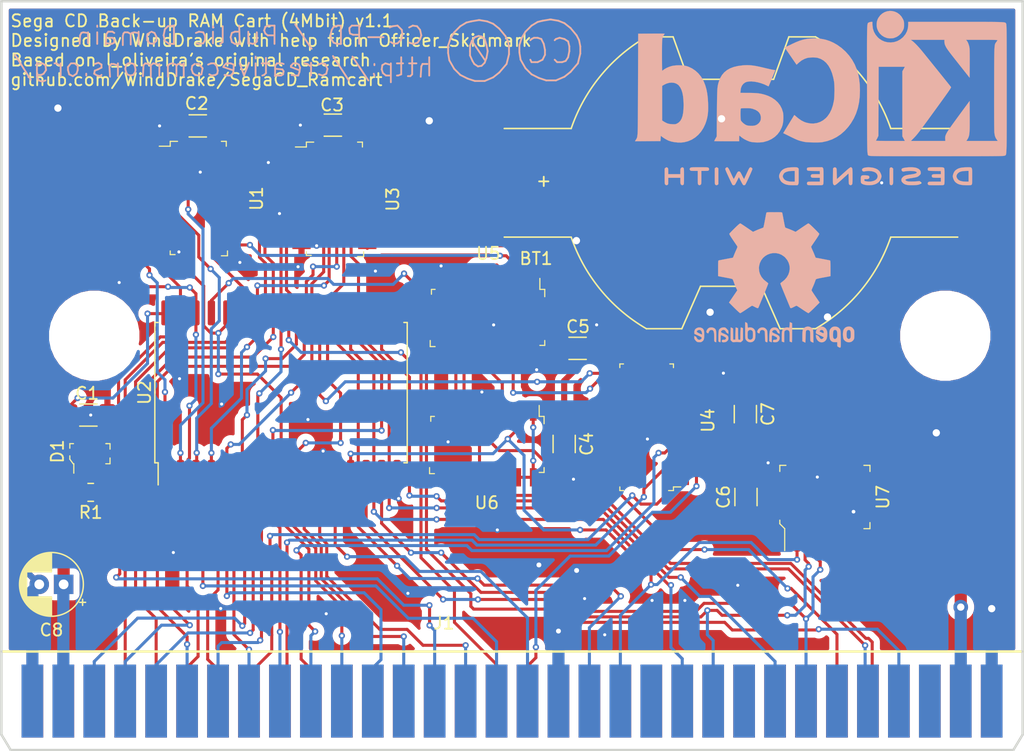
<source format=kicad_pcb>
(kicad_pcb (version 20171130) (host pcbnew "(5.1.10)-1")

  (general
    (thickness 1.6)
    (drawings 10)
    (tracks 1007)
    (zones 0)
    (modules 24)
    (nets 84)
  )

  (page A4)
  (layers
    (0 F.Cu signal)
    (31 B.Cu signal)
    (32 B.Adhes user)
    (33 F.Adhes user)
    (34 B.Paste user)
    (35 F.Paste user)
    (36 B.SilkS user)
    (37 F.SilkS user)
    (38 B.Mask user)
    (39 F.Mask user)
    (40 Dwgs.User user)
    (41 Cmts.User user)
    (42 Eco1.User user)
    (43 Eco2.User user)
    (44 Edge.Cuts user)
    (45 Margin user)
    (46 B.CrtYd user)
    (47 F.CrtYd user)
    (48 B.Fab user)
    (49 F.Fab user)
  )

  (setup
    (last_trace_width 0.25)
    (user_trace_width 0.2)
    (user_trace_width 0.25)
    (user_trace_width 0.5)
    (user_trace_width 1)
    (trace_clearance 0.2)
    (zone_clearance 0.508)
    (zone_45_only no)
    (trace_min 0.2)
    (via_size 0.8)
    (via_drill 0.4)
    (via_min_size 0.127)
    (via_min_drill 0.254)
    (user_via 0.51 0.254)
    (user_via 0.6 0.3)
    (user_via 0.8 0.4)
    (user_via 1 0.5)
    (user_via 1.2 0.6)
    (uvia_size 0.3)
    (uvia_drill 0.1)
    (uvias_allowed no)
    (uvia_min_size 0.2)
    (uvia_min_drill 0.1)
    (edge_width 0.05)
    (segment_width 0.2)
    (pcb_text_width 0.3)
    (pcb_text_size 1.5 1.5)
    (mod_edge_width 0.12)
    (mod_text_size 1 1)
    (mod_text_width 0.15)
    (pad_size 1.524 1.524)
    (pad_drill 0.762)
    (pad_to_mask_clearance 0)
    (aux_axis_origin 0 0)
    (visible_elements 7FFFFFFF)
    (pcbplotparams
      (layerselection 0x010fc_ffffffff)
      (usegerberextensions false)
      (usegerberattributes true)
      (usegerberadvancedattributes true)
      (creategerberjobfile true)
      (excludeedgelayer false)
      (linewidth 0.150000)
      (plotframeref false)
      (viasonmask false)
      (mode 1)
      (useauxorigin true)
      (hpglpennumber 1)
      (hpglpenspeed 20)
      (hpglpendiameter 15.000000)
      (psnegative false)
      (psa4output false)
      (plotreference true)
      (plotvalue true)
      (plotinvisibletext false)
      (padsonsilk false)
      (subtractmaskfromsilk false)
      (outputformat 1)
      (mirror false)
      (drillshape 0)
      (scaleselection 1)
      (outputdirectory "plots/"))
  )

  (net 0 "")
  (net 1 "Net-(BT1-PadP)")
  (net 2 GND)
  (net 3 VBUS)
  (net 4 +5V)
  (net 5 /CAS_0)
  (net 6 "Net-(J1-PadB31)")
  (net 7 "Net-(J1-PadB30)")
  (net 8 "Net-(J1-PadB29)")
  (net 9 /LWR)
  (net 10 /VRES)
  (net 11 "Net-(J1-PadB26)")
  (net 12 "Net-(J1-PadB25)")
  (net 13 /D3)
  (net 14 "Net-(J1-PadB23)")
  (net 15 "Net-(J1-PadB22)")
  (net 16 "Net-(J1-PadB21)")
  (net 17 "Net-(J1-PadB20)")
  (net 18 "Net-(J1-PadB19)")
  (net 19 "Net-(J1-PadB18)")
  (net 20 /CEO)
  (net 21 "Net-(J1-PadB15)")
  (net 22 "Net-(J1-PadB14)")
  (net 23 "Net-(J1-PadB13)")
  (net 24 "Net-(J1-PadB12)")
  (net 25 "Net-(J1-PadB11)")
  (net 26 /A22)
  (net 27 /A21)
  (net 28 /A20)
  (net 29 /A19)
  (net 30 /A18)
  (net 31 /A10)
  (net 32 /A9)
  (net 33 "Net-(J1-PadB3)")
  (net 34 "Net-(J1-PadB2)")
  (net 35 "Net-(J1-PadB1)")
  (net 36 "Net-(J1-PadA30)")
  (net 37 /D4)
  (net 38 "Net-(J1-PadA27)")
  (net 39 /D2)
  (net 40 /D5)
  (net 41 "Net-(J1-PadA24)")
  (net 42 /D1)
  (net 43 /D6)
  (net 44 "Net-(J1-PadA21)")
  (net 45 /D0)
  (net 46 /D7)
  (net 47 /A1)
  (net 48 /A17)
  (net 49 /A2)
  (net 50 /A16)
  (net 51 /A3)
  (net 52 /A15)
  (net 53 /A4)
  (net 54 /A14)
  (net 55 /A5)
  (net 56 /A13)
  (net 57 /A6)
  (net 58 /A12)
  (net 59 /A7)
  (net 60 /A11)
  (net 61 /A8)
  (net 62 "Net-(R5-Pad2)")
  (net 63 "Net-(U1-Pad8)")
  (net 64 /SRAM_WE)
  (net 65 /SRCE)
  (net 66 "Net-(U3-Pad8)")
  (net 67 "Net-(U4-Pad15)")
  (net 68 "Net-(U4-Pad14)")
  (net 69 "Net-(U4-Pad13)")
  (net 70 "Net-(U4-Pad12)")
  (net 71 /TREN)
  (net 72 "Net-(U4-Pad10)")
  (net 73 "Net-(U4-Pad7)")
  (net 74 "Net-(U5-Pad9)")
  (net 75 /SRWE)
  (net 76 "Net-(U5-Pad3)")
  (net 77 "Net-(U6-Pad9)")
  (net 78 "Net-(U6-Pad8)")
  (net 79 "Net-(U6-Pad5)")
  (net 80 "Net-(J1-PadB32)")
  (net 81 "Net-(D1-Pad1)")
  (net 82 "Net-(J1-PadB24)")
  (net 83 "Net-(U5-Pad11)")

  (net_class Default "This is the default net class."
    (clearance 0.2)
    (trace_width 0.25)
    (via_dia 0.8)
    (via_drill 0.4)
    (uvia_dia 0.3)
    (uvia_drill 0.1)
    (add_net +5V)
    (add_net /A1)
    (add_net /A10)
    (add_net /A11)
    (add_net /A12)
    (add_net /A13)
    (add_net /A14)
    (add_net /A15)
    (add_net /A16)
    (add_net /A17)
    (add_net /A18)
    (add_net /A19)
    (add_net /A2)
    (add_net /A20)
    (add_net /A21)
    (add_net /A22)
    (add_net /A3)
    (add_net /A4)
    (add_net /A5)
    (add_net /A6)
    (add_net /A7)
    (add_net /A8)
    (add_net /A9)
    (add_net /CAS_0)
    (add_net /CEO)
    (add_net /D0)
    (add_net /D1)
    (add_net /D2)
    (add_net /D3)
    (add_net /D4)
    (add_net /D5)
    (add_net /D6)
    (add_net /D7)
    (add_net /LWR)
    (add_net /SRAM_WE)
    (add_net /SRCE)
    (add_net /SRWE)
    (add_net /TREN)
    (add_net /VRES)
    (add_net GND)
    (add_net "Net-(BT1-PadP)")
    (add_net "Net-(D1-Pad1)")
    (add_net "Net-(J1-PadA21)")
    (add_net "Net-(J1-PadA24)")
    (add_net "Net-(J1-PadA27)")
    (add_net "Net-(J1-PadA30)")
    (add_net "Net-(J1-PadB1)")
    (add_net "Net-(J1-PadB11)")
    (add_net "Net-(J1-PadB12)")
    (add_net "Net-(J1-PadB13)")
    (add_net "Net-(J1-PadB14)")
    (add_net "Net-(J1-PadB15)")
    (add_net "Net-(J1-PadB18)")
    (add_net "Net-(J1-PadB19)")
    (add_net "Net-(J1-PadB2)")
    (add_net "Net-(J1-PadB20)")
    (add_net "Net-(J1-PadB21)")
    (add_net "Net-(J1-PadB22)")
    (add_net "Net-(J1-PadB23)")
    (add_net "Net-(J1-PadB24)")
    (add_net "Net-(J1-PadB25)")
    (add_net "Net-(J1-PadB26)")
    (add_net "Net-(J1-PadB29)")
    (add_net "Net-(J1-PadB3)")
    (add_net "Net-(J1-PadB30)")
    (add_net "Net-(J1-PadB31)")
    (add_net "Net-(J1-PadB32)")
    (add_net "Net-(R5-Pad2)")
    (add_net "Net-(U1-Pad8)")
    (add_net "Net-(U3-Pad8)")
    (add_net "Net-(U4-Pad10)")
    (add_net "Net-(U4-Pad12)")
    (add_net "Net-(U4-Pad13)")
    (add_net "Net-(U4-Pad14)")
    (add_net "Net-(U4-Pad15)")
    (add_net "Net-(U4-Pad7)")
    (add_net "Net-(U5-Pad11)")
    (add_net "Net-(U5-Pad3)")
    (add_net "Net-(U5-Pad9)")
    (add_net "Net-(U6-Pad5)")
    (add_net "Net-(U6-Pad8)")
    (add_net "Net-(U6-Pad9)")
    (add_net VBUS)
  )

  (module Symbol:OSHW-Logo2_14.6x12mm_SilkScreen (layer B.Cu) (tedit 0) (tstamp 6120C440)
    (at 146.2786 127.127 180)
    (descr "Open Source Hardware Symbol")
    (tags "Logo Symbol OSHW")
    (attr virtual)
    (fp_text reference REF** (at 0 0) (layer B.SilkS) hide
      (effects (font (size 1 1) (thickness 0.15)) (justify mirror))
    )
    (fp_text value OSHW-Logo2_14.6x12mm_SilkScreen (at 0.75 0) (layer B.Fab) hide
      (effects (font (size 1 1) (thickness 0.15)) (justify mirror))
    )
    (fp_poly (pts (xy -4.8281 -3.861903) (xy -4.71655 -3.917522) (xy -4.618092 -4.019931) (xy -4.590977 -4.057864)
      (xy -4.561438 -4.1075) (xy -4.542272 -4.161412) (xy -4.531307 -4.233364) (xy -4.526371 -4.337122)
      (xy -4.525287 -4.474101) (xy -4.530182 -4.661815) (xy -4.547196 -4.802758) (xy -4.579823 -4.907908)
      (xy -4.631558 -4.988243) (xy -4.705896 -5.054741) (xy -4.711358 -5.058678) (xy -4.78462 -5.098953)
      (xy -4.87284 -5.11888) (xy -4.985038 -5.123793) (xy -5.167433 -5.123793) (xy -5.167509 -5.300857)
      (xy -5.169207 -5.39947) (xy -5.17955 -5.457314) (xy -5.206578 -5.492006) (xy -5.258332 -5.521164)
      (xy -5.270761 -5.527121) (xy -5.328923 -5.555039) (xy -5.373956 -5.572672) (xy -5.407441 -5.574194)
      (xy -5.430962 -5.553781) (xy -5.4461 -5.505607) (xy -5.454437 -5.423846) (xy -5.457556 -5.302672)
      (xy -5.45704 -5.13626) (xy -5.454471 -4.918785) (xy -5.453668 -4.853736) (xy -5.450778 -4.629502)
      (xy -5.448188 -4.482821) (xy -5.167586 -4.482821) (xy -5.166009 -4.607326) (xy -5.159 -4.688787)
      (xy -5.143142 -4.742515) (xy -5.115019 -4.783823) (xy -5.095925 -4.803971) (xy -5.017865 -4.862921)
      (xy -4.948753 -4.86772) (xy -4.87744 -4.819038) (xy -4.875632 -4.817241) (xy -4.846617 -4.779618)
      (xy -4.828967 -4.728484) (xy -4.820064 -4.649738) (xy -4.817291 -4.529276) (xy -4.817241 -4.502588)
      (xy -4.823942 -4.336583) (xy -4.845752 -4.221505) (xy -4.885235 -4.151254) (xy -4.944956 -4.119729)
      (xy -4.979472 -4.116552) (xy -5.061389 -4.13146) (xy -5.117579 -4.180548) (xy -5.151402 -4.270362)
      (xy -5.16622 -4.407445) (xy -5.167586 -4.482821) (xy -5.448188 -4.482821) (xy -5.447713 -4.455952)
      (xy -5.443753 -4.325382) (xy -5.438174 -4.230087) (xy -5.430254 -4.162364) (xy -5.419269 -4.114507)
      (xy -5.404499 -4.078813) (xy -5.385218 -4.047578) (xy -5.376951 -4.035824) (xy -5.267288 -3.924797)
      (xy -5.128635 -3.861847) (xy -4.968246 -3.844297) (xy -4.8281 -3.861903)) (layer B.SilkS) (width 0.01))
    (fp_poly (pts (xy -2.582571 -3.877719) (xy -2.488877 -3.931914) (xy -2.423736 -3.985707) (xy -2.376093 -4.042066)
      (xy -2.343272 -4.110987) (xy -2.322594 -4.202468) (xy -2.31138 -4.326506) (xy -2.306951 -4.493098)
      (xy -2.306437 -4.612851) (xy -2.306437 -5.053659) (xy -2.430517 -5.109283) (xy -2.554598 -5.164907)
      (xy -2.569195 -4.682095) (xy -2.575227 -4.501779) (xy -2.581555 -4.370901) (xy -2.589394 -4.280511)
      (xy -2.599963 -4.221664) (xy -2.614477 -4.185413) (xy -2.634152 -4.16281) (xy -2.640465 -4.157917)
      (xy -2.736112 -4.119706) (xy -2.832793 -4.134827) (xy -2.890345 -4.174943) (xy -2.913755 -4.20337)
      (xy -2.929961 -4.240672) (xy -2.940259 -4.297223) (xy -2.945951 -4.383394) (xy -2.948336 -4.509558)
      (xy -2.948736 -4.641042) (xy -2.948814 -4.805999) (xy -2.951639 -4.922761) (xy -2.961093 -5.00151)
      (xy -2.98106 -5.052431) (xy -3.015424 -5.085706) (xy -3.068068 -5.11152) (xy -3.138383 -5.138344)
      (xy -3.21518 -5.167542) (xy -3.206038 -4.649346) (xy -3.202357 -4.462539) (xy -3.19805 -4.32449)
      (xy -3.191877 -4.225568) (xy -3.182598 -4.156145) (xy -3.168973 -4.10659) (xy -3.149761 -4.067273)
      (xy -3.126598 -4.032584) (xy -3.014848 -3.92177) (xy -2.878487 -3.857689) (xy -2.730175 -3.842339)
      (xy -2.582571 -3.877719)) (layer B.SilkS) (width 0.01))
    (fp_poly (pts (xy -5.951779 -3.866015) (xy -5.814939 -3.937968) (xy -5.713949 -4.053766) (xy -5.678075 -4.128213)
      (xy -5.650161 -4.239992) (xy -5.635871 -4.381227) (xy -5.634516 -4.535371) (xy -5.645405 -4.685879)
      (xy -5.667847 -4.816205) (xy -5.70115 -4.909803) (xy -5.711385 -4.925922) (xy -5.832618 -5.046249)
      (xy -5.976613 -5.118317) (xy -6.132861 -5.139408) (xy -6.290852 -5.106802) (xy -6.33482 -5.087253)
      (xy -6.420444 -5.027012) (xy -6.495592 -4.947135) (xy -6.502694 -4.937004) (xy -6.531561 -4.888181)
      (xy -6.550643 -4.83599) (xy -6.561916 -4.767285) (xy -6.567355 -4.668918) (xy -6.568938 -4.527744)
      (xy -6.568965 -4.496092) (xy -6.568893 -4.486019) (xy -6.277011 -4.486019) (xy -6.275313 -4.619256)
      (xy -6.268628 -4.707674) (xy -6.254575 -4.764785) (xy -6.230771 -4.804102) (xy -6.218621 -4.817241)
      (xy -6.148764 -4.867172) (xy -6.080941 -4.864895) (xy -6.012365 -4.821584) (xy -5.971465 -4.775346)
      (xy -5.947242 -4.707857) (xy -5.933639 -4.601433) (xy -5.932706 -4.58902) (xy -5.930384 -4.396147)
      (xy -5.95465 -4.2529) (xy -6.005176 -4.16016) (xy -6.081632 -4.118807) (xy -6.108924 -4.116552)
      (xy -6.180589 -4.127893) (xy -6.22961 -4.167184) (xy -6.259582 -4.242326) (xy -6.274101 -4.361222)
      (xy -6.277011 -4.486019) (xy -6.568893 -4.486019) (xy -6.567878 -4.345659) (xy -6.563312 -4.240549)
      (xy -6.553312 -4.167714) (xy -6.535921 -4.114108) (xy -6.509184 -4.066681) (xy -6.503276 -4.057864)
      (xy -6.403968 -3.939007) (xy -6.295758 -3.870008) (xy -6.164019 -3.842619) (xy -6.119283 -3.841281)
      (xy -5.951779 -3.866015)) (layer B.SilkS) (width 0.01))
    (fp_poly (pts (xy -3.684448 -3.884676) (xy -3.569342 -3.962111) (xy -3.480389 -4.073949) (xy -3.427251 -4.216265)
      (xy -3.416503 -4.321015) (xy -3.417724 -4.364726) (xy -3.427944 -4.398194) (xy -3.456039 -4.428179)
      (xy -3.510884 -4.46144) (xy -3.601355 -4.504738) (xy -3.736328 -4.564833) (xy -3.737011 -4.565134)
      (xy -3.861249 -4.622037) (xy -3.963127 -4.672565) (xy -4.032233 -4.71128) (xy -4.058154 -4.73274)
      (xy -4.058161 -4.732913) (xy -4.035315 -4.779644) (xy -3.981891 -4.831154) (xy -3.920558 -4.868261)
      (xy -3.889485 -4.875632) (xy -3.804711 -4.850138) (xy -3.731707 -4.786291) (xy -3.696087 -4.716094)
      (xy -3.66182 -4.664343) (xy -3.594697 -4.605409) (xy -3.515792 -4.554496) (xy -3.446179 -4.526809)
      (xy -3.431623 -4.525287) (xy -3.415237 -4.550321) (xy -3.41425 -4.614311) (xy -3.426292 -4.700593)
      (xy -3.448993 -4.792501) (xy -3.479986 -4.873369) (xy -3.481552 -4.876509) (xy -3.574819 -5.006734)
      (xy -3.695696 -5.095311) (xy -3.832973 -5.138786) (xy -3.97544 -5.133706) (xy -4.111888 -5.076616)
      (xy -4.117955 -5.072602) (xy -4.22529 -4.975326) (xy -4.295868 -4.848409) (xy -4.334926 -4.681526)
      (xy -4.340168 -4.634639) (xy -4.349452 -4.413329) (xy -4.338322 -4.310124) (xy -4.058161 -4.310124)
      (xy -4.054521 -4.374503) (xy -4.034611 -4.393291) (xy -3.984974 -4.379235) (xy -3.906733 -4.346009)
      (xy -3.819274 -4.304359) (xy -3.817101 -4.303256) (xy -3.74297 -4.264265) (xy -3.713219 -4.238244)
      (xy -3.720555 -4.210965) (xy -3.751447 -4.175121) (xy -3.83004 -4.123251) (xy -3.914677 -4.119439)
      (xy -3.990597 -4.157189) (xy -4.043035 -4.230001) (xy -4.058161 -4.310124) (xy -4.338322 -4.310124)
      (xy -4.330356 -4.236261) (xy -4.281366 -4.095829) (xy -4.213164 -3.997447) (xy -4.090065 -3.89803)
      (xy -3.954472 -3.848711) (xy -3.816045 -3.845568) (xy -3.684448 -3.884676)) (layer B.SilkS) (width 0.01))
    (fp_poly (pts (xy -1.255402 -3.723857) (xy -1.246846 -3.843188) (xy -1.237019 -3.913506) (xy -1.223401 -3.944179)
      (xy -1.203473 -3.944571) (xy -1.197011 -3.94091) (xy -1.11106 -3.914398) (xy -0.999255 -3.915946)
      (xy -0.885586 -3.943199) (xy -0.81449 -3.978455) (xy -0.741595 -4.034778) (xy -0.688307 -4.098519)
      (xy -0.651725 -4.17951) (xy -0.62895 -4.287586) (xy -0.617081 -4.43258) (xy -0.613218 -4.624326)
      (xy -0.613149 -4.661109) (xy -0.613103 -5.074288) (xy -0.705046 -5.106339) (xy -0.770348 -5.128144)
      (xy -0.806176 -5.138297) (xy -0.80723 -5.138391) (xy -0.810758 -5.11086) (xy -0.813761 -5.034923)
      (xy -0.81601 -4.920565) (xy -0.817276 -4.777769) (xy -0.817471 -4.690951) (xy -0.817877 -4.519773)
      (xy -0.819968 -4.397088) (xy -0.825053 -4.313) (xy -0.83444 -4.257614) (xy -0.849439 -4.221032)
      (xy -0.871358 -4.193359) (xy -0.885043 -4.180032) (xy -0.979051 -4.126328) (xy -1.081636 -4.122307)
      (xy -1.17471 -4.167725) (xy -1.191922 -4.184123) (xy -1.217168 -4.214957) (xy -1.23468 -4.251531)
      (xy -1.245858 -4.304415) (xy -1.252104 -4.384177) (xy -1.254818 -4.501385) (xy -1.255402 -4.662991)
      (xy -1.255402 -5.074288) (xy -1.347345 -5.106339) (xy -1.412647 -5.128144) (xy -1.448475 -5.138297)
      (xy -1.449529 -5.138391) (xy -1.452225 -5.110448) (xy -1.454655 -5.03163) (xy -1.456722 -4.909453)
      (xy -1.458329 -4.751432) (xy -1.459377 -4.565083) (xy -1.459769 -4.35792) (xy -1.45977 -4.348706)
      (xy -1.45977 -3.55902) (xy -1.364885 -3.518997) (xy -1.27 -3.478973) (xy -1.255402 -3.723857)) (layer B.SilkS) (width 0.01))
    (fp_poly (pts (xy 0.079944 -3.92436) (xy 0.194343 -3.966842) (xy 0.195652 -3.967658) (xy 0.266403 -4.01973)
      (xy 0.318636 -4.080584) (xy 0.355371 -4.159887) (xy 0.379634 -4.267309) (xy 0.394445 -4.412517)
      (xy 0.402829 -4.605179) (xy 0.403564 -4.632628) (xy 0.41412 -5.046521) (xy 0.325291 -5.092456)
      (xy 0.261018 -5.123498) (xy 0.22221 -5.138206) (xy 0.220415 -5.138391) (xy 0.2137 -5.11125)
      (xy 0.208365 -5.038041) (xy 0.205083 -4.931081) (xy 0.204368 -4.844469) (xy 0.204351 -4.704162)
      (xy 0.197937 -4.616051) (xy 0.17558 -4.574025) (xy 0.127732 -4.571975) (xy 0.044849 -4.60379)
      (xy -0.080287 -4.662272) (xy -0.172303 -4.710845) (xy -0.219629 -4.752986) (xy -0.233542 -4.798916)
      (xy -0.233563 -4.801189) (xy -0.210605 -4.880311) (xy -0.14263 -4.923055) (xy -0.038602 -4.929246)
      (xy 0.03633 -4.928172) (xy 0.075839 -4.949753) (xy 0.100478 -5.001591) (xy 0.114659 -5.067632)
      (xy 0.094223 -5.105104) (xy 0.086528 -5.110467) (xy 0.014083 -5.132006) (xy -0.087367 -5.135055)
      (xy -0.191843 -5.120778) (xy -0.265875 -5.094688) (xy -0.368228 -5.007785) (xy -0.426409 -4.886816)
      (xy -0.437931 -4.792308) (xy -0.429138 -4.707062) (xy -0.39732 -4.637476) (xy -0.334316 -4.575672)
      (xy -0.231969 -4.513772) (xy -0.082118 -4.443897) (xy -0.072988 -4.439948) (xy 0.061997 -4.377588)
      (xy 0.145294 -4.326446) (xy 0.180997 -4.280488) (xy 0.173203 -4.233683) (xy 0.126007 -4.179998)
      (xy 0.111894 -4.167644) (xy 0.017359 -4.119741) (xy -0.080594 -4.121758) (xy -0.165903 -4.168724)
      (xy -0.222504 -4.255669) (xy -0.227763 -4.272734) (xy -0.278977 -4.355504) (xy -0.343963 -4.395372)
      (xy -0.437931 -4.434882) (xy -0.437931 -4.332658) (xy -0.409347 -4.184072) (xy -0.324505 -4.047784)
      (xy -0.280355 -4.002191) (xy -0.179995 -3.943674) (xy -0.052365 -3.917184) (xy 0.079944 -3.92436)) (layer B.SilkS) (width 0.01))
    (fp_poly (pts (xy 1.065943 -3.92192) (xy 1.198565 -3.970859) (xy 1.30601 -4.057419) (xy 1.348032 -4.118352)
      (xy 1.393843 -4.230161) (xy 1.392891 -4.311006) (xy 1.344808 -4.365378) (xy 1.327017 -4.374624)
      (xy 1.250204 -4.40345) (xy 1.210976 -4.396065) (xy 1.197689 -4.347658) (xy 1.197012 -4.32092)
      (xy 1.172686 -4.222548) (xy 1.109281 -4.153734) (xy 1.021154 -4.120498) (xy 0.922663 -4.128861)
      (xy 0.842602 -4.172296) (xy 0.815561 -4.197072) (xy 0.796394 -4.227129) (xy 0.783446 -4.272565)
      (xy 0.775064 -4.343476) (xy 0.769593 -4.44996) (xy 0.765378 -4.602112) (xy 0.764287 -4.650287)
      (xy 0.760307 -4.815095) (xy 0.755781 -4.931088) (xy 0.748995 -5.007833) (xy 0.738231 -5.054893)
      (xy 0.721773 -5.081835) (xy 0.697906 -5.098223) (xy 0.682626 -5.105463) (xy 0.617733 -5.13022)
      (xy 0.579534 -5.138391) (xy 0.566912 -5.111103) (xy 0.559208 -5.028603) (xy 0.55638 -4.889941)
      (xy 0.558386 -4.694162) (xy 0.559011 -4.663965) (xy 0.563421 -4.485349) (xy 0.568635 -4.354923)
      (xy 0.576055 -4.262492) (xy 0.587082 -4.197858) (xy 0.603117 -4.150825) (xy 0.625561 -4.111196)
      (xy 0.637302 -4.094215) (xy 0.704619 -4.01908) (xy 0.77991 -3.960638) (xy 0.789128 -3.955536)
      (xy 0.924133 -3.91526) (xy 1.065943 -3.92192)) (layer B.SilkS) (width 0.01))
    (fp_poly (pts (xy 2.393914 -4.154455) (xy 2.393543 -4.372661) (xy 2.392108 -4.540519) (xy 2.389002 -4.66607)
      (xy 2.383622 -4.757355) (xy 2.375362 -4.822415) (xy 2.363616 -4.869291) (xy 2.347781 -4.906024)
      (xy 2.33579 -4.926991) (xy 2.23649 -5.040694) (xy 2.110588 -5.111965) (xy 1.971291 -5.137538)
      (xy 1.831805 -5.11415) (xy 1.748743 -5.072119) (xy 1.661545 -4.999411) (xy 1.602117 -4.910612)
      (xy 1.566261 -4.79432) (xy 1.549781 -4.639135) (xy 1.547447 -4.525287) (xy 1.547761 -4.517106)
      (xy 1.751724 -4.517106) (xy 1.75297 -4.647657) (xy 1.758678 -4.73408) (xy 1.771804 -4.790618)
      (xy 1.795306 -4.831514) (xy 1.823386 -4.862362) (xy 1.917688 -4.921905) (xy 2.01894 -4.926992)
      (xy 2.114636 -4.877279) (xy 2.122084 -4.870543) (xy 2.153874 -4.835502) (xy 2.173808 -4.793811)
      (xy 2.1846 -4.731762) (xy 2.188965 -4.635644) (xy 2.189655 -4.529379) (xy 2.188159 -4.39588)
      (xy 2.181964 -4.306822) (xy 2.168514 -4.248293) (xy 2.145251 -4.206382) (xy 2.126175 -4.184123)
      (xy 2.037563 -4.127985) (xy 1.935508 -4.121235) (xy 1.838095 -4.164114) (xy 1.819296 -4.180032)
      (xy 1.787293 -4.215382) (xy 1.767318 -4.257502) (xy 1.756593 -4.320251) (xy 1.752339 -4.417487)
      (xy 1.751724 -4.517106) (xy 1.547761 -4.517106) (xy 1.554504 -4.341947) (xy 1.578472 -4.204195)
      (xy 1.623548 -4.100632) (xy 1.693928 -4.019856) (xy 1.748743 -3.978455) (xy 1.848376 -3.933728)
      (xy 1.963855 -3.912967) (xy 2.071199 -3.918525) (xy 2.131264 -3.940943) (xy 2.154835 -3.947323)
      (xy 2.170477 -3.923535) (xy 2.181395 -3.859788) (xy 2.189655 -3.762687) (xy 2.198699 -3.654541)
      (xy 2.211261 -3.589475) (xy 2.234119 -3.552268) (xy 2.274051 -3.527699) (xy 2.299138 -3.516819)
      (xy 2.394023 -3.477072) (xy 2.393914 -4.154455)) (layer B.SilkS) (width 0.01))
    (fp_poly (pts (xy 3.580124 -3.93984) (xy 3.584579 -4.016653) (xy 3.588071 -4.133391) (xy 3.590315 -4.280821)
      (xy 3.591035 -4.435455) (xy 3.591035 -4.958727) (xy 3.498645 -5.051117) (xy 3.434978 -5.108047)
      (xy 3.379089 -5.131107) (xy 3.302702 -5.129647) (xy 3.27238 -5.125934) (xy 3.17761 -5.115126)
      (xy 3.099222 -5.108933) (xy 3.080115 -5.108361) (xy 3.015699 -5.112102) (xy 2.923571 -5.121494)
      (xy 2.88785 -5.125934) (xy 2.800114 -5.132801) (xy 2.741153 -5.117885) (xy 2.68269 -5.071835)
      (xy 2.661585 -5.051117) (xy 2.569195 -4.958727) (xy 2.569195 -3.979947) (xy 2.643558 -3.946066)
      (xy 2.70759 -3.92097) (xy 2.745052 -3.912184) (xy 2.754657 -3.93995) (xy 2.763635 -4.01753)
      (xy 2.771386 -4.136348) (xy 2.777314 -4.287828) (xy 2.780173 -4.415805) (xy 2.788161 -4.919425)
      (xy 2.857848 -4.929278) (xy 2.921229 -4.922389) (xy 2.952286 -4.900083) (xy 2.960967 -4.858379)
      (xy 2.968378 -4.769544) (xy 2.973931 -4.644834) (xy 2.977036 -4.495507) (xy 2.977484 -4.418661)
      (xy 2.977931 -3.976287) (xy 3.069874 -3.944235) (xy 3.134949 -3.922443) (xy 3.170347 -3.912281)
      (xy 3.171368 -3.912184) (xy 3.17492 -3.939809) (xy 3.178823 -4.016411) (xy 3.182751 -4.132579)
      (xy 3.186376 -4.278904) (xy 3.188908 -4.415805) (xy 3.196897 -4.919425) (xy 3.372069 -4.919425)
      (xy 3.380107 -4.459965) (xy 3.388146 -4.000505) (xy 3.473543 -3.956344) (xy 3.536593 -3.926019)
      (xy 3.57391 -3.912258) (xy 3.574987 -3.912184) (xy 3.580124 -3.93984)) (layer B.SilkS) (width 0.01))
    (fp_poly (pts (xy 4.314406 -3.935156) (xy 4.398469 -3.973393) (xy 4.46445 -4.019726) (xy 4.512794 -4.071532)
      (xy 4.546172 -4.138363) (xy 4.567253 -4.229769) (xy 4.578707 -4.355301) (xy 4.583203 -4.524508)
      (xy 4.583678 -4.635933) (xy 4.583678 -5.070627) (xy 4.509316 -5.104509) (xy 4.450746 -5.129272)
      (xy 4.42173 -5.138391) (xy 4.416179 -5.111257) (xy 4.411775 -5.038094) (xy 4.409078 -4.931263)
      (xy 4.408506 -4.846437) (xy 4.406046 -4.723887) (xy 4.399412 -4.626668) (xy 4.389726 -4.567134)
      (xy 4.382032 -4.554483) (xy 4.330311 -4.567402) (xy 4.249117 -4.600539) (xy 4.155102 -4.645461)
      (xy 4.064917 -4.693735) (xy 3.995215 -4.736928) (xy 3.962648 -4.766608) (xy 3.962519 -4.766929)
      (xy 3.96532 -4.821857) (xy 3.990439 -4.874292) (xy 4.034541 -4.916881) (xy 4.098909 -4.931126)
      (xy 4.153921 -4.929466) (xy 4.231835 -4.928245) (xy 4.272732 -4.946498) (xy 4.297295 -4.994726)
      (xy 4.300392 -5.00382) (xy 4.31104 -5.072598) (xy 4.282565 -5.11436) (xy 4.208344 -5.134263)
      (xy 4.128168 -5.137944) (xy 3.98389 -5.110658) (xy 3.909203 -5.07169) (xy 3.816963 -4.980148)
      (xy 3.768043 -4.867782) (xy 3.763654 -4.749051) (xy 3.805001 -4.638411) (xy 3.867197 -4.56908)
      (xy 3.929294 -4.530265) (xy 4.026895 -4.481125) (xy 4.140632 -4.431292) (xy 4.15959 -4.423677)
      (xy 4.284521 -4.368545) (xy 4.356539 -4.319954) (xy 4.3797 -4.271647) (xy 4.358064 -4.21737)
      (xy 4.32092 -4.174943) (xy 4.233127 -4.122702) (xy 4.13653 -4.118784) (xy 4.047944 -4.159041)
      (xy 3.984186 -4.239326) (xy 3.975817 -4.26004) (xy 3.927096 -4.336225) (xy 3.855965 -4.392785)
      (xy 3.766207 -4.439201) (xy 3.766207 -4.307584) (xy 3.77149 -4.227168) (xy 3.794142 -4.163786)
      (xy 3.844367 -4.096163) (xy 3.892582 -4.044076) (xy 3.967554 -3.970322) (xy 4.025806 -3.930702)
      (xy 4.088372 -3.91481) (xy 4.159193 -3.912184) (xy 4.314406 -3.935156)) (layer B.SilkS) (width 0.01))
    (fp_poly (pts (xy 5.33569 -3.940018) (xy 5.370585 -3.955269) (xy 5.453877 -4.021235) (xy 5.525103 -4.116618)
      (xy 5.569153 -4.218406) (xy 5.576322 -4.268587) (xy 5.552285 -4.338647) (xy 5.499561 -4.375717)
      (xy 5.443031 -4.398164) (xy 5.417146 -4.4023) (xy 5.404542 -4.372283) (xy 5.379654 -4.306961)
      (xy 5.368735 -4.277445) (xy 5.307508 -4.175348) (xy 5.218861 -4.124423) (xy 5.105193 -4.125989)
      (xy 5.096774 -4.127994) (xy 5.036088 -4.156767) (xy 4.991474 -4.212859) (xy 4.961002 -4.303163)
      (xy 4.942744 -4.434571) (xy 4.934771 -4.613974) (xy 4.934023 -4.709433) (xy 4.933652 -4.859913)
      (xy 4.931223 -4.962495) (xy 4.92476 -5.027672) (xy 4.912288 -5.065938) (xy 4.891833 -5.087785)
      (xy 4.861419 -5.103707) (xy 4.859661 -5.104509) (xy 4.801091 -5.129272) (xy 4.772075 -5.138391)
      (xy 4.767616 -5.110822) (xy 4.763799 -5.03462) (xy 4.760899 -4.919541) (xy 4.759191 -4.775341)
      (xy 4.758851 -4.669814) (xy 4.760588 -4.465613) (xy 4.767382 -4.310697) (xy 4.781607 -4.196024)
      (xy 4.805638 -4.112551) (xy 4.841848 -4.051236) (xy 4.892612 -4.003034) (xy 4.942739 -3.969393)
      (xy 5.063275 -3.924619) (xy 5.203557 -3.914521) (xy 5.33569 -3.940018)) (layer B.SilkS) (width 0.01))
    (fp_poly (pts (xy 6.343439 -3.95654) (xy 6.45895 -4.032034) (xy 6.514664 -4.099617) (xy 6.558804 -4.222255)
      (xy 6.562309 -4.319298) (xy 6.554368 -4.449056) (xy 6.255115 -4.580039) (xy 6.109611 -4.646958)
      (xy 6.014537 -4.70079) (xy 5.965101 -4.747416) (xy 5.956511 -4.79272) (xy 5.983972 -4.842582)
      (xy 6.014253 -4.875632) (xy 6.102363 -4.928633) (xy 6.198196 -4.932347) (xy 6.286212 -4.891041)
      (xy 6.350869 -4.808983) (xy 6.362433 -4.780008) (xy 6.417825 -4.689509) (xy 6.481553 -4.65094)
      (xy 6.568966 -4.617946) (xy 6.568966 -4.743034) (xy 6.561238 -4.828156) (xy 6.530966 -4.899938)
      (xy 6.467518 -4.982356) (xy 6.458088 -4.993066) (xy 6.387513 -5.066391) (xy 6.326847 -5.105742)
      (xy 6.25095 -5.123845) (xy 6.18803 -5.129774) (xy 6.075487 -5.131251) (xy 5.99537 -5.112535)
      (xy 5.94539 -5.084747) (xy 5.866838 -5.023641) (xy 5.812463 -4.957554) (xy 5.778052 -4.874441)
      (xy 5.759388 -4.762254) (xy 5.752256 -4.608946) (xy 5.751687 -4.531136) (xy 5.753622 -4.437853)
      (xy 5.929899 -4.437853) (xy 5.931944 -4.487896) (xy 5.937039 -4.496092) (xy 5.970666 -4.484958)
      (xy 6.04303 -4.455493) (xy 6.139747 -4.413601) (xy 6.159973 -4.404597) (xy 6.282203 -4.342442)
      (xy 6.349547 -4.287815) (xy 6.364348 -4.236649) (xy 6.328947 -4.184876) (xy 6.299711 -4.162)
      (xy 6.194216 -4.11625) (xy 6.095476 -4.123808) (xy 6.012812 -4.179651) (xy 5.955548 -4.278753)
      (xy 5.937188 -4.357414) (xy 5.929899 -4.437853) (xy 5.753622 -4.437853) (xy 5.755459 -4.349351)
      (xy 5.769359 -4.214853) (xy 5.796894 -4.116916) (xy 5.841572 -4.044811) (xy 5.906901 -3.987813)
      (xy 5.935383 -3.969393) (xy 6.064763 -3.921422) (xy 6.206412 -3.918403) (xy 6.343439 -3.95654)) (layer B.SilkS) (width 0.01))
    (fp_poly (pts (xy 0.209014 5.547002) (xy 0.367006 5.546137) (xy 0.481347 5.543795) (xy 0.559407 5.539238)
      (xy 0.608554 5.53173) (xy 0.636159 5.520534) (xy 0.649592 5.504912) (xy 0.656221 5.484127)
      (xy 0.656865 5.481437) (xy 0.666935 5.432887) (xy 0.685575 5.337095) (xy 0.710845 5.204257)
      (xy 0.740807 5.044569) (xy 0.773522 4.868226) (xy 0.774664 4.862033) (xy 0.807433 4.689218)
      (xy 0.838093 4.536531) (xy 0.864664 4.413129) (xy 0.885167 4.328169) (xy 0.897626 4.29081)
      (xy 0.89822 4.290148) (xy 0.934919 4.271905) (xy 1.010586 4.241503) (xy 1.108878 4.205507)
      (xy 1.109425 4.205315) (xy 1.233233 4.158778) (xy 1.379196 4.099496) (xy 1.516781 4.039891)
      (xy 1.523293 4.036944) (xy 1.74739 3.935235) (xy 2.243619 4.274103) (xy 2.395846 4.377408)
      (xy 2.533741 4.469763) (xy 2.649315 4.545916) (xy 2.734579 4.600615) (xy 2.781544 4.628607)
      (xy 2.786004 4.630683) (xy 2.820134 4.62144) (xy 2.883881 4.576844) (xy 2.979731 4.494791)
      (xy 3.110169 4.373179) (xy 3.243328 4.243795) (xy 3.371694 4.116298) (xy 3.486581 3.999954)
      (xy 3.581073 3.901948) (xy 3.648253 3.829464) (xy 3.681206 3.789687) (xy 3.682432 3.787639)
      (xy 3.686074 3.760344) (xy 3.67235 3.715766) (xy 3.637869 3.647888) (xy 3.579239 3.550689)
      (xy 3.49307 3.418149) (xy 3.3782 3.247524) (xy 3.276254 3.097345) (xy 3.185123 2.96265)
      (xy 3.110073 2.85126) (xy 3.056369 2.770995) (xy 3.02928 2.729675) (xy 3.027574 2.72687)
      (xy 3.030882 2.687279) (xy 3.055953 2.610331) (xy 3.097798 2.510568) (xy 3.112712 2.478709)
      (xy 3.177786 2.336774) (xy 3.247212 2.175727) (xy 3.303609 2.036379) (xy 3.344247 1.932956)
      (xy 3.376526 1.854358) (xy 3.395178 1.81328) (xy 3.397497 1.810115) (xy 3.431803 1.804872)
      (xy 3.512669 1.790506) (xy 3.629343 1.769063) (xy 3.771075 1.742587) (xy 3.92711 1.713123)
      (xy 4.086698 1.682717) (xy 4.239085 1.653412) (xy 4.373521 1.627255) (xy 4.479252 1.60629)
      (xy 4.545526 1.592561) (xy 4.561782 1.58868) (xy 4.578573 1.5791) (xy 4.591249 1.557464)
      (xy 4.600378 1.516469) (xy 4.606531 1.448811) (xy 4.61028 1.347188) (xy 4.612192 1.204297)
      (xy 4.61284 1.012835) (xy 4.612874 0.934355) (xy 4.612874 0.296094) (xy 4.459598 0.26584)
      (xy 4.374322 0.249436) (xy 4.24707 0.225491) (xy 4.093315 0.196893) (xy 3.928534 0.166533)
      (xy 3.882989 0.158194) (xy 3.730932 0.12863) (xy 3.598468 0.099558) (xy 3.496714 0.073671)
      (xy 3.436788 0.053663) (xy 3.426805 0.047699) (xy 3.402293 0.005466) (xy 3.367148 -0.07637)
      (xy 3.328173 -0.181683) (xy 3.320442 -0.204368) (xy 3.26936 -0.345018) (xy 3.205954 -0.503714)
      (xy 3.143904 -0.646225) (xy 3.143598 -0.646886) (xy 3.040267 -0.87044) (xy 3.719961 -1.870232)
      (xy 3.283621 -2.3073) (xy 3.151649 -2.437381) (xy 3.031279 -2.552048) (xy 2.929273 -2.645181)
      (xy 2.852391 -2.710658) (xy 2.807393 -2.742357) (xy 2.800938 -2.744368) (xy 2.76304 -2.728529)
      (xy 2.685708 -2.684496) (xy 2.577389 -2.61749) (xy 2.446532 -2.532734) (xy 2.305052 -2.437816)
      (xy 2.161461 -2.340998) (xy 2.033435 -2.256751) (xy 1.929105 -2.190258) (xy 1.8566 -2.146702)
      (xy 1.824158 -2.131264) (xy 1.784576 -2.144328) (xy 1.709519 -2.17875) (xy 1.614468 -2.22738)
      (xy 1.604392 -2.232785) (xy 1.476391 -2.29698) (xy 1.388618 -2.328463) (xy 1.334028 -2.328798)
      (xy 1.305575 -2.299548) (xy 1.30541 -2.299138) (xy 1.291188 -2.264498) (xy 1.257269 -2.182269)
      (xy 1.206284 -2.058814) (xy 1.140862 -1.900498) (xy 1.063634 -1.713686) (xy 0.977229 -1.504742)
      (xy 0.893551 -1.302446) (xy 0.801588 -1.0792) (xy 0.71715 -0.872392) (xy 0.642769 -0.688362)
      (xy 0.580974 -0.533451) (xy 0.534297 -0.413996) (xy 0.505268 -0.336339) (xy 0.496322 -0.307356)
      (xy 0.518756 -0.27411) (xy 0.577439 -0.221123) (xy 0.655689 -0.162704) (xy 0.878534 0.022048)
      (xy 1.052718 0.233818) (xy 1.176154 0.468144) (xy 1.246754 0.720566) (xy 1.262431 0.986623)
      (xy 1.251036 1.109425) (xy 1.18895 1.364207) (xy 1.082023 1.589199) (xy 0.936889 1.782183)
      (xy 0.760178 1.940939) (xy 0.558522 2.06325) (xy 0.338554 2.146895) (xy 0.106906 2.189656)
      (xy -0.129791 2.189313) (xy -0.364905 2.143648) (xy -0.591804 2.050441) (xy -0.803856 1.907473)
      (xy -0.892364 1.826617) (xy -1.062111 1.618993) (xy -1.180301 1.392105) (xy -1.247722 1.152567)
      (xy -1.26516 0.906993) (xy -1.233402 0.661997) (xy -1.153235 0.424192) (xy -1.025445 0.200193)
      (xy -0.85082 -0.003387) (xy -0.655688 -0.162704) (xy -0.574409 -0.223602) (xy -0.516991 -0.276015)
      (xy -0.496322 -0.307406) (xy -0.507144 -0.341639) (xy -0.537923 -0.423419) (xy -0.586126 -0.546407)
      (xy -0.649222 -0.704263) (xy -0.724678 -0.890649) (xy -0.809962 -1.099226) (xy -0.893781 -1.302496)
      (xy -0.986255 -1.525933) (xy -1.071911 -1.732984) (xy -1.148118 -1.917286) (xy -1.212247 -2.072475)
      (xy -1.261668 -2.192188) (xy -1.293752 -2.270061) (xy -1.305641 -2.299138) (xy -1.333726 -2.328677)
      (xy -1.388051 -2.328591) (xy -1.475605 -2.297326) (xy -1.603381 -2.233329) (xy -1.604392 -2.232785)
      (xy -1.700598 -2.183121) (xy -1.778369 -2.146945) (xy -1.822223 -2.131408) (xy -1.824158 -2.131264)
      (xy -1.857171 -2.147024) (xy -1.930054 -2.19085) (xy -2.034678 -2.257557) (xy -2.16291 -2.341964)
      (xy -2.305052 -2.437816) (xy -2.449767 -2.534867) (xy -2.580196 -2.61927) (xy -2.68789 -2.685801)
      (xy -2.764402 -2.729238) (xy -2.800938 -2.744368) (xy -2.834582 -2.724482) (xy -2.902224 -2.668903)
      (xy -2.997107 -2.583754) (xy -3.11247 -2.475153) (xy -3.241555 -2.349221) (xy -3.283771 -2.307149)
      (xy -3.720261 -1.869931) (xy -3.388023 -1.38234) (xy -3.287054 -1.232605) (xy -3.198438 -1.09822)
      (xy -3.127146 -0.986969) (xy -3.07815 -0.906639) (xy -3.056422 -0.865014) (xy -3.055785 -0.862053)
      (xy -3.06724 -0.822818) (xy -3.098051 -0.743895) (xy -3.142884 -0.638509) (xy -3.174353 -0.567954)
      (xy -3.233192 -0.432876) (xy -3.288604 -0.296409) (xy -3.331564 -0.181103) (xy -3.343234 -0.145977)
      (xy -3.376389 -0.052174) (xy -3.408799 0.020306) (xy -3.426601 0.047699) (xy -3.465886 0.064464)
      (xy -3.551626 0.08823) (xy -3.672697 0.116303) (xy -3.817973 0.145991) (xy -3.882988 0.158194)
      (xy -4.048087 0.188532) (xy -4.206448 0.217907) (xy -4.342596 0.243431) (xy -4.441057 0.262215)
      (xy -4.459598 0.26584) (xy -4.612873 0.296094) (xy -4.612873 0.934355) (xy -4.612529 1.14423)
      (xy -4.611116 1.30302) (xy -4.608064 1.418027) (xy -4.602803 1.496554) (xy -4.594763 1.545904)
      (xy -4.583373 1.573381) (xy -4.568063 1.586287) (xy -4.561782 1.58868) (xy -4.523896 1.597167)
      (xy -4.440195 1.6141) (xy -4.321433 1.637434) (xy -4.178361 1.665125) (xy -4.021732 1.695127)
      (xy -3.862297 1.725396) (xy -3.710809 1.753885) (xy -3.578019 1.778551) (xy -3.474681 1.797349)
      (xy -3.411545 1.808233) (xy -3.397497 1.810115) (xy -3.38477 1.835296) (xy -3.3566 1.902378)
      (xy -3.318252 1.998667) (xy -3.303609 2.036379) (xy -3.244548 2.182079) (xy -3.175 2.343049)
      (xy -3.112712 2.478709) (xy -3.066879 2.582439) (xy -3.036387 2.667674) (xy -3.026208 2.719874)
      (xy -3.027831 2.72687) (xy -3.049343 2.759898) (xy -3.098465 2.833357) (xy -3.169923 2.939423)
      (xy -3.258445 3.070274) (xy -3.358759 3.218088) (xy -3.378594 3.247266) (xy -3.494988 3.420137)
      (xy -3.580548 3.551774) (xy -3.638684 3.648239) (xy -3.672808 3.715592) (xy -3.686331 3.759894)
      (xy -3.682664 3.787206) (xy -3.68257 3.78738) (xy -3.653707 3.823254) (xy -3.589867 3.892609)
      (xy -3.497969 3.988255) (xy -3.384933 4.103001) (xy -3.257679 4.229659) (xy -3.243328 4.243795)
      (xy -3.082957 4.399097) (xy -2.959195 4.51313) (xy -2.869555 4.587998) (xy -2.811552 4.625804)
      (xy -2.786004 4.630683) (xy -2.748718 4.609397) (xy -2.671343 4.560227) (xy -2.561867 4.488425)
      (xy -2.42828 4.399245) (xy -2.27857 4.297937) (xy -2.243618 4.274103) (xy -1.74739 3.935235)
      (xy -1.523293 4.036944) (xy -1.387011 4.096217) (xy -1.240724 4.15583) (xy -1.114965 4.20336)
      (xy -1.109425 4.205315) (xy -1.011057 4.241323) (xy -0.935229 4.271771) (xy -0.898282 4.290095)
      (xy -0.89822 4.290148) (xy -0.886496 4.323271) (xy -0.866568 4.404733) (xy -0.840413 4.525375)
      (xy -0.81001 4.676041) (xy -0.777337 4.847572) (xy -0.774664 4.862033) (xy -0.74189 5.038765)
      (xy -0.711802 5.19919) (xy -0.686339 5.333112) (xy -0.667441 5.430337) (xy -0.657047 5.480668)
      (xy -0.656865 5.481437) (xy -0.650539 5.502847) (xy -0.638239 5.519012) (xy -0.612594 5.530669)
      (xy -0.566235 5.538555) (xy -0.491792 5.543407) (xy -0.381895 5.545961) (xy -0.229175 5.546955)
      (xy -0.026262 5.547126) (xy 0 5.547126) (xy 0.209014 5.547002)) (layer B.SilkS) (width 0.01))
  )

  (module Symbol:Symbol_CreativeCommonsPublicDomain_SilkScreenTop_Small (layer B.Cu) (tedit 0) (tstamp 6120B066)
    (at 108.2548 108.204 180)
    (descr "Symbol, Creative Commons Public Domain, SilkScreenTop, Small,")
    (tags "Symbol, Creative Commons Public Domain, SilkScreen Top, Small,")
    (attr virtual)
    (fp_text reference REF** (at 0.254 -3.5814) (layer B.SilkS) hide
      (effects (font (size 1 1) (thickness 0.15)) (justify mirror))
    )
    (fp_text value Symbol_CreativeCommonsPublicDomain_SilkScreenTop_Small (at 0.59944 -8.001) (layer B.Fab)
      (effects (font (size 1 1) (thickness 0.15)) (justify mirror))
    )
    (fp_line (start -13.2 0.7) (end -14.25 -0.85) (layer B.SilkS) (width 0.15))
    (fp_line (start 23 -2.5) (end 24.3 -0.45) (layer B.SilkS) (width 0.15))
    (fp_line (start 22.4 -1.2) (end 22.05 -1.15) (layer B.SilkS) (width 0.15))
    (fp_line (start 22.05 -1.15) (end 21.8 -1.3) (layer B.SilkS) (width 0.15))
    (fp_line (start 21.8 -1.3) (end 21.75 -1.7) (layer B.SilkS) (width 0.15))
    (fp_line (start 21.75 -1.7) (end 21.95 -2) (layer B.SilkS) (width 0.15))
    (fp_line (start 21.95 -2) (end 22.15 -2.1) (layer B.SilkS) (width 0.15))
    (fp_line (start 22.15 -2.1) (end 22.4 -2.1) (layer B.SilkS) (width 0.15))
    (fp_line (start 21.8 -2.55) (end 22.05 -2.65) (layer B.SilkS) (width 0.15))
    (fp_line (start 22.05 -2.65) (end 22.35 -2.55) (layer B.SilkS) (width 0.15))
    (fp_line (start 22.35 -2.55) (end 22.5 -2.25) (layer B.SilkS) (width 0.15))
    (fp_line (start 22.5 -2.25) (end 22.5 -1.1) (layer B.SilkS) (width 0.15))
    (fp_line (start 21.05 -1.15) (end 20.9 -1.15) (layer B.SilkS) (width 0.15))
    (fp_line (start 20.9 -1.15) (end 20.65 -1.3) (layer B.SilkS) (width 0.15))
    (fp_line (start 20.55 -1.15) (end 20.55 -2.2) (layer B.SilkS) (width 0.15))
    (fp_line (start 19.7 -1.15) (end 19.4 -1.15) (layer B.SilkS) (width 0.15))
    (fp_line (start 19.4 -1.15) (end 19.15 -1.35) (layer B.SilkS) (width 0.15))
    (fp_line (start 19.15 -1.35) (end 19.15 -1.7) (layer B.SilkS) (width 0.15))
    (fp_line (start 19.15 -1.7) (end 19.25 -2) (layer B.SilkS) (width 0.15))
    (fp_line (start 19.25 -2) (end 19.55 -2.2) (layer B.SilkS) (width 0.15))
    (fp_line (start 19.55 -2.2) (end 19.85 -2.05) (layer B.SilkS) (width 0.15))
    (fp_line (start 19.85 -2.05) (end 19.95 -1.7) (layer B.SilkS) (width 0.15))
    (fp_line (start 19.95 -1.7) (end 19.95 -1.45) (layer B.SilkS) (width 0.15))
    (fp_line (start 19.95 -1.45) (end 19.75 -1.2) (layer B.SilkS) (width 0.15))
    (fp_line (start 18.45 -2) (end 18.45 -2.15) (layer B.SilkS) (width 0.15))
    (fp_line (start 17.75 -1.2) (end 17.45 -1.1) (layer B.SilkS) (width 0.15))
    (fp_line (start 17.45 -1.1) (end 17.2 -1.25) (layer B.SilkS) (width 0.15))
    (fp_line (start 17.2 -1.25) (end 17.2 -1.5) (layer B.SilkS) (width 0.15))
    (fp_line (start 17.2 -1.5) (end 17.5 -1.65) (layer B.SilkS) (width 0.15))
    (fp_line (start 17.5 -1.65) (end 17.75 -1.75) (layer B.SilkS) (width 0.15))
    (fp_line (start 17.75 -1.75) (end 17.8 -2) (layer B.SilkS) (width 0.15))
    (fp_line (start 17.8 -2) (end 17.55 -2.15) (layer B.SilkS) (width 0.15))
    (fp_line (start 17.55 -2.15) (end 17.3 -2.2) (layer B.SilkS) (width 0.15))
    (fp_line (start 17.3 -2.2) (end 17.2 -2.1) (layer B.SilkS) (width 0.15))
    (fp_line (start 16.5 -2.25) (end 16.55 -1.4) (layer B.SilkS) (width 0.15))
    (fp_line (start 16.55 -1.4) (end 16.4 -1.2) (layer B.SilkS) (width 0.15))
    (fp_line (start 16.4 -1.2) (end 16.2 -1.2) (layer B.SilkS) (width 0.15))
    (fp_line (start 16.2 -1.2) (end 15.9 -1.3) (layer B.SilkS) (width 0.15))
    (fp_line (start 15.85 -2.2) (end 15.85 -1.15) (layer B.SilkS) (width 0.15))
    (fp_line (start 15.15 -1.25) (end 15 -1.15) (layer B.SilkS) (width 0.15))
    (fp_line (start 15 -1.15) (end 14.75 -1.15) (layer B.SilkS) (width 0.15))
    (fp_line (start 14.75 -1.15) (end 14.55 -1.2) (layer B.SilkS) (width 0.15))
    (fp_line (start 14.55 -1.2) (end 14.45 -1.4) (layer B.SilkS) (width 0.15))
    (fp_line (start 14.45 -1.4) (end 14.4 -1.7) (layer B.SilkS) (width 0.15))
    (fp_line (start 14.4 -1.7) (end 14.45 -1.9) (layer B.SilkS) (width 0.15))
    (fp_line (start 14.45 -1.9) (end 14.6 -2.1) (layer B.SilkS) (width 0.15))
    (fp_line (start 14.6 -2.1) (end 14.85 -2.15) (layer B.SilkS) (width 0.15))
    (fp_line (start 14.85 -2.15) (end 15.1 -2.05) (layer B.SilkS) (width 0.15))
    (fp_line (start 15.1 -2.05) (end 15.2 -1.8) (layer B.SilkS) (width 0.15))
    (fp_line (start 15.2 -1.8) (end 15.25 -1.6) (layer B.SilkS) (width 0.15))
    (fp_line (start 15.25 -1.6) (end 15.2 -1.35) (layer B.SilkS) (width 0.15))
    (fp_line (start 13.8 -2.2) (end 13.75 -1.3) (layer B.SilkS) (width 0.15))
    (fp_line (start 13.75 -1.3) (end 13.6 -1.15) (layer B.SilkS) (width 0.15))
    (fp_line (start 13.6 -1.15) (end 13.35 -1.2) (layer B.SilkS) (width 0.15))
    (fp_line (start 13.35 -1.2) (end 13.2 -1.3) (layer B.SilkS) (width 0.15))
    (fp_line (start 13.15 -2.25) (end 13.15 -1.3) (layer B.SilkS) (width 0.15))
    (fp_line (start 13.15 -1.3) (end 12.95 -1.15) (layer B.SilkS) (width 0.15))
    (fp_line (start 12.95 -1.15) (end 12.7 -1.2) (layer B.SilkS) (width 0.15))
    (fp_line (start 12.7 -1.2) (end 12.55 -1.25) (layer B.SilkS) (width 0.15))
    (fp_line (start 12.45 -2.2) (end 12.45 -1.2) (layer B.SilkS) (width 0.15))
    (fp_line (start 11.75 -2.25) (end 11.75 -1.35) (layer B.SilkS) (width 0.15))
    (fp_line (start 11.75 -1.35) (end 11.6 -1.2) (layer B.SilkS) (width 0.15))
    (fp_line (start 11.6 -1.2) (end 11.4 -1.15) (layer B.SilkS) (width 0.15))
    (fp_line (start 11.4 -1.15) (end 11.1 -1.25) (layer B.SilkS) (width 0.15))
    (fp_line (start 11.05 -2.2) (end 11.05 -1.35) (layer B.SilkS) (width 0.15))
    (fp_line (start 11.05 -1.35) (end 10.9 -1.2) (layer B.SilkS) (width 0.15))
    (fp_line (start 10.9 -1.2) (end 10.5 -1.25) (layer B.SilkS) (width 0.15))
    (fp_line (start 10.45 -2.2) (end 10.45 -1.15) (layer B.SilkS) (width 0.15))
    (fp_line (start 9.4 -1.2) (end 9.2 -1.2) (layer B.SilkS) (width 0.15))
    (fp_line (start 9.2 -1.2) (end 8.9 -1.55) (layer B.SilkS) (width 0.15))
    (fp_line (start 8.9 -1.55) (end 9 -2.05) (layer B.SilkS) (width 0.15))
    (fp_line (start 9 -2.05) (end 9.25 -2.15) (layer B.SilkS) (width 0.15))
    (fp_line (start 9.25 -2.15) (end 9.5 -2.1) (layer B.SilkS) (width 0.15))
    (fp_line (start 9.5 -2.1) (end 9.7 -1.95) (layer B.SilkS) (width 0.15))
    (fp_line (start 9.7 -1.95) (end 9.8 -1.65) (layer B.SilkS) (width 0.15))
    (fp_line (start 9.8 -1.65) (end 9.75 -1.35) (layer B.SilkS) (width 0.15))
    (fp_line (start 9.75 -1.35) (end 9.55 -1.2) (layer B.SilkS) (width 0.15))
    (fp_line (start 8.45 -1.25) (end 8.2 -1.15) (layer B.SilkS) (width 0.15))
    (fp_line (start 8.2 -1.15) (end 7.95 -1.15) (layer B.SilkS) (width 0.15))
    (fp_line (start 7.95 -1.15) (end 7.75 -1.35) (layer B.SilkS) (width 0.15))
    (fp_line (start 7.75 -1.35) (end 7.65 -1.75) (layer B.SilkS) (width 0.15))
    (fp_line (start 7.65 -1.75) (end 7.7 -2) (layer B.SilkS) (width 0.15))
    (fp_line (start 7.7 -2) (end 7.85 -2.1) (layer B.SilkS) (width 0.15))
    (fp_line (start 7.85 -2.1) (end 8.15 -2.15) (layer B.SilkS) (width 0.15))
    (fp_line (start 8.15 -2.15) (end 8.35 -2.05) (layer B.SilkS) (width 0.15))
    (fp_line (start 7.1 -2.1) (end 6.85 -2.15) (layer B.SilkS) (width 0.15))
    (fp_line (start 6.85 -2.15) (end 6.6 -2.15) (layer B.SilkS) (width 0.15))
    (fp_line (start 6.6 -2.15) (end 6.4 -1.95) (layer B.SilkS) (width 0.15))
    (fp_line (start 6.4 -1.95) (end 6.35 -1.6) (layer B.SilkS) (width 0.15))
    (fp_line (start 6.35 -1.6) (end 6.35 -1.25) (layer B.SilkS) (width 0.15))
    (fp_line (start 6.35 -1.25) (end 6.6 -1.15) (layer B.SilkS) (width 0.15))
    (fp_line (start 6.6 -1.15) (end 6.95 -1.15) (layer B.SilkS) (width 0.15))
    (fp_line (start 6.95 -1.15) (end 7.15 -1.35) (layer B.SilkS) (width 0.15))
    (fp_line (start 7.15 -1.35) (end 7.2 -1.45) (layer B.SilkS) (width 0.15))
    (fp_line (start 7.2 -1.45) (end 6.45 -1.7) (layer B.SilkS) (width 0.15))
    (fp_line (start 5.1 -1.1) (end 5.5 -2.15) (layer B.SilkS) (width 0.15))
    (fp_line (start 5.5 -2.15) (end 5.85 -1.15) (layer B.SilkS) (width 0.15))
    (fp_line (start 4.55 -1.15) (end 4.55 -2.15) (layer B.SilkS) (width 0.15))
    (fp_line (start 4.55 -0.6) (end 4.55 -0.75) (layer B.SilkS) (width 0.15))
    (fp_line (start 3.4 -1.15) (end 4.05 -1.15) (layer B.SilkS) (width 0.15))
    (fp_line (start 3.7 -0.7) (end 3.7 -1.95) (layer B.SilkS) (width 0.15))
    (fp_line (start 3.7 -1.95) (end 3.85 -2.1) (layer B.SilkS) (width 0.15))
    (fp_line (start 3.85 -2.1) (end 4 -2.15) (layer B.SilkS) (width 0.15))
    (fp_line (start 2.25 -1.2) (end 2.4 -1.15) (layer B.SilkS) (width 0.15))
    (fp_line (start 2.4 -1.15) (end 2.8 -1.15) (layer B.SilkS) (width 0.15))
    (fp_line (start 2.8 -1.15) (end 2.95 -1.35) (layer B.SilkS) (width 0.15))
    (fp_line (start 2.95 -1.35) (end 2.95 -2.2) (layer B.SilkS) (width 0.15))
    (fp_line (start 2.95 -2.2) (end 2.95 -2.15) (layer B.SilkS) (width 0.15))
    (fp_line (start 2.95 -2.15) (end 2.45 -2.15) (layer B.SilkS) (width 0.15))
    (fp_line (start 2.45 -2.15) (end 2.3 -2.05) (layer B.SilkS) (width 0.15))
    (fp_line (start 2.3 -2.05) (end 2.25 -1.8) (layer B.SilkS) (width 0.15))
    (fp_line (start 2.25 -1.8) (end 2.35 -1.65) (layer B.SilkS) (width 0.15))
    (fp_line (start 2.35 -1.65) (end 2.85 -1.6) (layer B.SilkS) (width 0.15))
    (fp_line (start 1.6 -2.1) (end 1.3 -2.15) (layer B.SilkS) (width 0.15))
    (fp_line (start 1.3 -2.15) (end 1.05 -2.15) (layer B.SilkS) (width 0.15))
    (fp_line (start 1.05 -2.15) (end 0.95 -1.85) (layer B.SilkS) (width 0.15))
    (fp_line (start 0.95 -1.85) (end 0.9 -1.5) (layer B.SilkS) (width 0.15))
    (fp_line (start 0.9 -1.5) (end 1 -1.25) (layer B.SilkS) (width 0.15))
    (fp_line (start 1 -1.25) (end 1.2 -1.15) (layer B.SilkS) (width 0.15))
    (fp_line (start 1.2 -1.15) (end 1.45 -1.15) (layer B.SilkS) (width 0.15))
    (fp_line (start 1.45 -1.15) (end 1.65 -1.35) (layer B.SilkS) (width 0.15))
    (fp_line (start 1.65 -1.35) (end 1.65 -1.45) (layer B.SilkS) (width 0.15))
    (fp_line (start 1.65 -1.45) (end 1 -1.7) (layer B.SilkS) (width 0.15))
    (fp_line (start 0.55 -1.15) (end 0.3 -1.2) (layer B.SilkS) (width 0.15))
    (fp_line (start 0.3 -1.2) (end 0.1 -1.35) (layer B.SilkS) (width 0.15))
    (fp_line (start 0 -2.15) (end 0 -1.1) (layer B.SilkS) (width 0.15))
    (fp_line (start -0.6 -1.25) (end -0.85 -1.15) (layer B.SilkS) (width 0.15))
    (fp_line (start -0.85 -1.15) (end -1.15 -1.2) (layer B.SilkS) (width 0.15))
    (fp_line (start -1.15 -1.2) (end -1.35 -1.6) (layer B.SilkS) (width 0.15))
    (fp_line (start -1.35 -1.6) (end -1.25 -2) (layer B.SilkS) (width 0.15))
    (fp_line (start -1.25 -2) (end -0.95 -2.15) (layer B.SilkS) (width 0.15))
    (fp_line (start -0.95 -2.15) (end -0.65 -2.05) (layer B.SilkS) (width 0.15))
    (fp_line (start -3.1 -2.55) (end -1.8 -0.55) (layer B.SilkS) (width 0.15))
    (fp_line (start -4.7 -2.55) (end -3.4 -0.6) (layer B.SilkS) (width 0.15))
    (fp_line (start -5.15 -2) (end -5.2 -2.15) (layer B.SilkS) (width 0.15))
    (fp_line (start -5.2 -1.2) (end -5.2 -1.3) (layer B.SilkS) (width 0.15))
    (fp_line (start -6.5 -2.15) (end -6.15 -2.15) (layer B.SilkS) (width 0.15))
    (fp_line (start -6.15 -2.15) (end -5.9 -1.95) (layer B.SilkS) (width 0.15))
    (fp_line (start -5.9 -1.95) (end -5.8 -1.65) (layer B.SilkS) (width 0.15))
    (fp_line (start -5.8 -1.65) (end -5.85 -1.3) (layer B.SilkS) (width 0.15))
    (fp_line (start -5.85 -1.3) (end -6.1 -1.15) (layer B.SilkS) (width 0.15))
    (fp_line (start -6.1 -1.15) (end -6.45 -1.25) (layer B.SilkS) (width 0.15))
    (fp_line (start -6.55 -2.7) (end -6.55 -1.15) (layer B.SilkS) (width 0.15))
    (fp_line (start -7.05 -1.15) (end -7.55 -1.15) (layer B.SilkS) (width 0.15))
    (fp_line (start -7.4 -0.65) (end -7.4 -2.05) (layer B.SilkS) (width 0.15))
    (fp_line (start -7.4 -2.05) (end -7.15 -2.15) (layer B.SilkS) (width 0.15))
    (fp_line (start -7.15 -2.15) (end -7.05 -2.15) (layer B.SilkS) (width 0.15))
    (fp_line (start -8.65 -1.15) (end -8.05 -1.15) (layer B.SilkS) (width 0.15))
    (fp_line (start -8.3 -0.65) (end -8.3 -2.05) (layer B.SilkS) (width 0.15))
    (fp_line (start -8.3 -2.05) (end -8.15 -2.2) (layer B.SilkS) (width 0.15))
    (fp_line (start -8.15 -2.2) (end -7.95 -2.2) (layer B.SilkS) (width 0.15))
    (fp_line (start -9 -2.25) (end -9.05 -1.4) (layer B.SilkS) (width 0.15))
    (fp_line (start -9.05 -1.4) (end -9.15 -1.2) (layer B.SilkS) (width 0.15))
    (fp_line (start -9.15 -1.2) (end -9.55 -1.2) (layer B.SilkS) (width 0.15))
    (fp_line (start -9.7 -0.65) (end -9.7 -2.15) (layer B.SilkS) (width 0.15))
    (fp_line (start 19 0.45) (end 18.95 1.15) (layer B.SilkS) (width 0.15))
    (fp_line (start 18.95 1.15) (end 18.85 1.35) (layer B.SilkS) (width 0.15))
    (fp_line (start 18.85 1.35) (end 18.7 1.4) (layer B.SilkS) (width 0.15))
    (fp_line (start 18.7 1.4) (end 18.35 1.35) (layer B.SilkS) (width 0.15))
    (fp_line (start 18.3 1.4) (end 18.3 0.5) (layer B.SilkS) (width 0.15))
    (fp_line (start 17.55 1.4) (end 17.55 0.45) (layer B.SilkS) (width 0.15))
    (fp_line (start 17.55 1.95) (end 17.55 1.85) (layer B.SilkS) (width 0.15))
    (fp_line (start 16.6 0.95) (end 16.3 0.95) (layer B.SilkS) (width 0.15))
    (fp_line (start 16.3 0.95) (end 16.15 0.8) (layer B.SilkS) (width 0.15))
    (fp_line (start 16.15 0.8) (end 16.15 0.55) (layer B.SilkS) (width 0.15))
    (fp_line (start 16.15 0.55) (end 16.35 0.45) (layer B.SilkS) (width 0.15))
    (fp_line (start 16.35 0.45) (end 16.75 0.5) (layer B.SilkS) (width 0.15))
    (fp_line (start 16.15 1.35) (end 16.3 1.45) (layer B.SilkS) (width 0.15))
    (fp_line (start 16.3 1.45) (end 16.65 1.45) (layer B.SilkS) (width 0.15))
    (fp_line (start 16.65 1.45) (end 16.8 1.25) (layer B.SilkS) (width 0.15))
    (fp_line (start 16.8 1.25) (end 16.85 0.4) (layer B.SilkS) (width 0.15))
    (fp_line (start 15.45 0.35) (end 15.45 1.1) (layer B.SilkS) (width 0.15))
    (fp_line (start 15.45 1.1) (end 15.4 1.3) (layer B.SilkS) (width 0.15))
    (fp_line (start 15.4 1.3) (end 15.3 1.4) (layer B.SilkS) (width 0.15))
    (fp_line (start 15.3 1.4) (end 15.05 1.4) (layer B.SilkS) (width 0.15))
    (fp_line (start 15.05 1.4) (end 14.85 1.3) (layer B.SilkS) (width 0.15))
    (fp_line (start 14.8 0.4) (end 14.8 1.25) (layer B.SilkS) (width 0.15))
    (fp_line (start 14.8 1.25) (end 14.7 1.35) (layer B.SilkS) (width 0.15))
    (fp_line (start 14.7 1.35) (end 14.5 1.4) (layer B.SilkS) (width 0.15))
    (fp_line (start 14.5 1.4) (end 14.25 1.35) (layer B.SilkS) (width 0.15))
    (fp_line (start 14.15 0.4) (end 14.15 1.45) (layer B.SilkS) (width 0.15))
    (fp_line (start 13.1 1.45) (end 12.85 1.35) (layer B.SilkS) (width 0.15))
    (fp_line (start 12.85 1.35) (end 12.7 1.05) (layer B.SilkS) (width 0.15))
    (fp_line (start 12.7 1.05) (end 12.7 0.7) (layer B.SilkS) (width 0.15))
    (fp_line (start 12.7 0.7) (end 12.95 0.45) (layer B.SilkS) (width 0.15))
    (fp_line (start 12.95 0.45) (end 13.25 0.5) (layer B.SilkS) (width 0.15))
    (fp_line (start 13.25 0.5) (end 13.45 0.75) (layer B.SilkS) (width 0.15))
    (fp_line (start 13.45 0.75) (end 13.45 1.1) (layer B.SilkS) (width 0.15))
    (fp_line (start 13.45 1.1) (end 13.4 1.25) (layer B.SilkS) (width 0.15))
    (fp_line (start 13.4 1.25) (end 13.2 1.4) (layer B.SilkS) (width 0.15))
    (fp_line (start 11.25 1.95) (end 11.25 0.45) (layer B.SilkS) (width 0.15))
    (fp_line (start 11.25 0.45) (end 11.65 0.45) (layer B.SilkS) (width 0.15))
    (fp_line (start 11.65 0.45) (end 12 0.7) (layer B.SilkS) (width 0.15))
    (fp_line (start 12 0.7) (end 12.1 1.15) (layer B.SilkS) (width 0.15))
    (fp_line (start 12.1 1.15) (end 12 1.65) (layer B.SilkS) (width 0.15))
    (fp_line (start 12 1.65) (end 11.75 1.9) (layer B.SilkS) (width 0.15))
    (fp_line (start 11.75 1.9) (end 11.25 1.95) (layer B.SilkS) (width 0.15))
    (fp_line (start 9.45 1.35) (end 9.2 1.45) (layer B.SilkS) (width 0.15))
    (fp_line (start 9.2 1.45) (end 8.85 1.4) (layer B.SilkS) (width 0.15))
    (fp_line (start 8.85 1.4) (end 8.7 1.1) (layer B.SilkS) (width 0.15))
    (fp_line (start 8.7 1.1) (end 8.7 0.75) (layer B.SilkS) (width 0.15))
    (fp_line (start 8.7 0.75) (end 8.85 0.5) (layer B.SilkS) (width 0.15))
    (fp_line (start 8.85 0.5) (end 9.15 0.45) (layer B.SilkS) (width 0.15))
    (fp_line (start 9.15 0.45) (end 9.4 0.5) (layer B.SilkS) (width 0.15))
    (fp_line (start 8.05 1.45) (end 8.05 0.5) (layer B.SilkS) (width 0.15))
    (fp_line (start 8.05 1.9) (end 8.05 1.8) (layer B.SilkS) (width 0.15))
    (fp_line (start 8.05 1.8) (end 8 1.8) (layer B.SilkS) (width 0.15))
    (fp_line (start 7.25 1.9) (end 7.25 0.6) (layer B.SilkS) (width 0.15))
    (fp_line (start 7.25 0.6) (end 7.45 0.45) (layer B.SilkS) (width 0.15))
    (fp_line (start 5.9 1.95) (end 5.85 0.45) (layer B.SilkS) (width 0.15))
    (fp_line (start 5.85 0.45) (end 6.25 0.45) (layer B.SilkS) (width 0.15))
    (fp_line (start 6.25 0.45) (end 6.5 0.6) (layer B.SilkS) (width 0.15))
    (fp_line (start 6.5 0.6) (end 6.6 1) (layer B.SilkS) (width 0.15))
    (fp_line (start 6.6 1) (end 6.5 1.35) (layer B.SilkS) (width 0.15))
    (fp_line (start 6.5 1.35) (end 6.25 1.45) (layer B.SilkS) (width 0.15))
    (fp_line (start 6.25 1.45) (end 5.95 1.45) (layer B.SilkS) (width 0.15))
    (fp_line (start 5.15 1.45) (end 5.15 0.45) (layer B.SilkS) (width 0.15))
    (fp_line (start 4.45 1.4) (end 4.45 1) (layer B.SilkS) (width 0.15))
    (fp_line (start 4.45 1) (end 4.45 0.65) (layer B.SilkS) (width 0.15))
    (fp_line (start 4.45 0.65) (end 4.6 0.5) (layer B.SilkS) (width 0.15))
    (fp_line (start 4.6 0.5) (end 4.8 0.45) (layer B.SilkS) (width 0.15))
    (fp_line (start 4.8 0.45) (end 5.15 0.55) (layer B.SilkS) (width 0.15))
    (fp_line (start 3 0.45) (end 3 1.95) (layer B.SilkS) (width 0.15))
    (fp_line (start 3 1.95) (end 3.5 1.95) (layer B.SilkS) (width 0.15))
    (fp_line (start 3.5 1.95) (end 3.75 1.85) (layer B.SilkS) (width 0.15))
    (fp_line (start 3.75 1.85) (end 3.85 1.55) (layer B.SilkS) (width 0.15))
    (fp_line (start 3.85 1.55) (end 3.75 1.3) (layer B.SilkS) (width 0.15))
    (fp_line (start 3.75 1.3) (end 3.55 1.15) (layer B.SilkS) (width 0.15))
    (fp_line (start 3.55 1.15) (end 3.1 1.15) (layer B.SilkS) (width 0.15))
    (fp_line (start -0.05 0.05) (end 1.3 2.05) (layer B.SilkS) (width 0.15))
    (fp_line (start -2.45 1.95) (end -2.45 0.45) (layer B.SilkS) (width 0.15))
    (fp_line (start -2.45 0.45) (end -2.15 0.45) (layer B.SilkS) (width 0.15))
    (fp_line (start -2.15 0.45) (end -1.85 0.55) (layer B.SilkS) (width 0.15))
    (fp_line (start -1.85 0.55) (end -1.65 0.85) (layer B.SilkS) (width 0.15))
    (fp_line (start -1.65 0.85) (end -1.6 1.2) (layer B.SilkS) (width 0.15))
    (fp_line (start -1.6 1.2) (end -1.7 1.6) (layer B.SilkS) (width 0.15))
    (fp_line (start -1.7 1.6) (end -1.85 1.85) (layer B.SilkS) (width 0.15))
    (fp_line (start -1.85 1.85) (end -2.2 1.95) (layer B.SilkS) (width 0.15))
    (fp_line (start -2.2 1.95) (end -2.35 1.95) (layer B.SilkS) (width 0.15))
    (fp_line (start -3.95 0.45) (end -3.95 1.95) (layer B.SilkS) (width 0.15))
    (fp_line (start -3.95 1.95) (end -3.35 1.95) (layer B.SilkS) (width 0.15))
    (fp_line (start -3.35 1.95) (end -3.15 1.75) (layer B.SilkS) (width 0.15))
    (fp_line (start -3.15 1.75) (end -3.15 1.55) (layer B.SilkS) (width 0.15))
    (fp_line (start -3.15 1.55) (end -3.2 1.3) (layer B.SilkS) (width 0.15))
    (fp_line (start -3.2 1.3) (end -3.45 1.2) (layer B.SilkS) (width 0.15))
    (fp_line (start -3.45 1.2) (end -3.95 1.2) (layer B.SilkS) (width 0.15))
    (fp_line (start -5.95 1) (end -4.7 1) (layer B.SilkS) (width 0.15))
    (fp_line (start -6.45 1.8) (end -6.7 1.9) (layer B.SilkS) (width 0.15))
    (fp_line (start -6.7 1.9) (end -7.1 1.95) (layer B.SilkS) (width 0.15))
    (fp_line (start -7.1 1.95) (end -7.45 1.6) (layer B.SilkS) (width 0.15))
    (fp_line (start -7.45 1.6) (end -7.5 1.2) (layer B.SilkS) (width 0.15))
    (fp_line (start -7.5 1.2) (end -7.4 0.8) (layer B.SilkS) (width 0.15))
    (fp_line (start -7.4 0.8) (end -7.1 0.5) (layer B.SilkS) (width 0.15))
    (fp_line (start -7.1 0.5) (end -6.8 0.45) (layer B.SilkS) (width 0.15))
    (fp_line (start -6.8 0.45) (end -6.55 0.6) (layer B.SilkS) (width 0.15))
    (fp_line (start -8.05 1.8) (end -8.35 1.95) (layer B.SilkS) (width 0.15))
    (fp_line (start -8.35 1.95) (end -8.7 1.9) (layer B.SilkS) (width 0.15))
    (fp_line (start -8.7 1.9) (end -8.95 1.6) (layer B.SilkS) (width 0.15))
    (fp_line (start -8.95 1.6) (end -9.05 1.15) (layer B.SilkS) (width 0.15))
    (fp_line (start -9.05 1.15) (end -8.95 0.85) (layer B.SilkS) (width 0.15))
    (fp_line (start -8.95 0.85) (end -8.75 0.55) (layer B.SilkS) (width 0.15))
    (fp_line (start -8.75 0.55) (end -8.4 0.45) (layer B.SilkS) (width 0.15))
    (fp_line (start -8.4 0.45) (end -8.05 0.55) (layer B.SilkS) (width 0.15))
    (fp_line (start -17.9998 0.7501) (end -18.09886 0.84916) (layer B.SilkS) (width 0.15))
    (fp_line (start -18.09886 0.84916) (end -18.29952 0.95076) (layer B.SilkS) (width 0.15))
    (fp_line (start -18.29952 0.95076) (end -18.59924 0.95076) (layer B.SilkS) (width 0.15))
    (fp_line (start -18.59924 0.95076) (end -18.89896 0.84916) (layer B.SilkS) (width 0.15))
    (fp_line (start -18.89896 0.84916) (end -19.09962 0.45038) (layer B.SilkS) (width 0.15))
    (fp_line (start -19.09962 0.45038) (end -19.20122 -0.05) (layer B.SilkS) (width 0.15))
    (fp_line (start -19.20122 -0.05) (end -19.20122 -0.44878) (layer B.SilkS) (width 0.15))
    (fp_line (start -19.20122 -0.44878) (end -19.00056 -0.8501) (layer B.SilkS) (width 0.15))
    (fp_line (start -19.00056 -0.8501) (end -18.59924 -1.05076) (layer B.SilkS) (width 0.15))
    (fp_line (start -18.59924 -1.05076) (end -18.40112 -1.05076) (layer B.SilkS) (width 0.15))
    (fp_line (start -18.40112 -1.05076) (end -18.09886 -1.05076) (layer B.SilkS) (width 0.15))
    (fp_line (start -18.09886 -1.05076) (end -17.9998 -0.8501) (layer B.SilkS) (width 0.15))
    (fp_line (start -19.99878 0.7501) (end -20.10038 0.84916) (layer B.SilkS) (width 0.15))
    (fp_line (start -20.10038 0.84916) (end -20.4001 0.95076) (layer B.SilkS) (width 0.15))
    (fp_line (start -20.4001 0.95076) (end -20.79888 0.84916) (layer B.SilkS) (width 0.15))
    (fp_line (start -20.79888 0.84916) (end -21.10114 0.65104) (layer B.SilkS) (width 0.15))
    (fp_line (start -21.10114 0.65104) (end -21.2002 0.24972) (layer B.SilkS) (width 0.15))
    (fp_line (start -21.2002 0.24972) (end -21.2002 -0.14906) (layer B.SilkS) (width 0.15))
    (fp_line (start -21.2002 -0.14906) (end -21.10114 -0.64944) (layer B.SilkS) (width 0.15))
    (fp_line (start -21.10114 -0.64944) (end -20.90048 -0.94916) (layer B.SilkS) (width 0.15))
    (fp_line (start -20.90048 -0.94916) (end -20.60076 -1.05076) (layer B.SilkS) (width 0.15))
    (fp_line (start -20.60076 -1.05076) (end -20.19944 -1.05076) (layer B.SilkS) (width 0.15))
    (fp_line (start -20.19944 -1.05076) (end -19.99878 -0.8501) (layer B.SilkS) (width 0.15))
    (fp_line (start -19.6 2.44936) (end -19.69906 2.44936) (layer B.SilkS) (width 0.15))
    (fp_line (start -19.69906 2.44936) (end -20.30104 2.3503) (layer B.SilkS) (width 0.15))
    (fp_line (start -20.30104 2.3503) (end -20.79888 2.14964) (layer B.SilkS) (width 0.15))
    (fp_line (start -20.79888 2.14964) (end -21.29926 1.75086) (layer B.SilkS) (width 0.15))
    (fp_line (start -21.29926 1.75086) (end -21.79964 1.14888) (layer B.SilkS) (width 0.15))
    (fp_line (start -21.79964 1.14888) (end -22.0003 0.7501) (layer B.SilkS) (width 0.15))
    (fp_line (start -22.0003 0.7501) (end -22.09936 0.24972) (layer B.SilkS) (width 0.15))
    (fp_line (start -22.09936 0.24972) (end -22.09936 -0.34972) (layer B.SilkS) (width 0.15))
    (fp_line (start -22.09936 -0.34972) (end -21.90124 -1.14982) (layer B.SilkS) (width 0.15))
    (fp_line (start -21.90124 -1.14982) (end -21.29926 -1.85086) (layer B.SilkS) (width 0.15))
    (fp_line (start -21.29926 -1.85086) (end -20.79888 -2.24964) (layer B.SilkS) (width 0.15))
    (fp_line (start -20.79888 -2.24964) (end -20.10038 -2.54936) (layer B.SilkS) (width 0.15))
    (fp_line (start -20.10038 -2.54936) (end -19.30028 -2.54936) (layer B.SilkS) (width 0.15))
    (fp_line (start -19.30028 -2.54936) (end -18.70084 -2.35124) (layer B.SilkS) (width 0.15))
    (fp_line (start -18.70084 -2.35124) (end -18.09886 -2.04898) (layer B.SilkS) (width 0.15))
    (fp_line (start -18.09886 -2.04898) (end -17.60102 -1.55114) (layer B.SilkS) (width 0.15))
    (fp_line (start -17.60102 -1.55114) (end -17.1997 -0.8501) (layer B.SilkS) (width 0.15))
    (fp_line (start -17.1997 -0.8501) (end -17.10064 -0.25066) (layer B.SilkS) (width 0.15))
    (fp_line (start -17.10064 -0.25066) (end -17.10064 0.34878) (layer B.SilkS) (width 0.15))
    (fp_line (start -17.10064 0.34878) (end -17.29876 0.95076) (layer B.SilkS) (width 0.15))
    (fp_line (start -17.29876 0.95076) (end -17.60102 1.45114) (layer B.SilkS) (width 0.15))
    (fp_line (start -17.60102 1.45114) (end -18.09886 1.94898) (layer B.SilkS) (width 0.15))
    (fp_line (start -18.09886 1.94898) (end -18.59924 2.25124) (layer B.SilkS) (width 0.15))
    (fp_line (start -18.59924 2.25124) (end -19.00056 2.3503) (layer B.SilkS) (width 0.15))
    (fp_line (start -19.00056 2.3503) (end -19.6 2.44936) (layer B.SilkS) (width 0.15))
    (fp_line (start -13.75 1.1) (end -13.45 1) (layer B.SilkS) (width 0.15))
    (fp_line (start -13.45 1) (end -13.2 0.7) (layer B.SilkS) (width 0.15))
    (fp_line (start -13.2 0.7) (end -13.05 0.3) (layer B.SilkS) (width 0.15))
    (fp_line (start -13.05 0.3) (end -13.05 -0.15) (layer B.SilkS) (width 0.15))
    (fp_line (start -13.05 -0.15) (end -13.05 -0.5) (layer B.SilkS) (width 0.15))
    (fp_line (start -13.05 -0.5) (end -13.25 -0.95) (layer B.SilkS) (width 0.15))
    (fp_line (start -13.25 -0.95) (end -13.4 -1.2) (layer B.SilkS) (width 0.15))
    (fp_line (start -13.4 -1.2) (end -13.7 -1.4) (layer B.SilkS) (width 0.15))
    (fp_line (start -13.7 -1.4) (end -14 -1.35) (layer B.SilkS) (width 0.15))
    (fp_line (start -14 -1.35) (end -14.25 -1.1) (layer B.SilkS) (width 0.15))
    (fp_line (start -14.25 -1.1) (end -14.4 -0.7) (layer B.SilkS) (width 0.15))
    (fp_line (start -14.4 -0.7) (end -14.5 -0.15) (layer B.SilkS) (width 0.15))
    (fp_line (start -14.5 -0.15) (end -14.4 0.35) (layer B.SilkS) (width 0.15))
    (fp_line (start -14.4 0.35) (end -14.25 0.85) (layer B.SilkS) (width 0.15))
    (fp_line (start -14.25 0.85) (end -14 1.05) (layer B.SilkS) (width 0.15))
    (fp_line (start -14 1.05) (end -13.75 1.1) (layer B.SilkS) (width 0.15))
    (fp_line (start -13.75 2.39936) (end -13.84906 2.39936) (layer B.SilkS) (width 0.15))
    (fp_line (start -13.84906 2.39936) (end -14.45104 2.3003) (layer B.SilkS) (width 0.15))
    (fp_line (start -14.45104 2.3003) (end -14.94888 2.09964) (layer B.SilkS) (width 0.15))
    (fp_line (start -14.94888 2.09964) (end -15.44926 1.70086) (layer B.SilkS) (width 0.15))
    (fp_line (start -15.44926 1.70086) (end -15.94964 1.09888) (layer B.SilkS) (width 0.15))
    (fp_line (start -15.94964 1.09888) (end -16.1503 0.7001) (layer B.SilkS) (width 0.15))
    (fp_line (start -16.1503 0.7001) (end -16.24936 0.19972) (layer B.SilkS) (width 0.15))
    (fp_line (start -16.24936 0.19972) (end -16.24936 -0.39972) (layer B.SilkS) (width 0.15))
    (fp_line (start -16.24936 -0.39972) (end -16.05124 -1.19982) (layer B.SilkS) (width 0.15))
    (fp_line (start -16.05124 -1.19982) (end -15.44926 -1.90086) (layer B.SilkS) (width 0.15))
    (fp_line (start -15.44926 -1.90086) (end -14.94888 -2.29964) (layer B.SilkS) (width 0.15))
    (fp_line (start -14.94888 -2.29964) (end -14.25038 -2.59936) (layer B.SilkS) (width 0.15))
    (fp_line (start -14.25038 -2.59936) (end -13.45028 -2.59936) (layer B.SilkS) (width 0.15))
    (fp_line (start -13.45028 -2.59936) (end -12.85084 -2.40124) (layer B.SilkS) (width 0.15))
    (fp_line (start -12.85084 -2.40124) (end -12.24886 -2.09898) (layer B.SilkS) (width 0.15))
    (fp_line (start -12.24886 -2.09898) (end -11.75102 -1.60114) (layer B.SilkS) (width 0.15))
    (fp_line (start -11.75102 -1.60114) (end -11.3497 -0.9001) (layer B.SilkS) (width 0.15))
    (fp_line (start -11.3497 -0.9001) (end -11.25064 -0.30066) (layer B.SilkS) (width 0.15))
    (fp_line (start -11.25064 -0.30066) (end -11.25064 0.29878) (layer B.SilkS) (width 0.15))
    (fp_line (start -11.25064 0.29878) (end -11.44876 0.90076) (layer B.SilkS) (width 0.15))
    (fp_line (start -11.44876 0.90076) (end -11.75102 1.40114) (layer B.SilkS) (width 0.15))
    (fp_line (start -11.75102 1.40114) (end -12.24886 1.89898) (layer B.SilkS) (width 0.15))
    (fp_line (start -12.24886 1.89898) (end -12.74924 2.20124) (layer B.SilkS) (width 0.15))
    (fp_line (start -12.74924 2.20124) (end -13.15056 2.3003) (layer B.SilkS) (width 0.15))
    (fp_line (start -13.15056 2.3003) (end -13.75 2.39936) (layer B.SilkS) (width 0.15))
  )

  (module Symbol:KiCad-Logo2_12mm_SilkScreen (layer B.Cu) (tedit 0) (tstamp 6120C5E7)
    (at 150.114 110.9726 180)
    (descr "KiCad Logo")
    (tags "Logo KiCad")
    (attr virtual)
    (fp_text reference REF** (at 7.747 3.7084) (layer F.SilkS) hide
      (effects (font (size 1 1) (thickness 0.15)))
    )
    (fp_text value KiCad-Logo2_12mm_SilkScreen (at 1.27 -10.16) (layer F.Fab) hide
      (effects (font (size 1 1) (thickness 0.15)))
    )
    (fp_poly (pts (xy -11.847446 5.025459) (xy -11.321244 5.025387) (xy -11.076303 5.025377) (xy -7.155699 5.025377)
      (xy -7.155699 4.794266) (xy -7.131032 4.513024) (xy -7.056584 4.253641) (xy -6.931686 4.014576)
      (xy -6.75567 3.794286) (xy -6.696118 3.73479) (xy -6.481895 3.566029) (xy -6.24569 3.442948)
      (xy -5.994517 3.36549) (xy -5.735393 3.333601) (xy -5.475333 3.347224) (xy -5.221353 3.406303)
      (xy -4.980469 3.510783) (xy -4.759696 3.660607) (xy -4.660543 3.750999) (xy -4.475773 3.972624)
      (xy -4.340284 4.216339) (xy -4.255256 4.479357) (xy -4.221872 4.758894) (xy -4.221428 4.786394)
      (xy -4.219678 5.025368) (xy -4.114645 5.025372) (xy -4.02147 5.012727) (xy -3.936356 4.98196)
      (xy -3.930731 4.978781) (xy -3.911508 4.968806) (xy -3.893855 4.961038) (xy -3.877708 4.953213)
      (xy -3.863005 4.94307) (xy -3.849681 4.928345) (xy -3.837672 4.906775) (xy -3.826915 4.876099)
      (xy -3.817346 4.834053) (xy -3.808901 4.778374) (xy -3.801516 4.706801) (xy -3.795127 4.61707)
      (xy -3.789671 4.506918) (xy -3.785084 4.374084) (xy -3.781302 4.216304) (xy -3.77826 4.031316)
      (xy -3.775897 3.816856) (xy -3.774147 3.570663) (xy -3.772947 3.290473) (xy -3.772232 2.974025)
      (xy -3.77194 2.619054) (xy -3.772007 2.2233) (xy -3.772368 1.784498) (xy -3.77296 1.300386)
      (xy -3.773719 0.768702) (xy -3.774581 0.187183) (xy -3.775482 -0.446433) (xy -3.775587 -0.523629)
      (xy -3.776395 -1.161287) (xy -3.777081 -1.746582) (xy -3.777717 -2.281778) (xy -3.778376 -2.769136)
      (xy -3.779131 -3.210917) (xy -3.780053 -3.609382) (xy -3.781216 -3.966795) (xy -3.782693 -4.285415)
      (xy -3.784555 -4.567506) (xy -3.786876 -4.815328) (xy -3.789729 -5.031143) (xy -3.793185 -5.217213)
      (xy -3.797318 -5.3758) (xy -3.8022 -5.509164) (xy -3.807904 -5.619569) (xy -3.814502 -5.709275)
      (xy -3.822068 -5.780544) (xy -3.830673 -5.835638) (xy -3.84039 -5.876818) (xy -3.851293 -5.906346)
      (xy -3.863453 -5.926484) (xy -3.876943 -5.939493) (xy -3.891837 -5.947636) (xy -3.908206 -5.953173)
      (xy -3.926123 -5.958366) (xy -3.945661 -5.965477) (xy -3.950434 -5.967642) (xy -3.965434 -5.972506)
      (xy -3.990541 -5.976976) (xy -4.027946 -5.981066) (xy -4.079842 -5.984793) (xy -4.14842 -5.988173)
      (xy -4.235873 -5.991221) (xy -4.344394 -5.993954) (xy -4.476174 -5.996387) (xy -4.633406 -5.998537)
      (xy -4.818281 -6.000419) (xy -5.032993 -6.002049) (xy -5.279734 -6.003443) (xy -5.560694 -6.004617)
      (xy -5.878068 -6.005587) (xy -6.234047 -6.006369) (xy -6.630822 -6.006979) (xy -7.070588 -6.007432)
      (xy -7.555535 -6.007745) (xy -8.087856 -6.007934) (xy -8.669743 -6.008013) (xy -9.303389 -6.008)
      (xy -9.508644 -6.00798) (xy -10.156347 -6.007876) (xy -10.751644 -6.007706) (xy -11.296755 -6.007453)
      (xy -11.793897 -6.007098) (xy -12.24529 -6.006626) (xy -12.653151 -6.006018) (xy -13.0197 -6.005258)
      (xy -13.347154 -6.004327) (xy -13.637732 -6.003209) (xy -13.893652 -6.001886) (xy -14.117133 -6.000341)
      (xy -14.310394 -5.998557) (xy -14.475652 -5.996516) (xy -14.615127 -5.994201) (xy -14.731037 -5.991594)
      (xy -14.8256 -5.988678) (xy -14.901034 -5.985436) (xy -14.959558 -5.981851) (xy -15.003391 -5.977905)
      (xy -15.034752 -5.973581) (xy -15.055857 -5.968862) (xy -15.067363 -5.96454) (xy -15.087812 -5.955916)
      (xy -15.106587 -5.949557) (xy -15.12376 -5.943203) (xy -15.139402 -5.934597) (xy -15.153584 -5.92148)
      (xy -15.166377 -5.901594) (xy -15.177852 -5.872679) (xy -15.18808 -5.832479) (xy -15.197133 -5.778733)
      (xy -15.20508 -5.709185) (xy -15.211994 -5.621574) (xy -15.217945 -5.513644) (xy -15.223005 -5.383135)
      (xy -15.227245 -5.227789) (xy -15.230735 -5.045348) (xy -15.233547 -4.833553) (xy -15.234283 -4.752258)
      (xy -14.505361 -4.752258) (xy -11.928987 -4.752258) (xy -11.978561 -4.67715) (xy -12.027878 -4.599968)
      (xy -12.06964 -4.526469) (xy -12.104441 -4.451512) (xy -12.132877 -4.369953) (xy -12.15554 -4.276648)
      (xy -12.173025 -4.166453) (xy -12.185926 -4.034225) (xy -12.194837 -3.87482) (xy -12.200352 -3.683095)
      (xy -12.203064 -3.453907) (xy -12.203569 -3.182112) (xy -12.202459 -2.862566) (xy -12.20183 -2.743932)
      (xy -12.194732 -1.472123) (xy -11.389033 -2.56901) (xy -11.160779 -2.880183) (xy -10.963025 -3.151143)
      (xy -10.793635 -3.385478) (xy -10.650473 -3.58678) (xy -10.531405 -3.758637) (xy -10.434295 -3.90464)
      (xy -10.357007 -4.028378) (xy -10.297407 -4.133441) (xy -10.253359 -4.22342) (xy -10.222728 -4.301903)
      (xy -10.203378 -4.37248) (xy -10.193175 -4.438742) (xy -10.189983 -4.504277) (xy -10.191667 -4.572677)
      (xy -10.192097 -4.581274) (xy -10.200968 -4.752372) (xy -8.789236 -4.752315) (xy -7.377505 -4.752258)
      (xy -7.587516 -4.5405) (xy -7.644504 -4.482582) (xy -7.698566 -4.426225) (xy -7.752076 -4.368322)
      (xy -7.807404 -4.305764) (xy -7.866925 -4.235443) (xy -7.933011 -4.154251) (xy -8.008034 -4.059081)
      (xy -8.094367 -3.946823) (xy -8.194383 -3.81437) (xy -8.310454 -3.658614) (xy -8.444952 -3.476446)
      (xy -8.600251 -3.26476) (xy -8.778722 -3.020446) (xy -8.98274 -2.740397) (xy -9.214675 -2.421504)
      (xy -9.404782 -2.15992) (xy -9.643372 -1.831292) (xy -9.851508 -1.543957) (xy -10.031075 -1.295187)
      (xy -10.183957 -1.082254) (xy -10.312041 -0.90243) (xy -10.417212 -0.752986) (xy -10.501355 -0.631196)
      (xy -10.566357 -0.534331) (xy -10.614103 -0.459662) (xy -10.646477 -0.404463) (xy -10.665366 -0.366004)
      (xy -10.672655 -0.341559) (xy -10.670464 -0.328706) (xy -10.643913 -0.294504) (xy -10.586508 -0.222108)
      (xy -10.501713 -0.11582) (xy -10.392992 0.020055) (xy -10.263808 0.181216) (xy -10.117626 0.363357)
      (xy -9.957909 0.562178) (xy -9.788121 0.773373) (xy -9.611726 0.992641) (xy -9.432187 1.215677)
      (xy -9.333435 1.33828) (xy -6.881548 1.33828) (xy -6.677742 0.96957) (xy -6.677742 -4.383548)
      (xy -6.881548 -4.752258) (xy -5.676111 -4.752258) (xy -5.388341 -4.752174) (xy -5.150647 -4.751797)
      (xy -4.958482 -4.750935) (xy -4.807298 -4.7494) (xy -4.692548 -4.747) (xy -4.609685 -4.743546)
      (xy -4.554162 -4.738849) (xy -4.52143 -4.732717) (xy -4.506943 -4.724961) (xy -4.506153 -4.715391)
      (xy -4.514513 -4.703817) (xy -4.514599 -4.703721) (xy -4.549036 -4.653907) (xy -4.594637 -4.57291)
      (xy -4.634908 -4.492055) (xy -4.711291 -4.328925) (xy -4.719081 -1.495322) (xy -4.726871 1.33828)
      (xy -6.881548 1.33828) (xy -9.333435 1.33828) (xy -9.252969 1.438179) (xy -9.077536 1.655843)
      (xy -8.90935 1.864367) (xy -8.751877 2.059446) (xy -8.608579 2.236779) (xy -8.482921 2.392061)
      (xy -8.378366 2.52099) (xy -8.298379 2.619262) (xy -8.251398 2.676559) (xy -8.068963 2.89082)
      (xy -7.893452 3.08417) (xy -7.731016 3.25028) (xy -7.587805 3.38282) (xy -7.486171 3.464079)
      (xy -7.365998 3.550538) (xy -10.12984 3.550538) (xy -10.129064 3.388354) (xy -10.136788 3.269117)
      (xy -10.165828 3.158574) (xy -10.210782 3.053784) (xy -10.240004 2.994584) (xy -10.271423 2.935926)
      (xy -10.307909 2.873914) (xy -10.352331 2.804655) (xy -10.407561 2.724254) (xy -10.476469 2.628819)
      (xy -10.561923 2.514453) (xy -10.666796 2.377265) (xy -10.793955 2.213358) (xy -10.946273 2.01884)
      (xy -11.126618 1.789815) (xy -11.337862 1.522391) (xy -11.361721 1.492217) (xy -12.194732 0.438805)
      (xy -12.202796 1.605478) (xy -12.20442 1.954931) (xy -12.204074 2.25077) (xy -12.201742 2.49397)
      (xy -12.197407 2.685507) (xy -12.191051 2.826356) (xy -12.182659 2.917492) (xy -12.179838 2.93478)
      (xy -12.135584 3.116883) (xy -12.077602 3.28105) (xy -12.011437 3.413046) (xy -11.971687 3.469028)
      (xy -11.903102 3.550538) (xy -13.204453 3.550538) (xy -13.514885 3.550272) (xy -13.774477 3.549409)
      (xy -13.987014 3.547846) (xy -14.156276 3.545483) (xy -14.286048 3.54222) (xy -14.380111 3.537955)
      (xy -14.442248 3.532587) (xy -14.476241 3.526017) (xy -14.485874 3.518142) (xy -14.485208 3.516398)
      (xy -14.45762 3.474757) (xy -14.411564 3.408752) (xy -14.387735 3.375369) (xy -14.363099 3.342056)
      (xy -14.340955 3.312266) (xy -14.321164 3.283067) (xy -14.303586 3.251526) (xy -14.288081 3.214714)
      (xy -14.274511 3.169697) (xy -14.262736 3.113545) (xy -14.252616 3.043325) (xy -14.244013 2.956106)
      (xy -14.236786 2.848957) (xy -14.230796 2.718945) (xy -14.225904 2.563139) (xy -14.221971 2.378607)
      (xy -14.218857 2.162419) (xy -14.216422 1.911641) (xy -14.214527 1.623342) (xy -14.213033 1.294591)
      (xy -14.211801 0.922457) (xy -14.21069 0.504006) (xy -14.209562 0.036309) (xy -14.208508 -0.393354)
      (xy -14.207512 -0.872353) (xy -14.206994 -1.329362) (xy -14.206941 -1.761464) (xy -14.207338 -2.165738)
      (xy -14.208172 -2.539265) (xy -14.209429 -2.879127) (xy -14.211094 -3.182404) (xy -14.213156 -3.446177)
      (xy -14.215599 -3.667527) (xy -14.21841 -3.843535) (xy -14.221576 -3.971283) (xy -14.225082 -4.047849)
      (xy -14.225745 -4.055941) (xy -14.249905 -4.241568) (xy -14.287624 -4.390647) (xy -14.345064 -4.52075)
      (xy -14.428389 -4.649452) (xy -14.438811 -4.663494) (xy -14.505361 -4.752258) (xy -15.234283 -4.752258)
      (xy -15.235752 -4.590145) (xy -15.237421 -4.312867) (xy -15.238625 -3.999459) (xy -15.239435 -3.647664)
      (xy -15.239922 -3.255223) (xy -15.240156 -2.819877) (xy -15.240211 -2.339368) (xy -15.240156 -1.811438)
      (xy -15.240062 -1.233828) (xy -15.240002 -0.604279) (xy -15.24 -0.479301) (xy -15.239965 0.156878)
      (xy -15.239847 0.740675) (xy -15.239628 1.274332) (xy -15.239292 1.760091) (xy -15.238822 2.200195)
      (xy -15.238198 2.596884) (xy -15.237406 2.952401) (xy -15.236426 3.268988) (xy -15.235242 3.548887)
      (xy -15.233836 3.794339) (xy -15.23219 4.007587) (xy -15.230288 4.190872) (xy -15.228113 4.346436)
      (xy -15.225645 4.476522) (xy -15.222869 4.583371) (xy -15.219767 4.669225) (xy -15.216321 4.736326)
      (xy -15.212515 4.786916) (xy -15.20833 4.823236) (xy -15.203749 4.84753) (xy -15.198755 4.862038)
      (xy -15.19857 4.8624) (xy -15.188285 4.884563) (xy -15.179718 4.904628) (xy -15.170241 4.922699)
      (xy -15.157226 4.938879) (xy -15.138043 4.953274) (xy -15.110065 4.965986) (xy -15.070663 4.97712)
      (xy -15.017208 4.986779) (xy -14.947071 4.995068) (xy -14.857624 5.00209) (xy -14.746238 5.00795)
      (xy -14.610284 5.01275) (xy -14.447135 5.016596) (xy -14.254161 5.019591) (xy -14.028733 5.021839)
      (xy -13.768224 5.023444) (xy -13.470004 5.024509) (xy -13.131445 5.02514) (xy -12.749918 5.025439)
      (xy -12.322794 5.02551) (xy -11.847446 5.025459)) (layer B.SilkS) (width 0.01))
    (fp_poly (pts (xy 0.875193 3.659223) (xy 1.169706 3.626981) (xy 1.455039 3.569271) (xy 1.7428 3.483083)
      (xy 2.044596 3.365407) (xy 2.372034 3.213233) (xy 2.431001 3.183757) (xy 2.566324 3.11709)
      (xy 2.693951 3.057061) (xy 2.801287 3.009401) (xy 2.875736 2.979845) (xy 2.887173 2.976124)
      (xy 2.996774 2.943286) (xy 2.506155 2.229547) (xy 2.386206 2.055105) (xy 2.276539 1.89573)
      (xy 2.180883 1.756832) (xy 2.102969 1.643822) (xy 2.046525 1.56211) (xy 2.015281 1.517109)
      (xy 2.010205 1.509982) (xy 1.989588 1.524883) (xy 1.938839 1.56968) (xy 1.867034 1.636235)
      (xy 1.827406 1.673853) (xy 1.602882 1.852432) (xy 1.350726 1.988132) (xy 1.13344 2.062463)
      (xy 1.003007 2.085807) (xy 0.839693 2.100033) (xy 0.662707 2.104876) (xy 0.491256 2.100074)
      (xy 0.344548 2.085362) (xy 0.286007 2.074095) (xy 0.022147 1.983315) (xy -0.215622 1.844704)
      (xy -0.427124 1.658515) (xy -0.612184 1.425001) (xy -0.770625 1.144416) (xy -0.902271 0.817013)
      (xy -1.006946 0.443045) (xy -1.069155 0.122903) (xy -1.085386 -0.018426) (xy -1.096444 -0.201004)
      (xy -1.102437 -0.411709) (xy -1.103473 -0.637422) (xy -1.099657 -0.865022) (xy -1.091097 -1.081389)
      (xy -1.077899 -1.273402) (xy -1.06017 -1.427943) (xy -1.056333 -1.451786) (xy -0.971749 -1.83586)
      (xy -0.856505 -2.175783) (xy -0.709897 -2.473078) (xy -0.531226 -2.729268) (xy -0.4044 -2.867775)
      (xy -0.176475 -3.055828) (xy 0.073488 -3.19522) (xy 0.34127 -3.285195) (xy 0.622656 -3.324994)
      (xy 0.913429 -3.313857) (xy 1.209373 -3.251026) (xy 1.38434 -3.189547) (xy 1.626466 -3.066436)
      (xy 1.87602 -2.889837) (xy 2.015809 -2.770412) (xy 2.094301 -2.701291) (xy 2.15597 -2.650579)
      (xy 2.191072 -2.626144) (xy 2.19543 -2.625398) (xy 2.211097 -2.650367) (xy 2.251692 -2.716348)
      (xy 2.313757 -2.817685) (xy 2.393833 -2.948721) (xy 2.488462 -3.1038) (xy 2.594186 -3.277265)
      (xy 2.653033 -3.373896) (xy 3.102526 -4.112201) (xy 2.541317 -4.389549) (xy 2.338404 -4.489172)
      (xy 2.174027 -4.567729) (xy 2.038139 -4.629122) (xy 1.920691 -4.677253) (xy 1.811636 -4.716023)
      (xy 1.700926 -4.749333) (xy 1.578513 -4.781086) (xy 1.461182 -4.808969) (xy 1.356895 -4.830546)
      (xy 1.247832 -4.846851) (xy 1.123073 -4.858791) (xy 0.971703 -4.86727) (xy 0.782801 -4.873192)
      (xy 0.655483 -4.875749) (xy 0.473823 -4.877494) (xy 0.299633 -4.876614) (xy 0.144443 -4.87336)
      (xy 0.019777 -4.867984) (xy -0.062834 -4.860735) (xy -0.06773 -4.860012) (xy -0.496709 -4.767205)
      (xy -0.899551 -4.626449) (xy -1.276112 -4.437839) (xy -1.626252 -4.201466) (xy -1.949828 -3.917424)
      (xy -2.2467 -3.585805) (xy -2.461701 -3.291075) (xy -2.690589 -2.905298) (xy -2.875611 -2.497895)
      (xy -3.017662 -2.0656) (xy -3.117636 -1.605146) (xy -3.176428 -1.113267) (xy -3.194951 -0.613799)
      (xy -3.179717 -0.130634) (xy -3.131844 0.315158) (xy -3.049811 0.731095) (xy -2.932097 1.124696)
      (xy -2.777181 1.503482) (xy -2.758683 1.542725) (xy -2.554894 1.90956) (xy -2.304598 2.25864)
      (xy -2.014885 2.58274) (xy -1.692846 2.874634) (xy -1.345574 3.127096) (xy -1.021987 3.312286)
      (xy -0.695096 3.45733) (xy -0.367511 3.562397) (xy -0.026552 3.630347) (xy 0.340465 3.66404)
      (xy 0.559892 3.669008) (xy 0.875193 3.659223)) (layer B.SilkS) (width 0.01))
    (fp_poly (pts (xy 6.300951 1.463632) (xy 6.436272 1.453389) (xy 6.823442 1.401878) (xy 7.166321 1.319717)
      (xy 7.46658 1.205778) (xy 7.725888 1.058928) (xy 7.945916 0.878038) (xy 8.128334 0.661978)
      (xy 8.274811 0.409616) (xy 8.381771 0.136559) (xy 8.408921 0.049459) (xy 8.432564 -0.032107)
      (xy 8.452977 -0.112529) (xy 8.470439 -0.196199) (xy 8.48523 -0.287508) (xy 8.497627 -0.390847)
      (xy 8.507911 -0.510609) (xy 8.516358 -0.651183) (xy 8.523248 -0.816962) (xy 8.528861 -1.012336)
      (xy 8.533473 -1.241698) (xy 8.537365 -1.509437) (xy 8.540815 -1.819947) (xy 8.544102 -2.177618)
      (xy 8.546451 -2.458064) (xy 8.562258 -4.383548) (xy 8.664677 -4.568843) (xy 8.713175 -4.658111)
      (xy 8.749266 -4.727448) (xy 8.766483 -4.764354) (xy 8.767096 -4.766854) (xy 8.74078 -4.769715)
      (xy 8.665811 -4.772351) (xy 8.548161 -4.774689) (xy 8.3938 -4.776653) (xy 8.2087 -4.77817)
      (xy 7.998832 -4.779165) (xy 7.770167 -4.779565) (xy 7.742903 -4.77957) (xy 6.718709 -4.77957)
      (xy 6.718709 -4.547419) (xy 6.716963 -4.442507) (xy 6.712302 -4.362271) (xy 6.705596 -4.319251)
      (xy 6.702632 -4.315269) (xy 6.675523 -4.33195) (xy 6.619731 -4.375731) (xy 6.547215 -4.437216)
      (xy 6.545589 -4.438638) (xy 6.413257 -4.53716) (xy 6.246133 -4.636089) (xy 6.0631 -4.725706)
      (xy 5.883043 -4.796293) (xy 5.803763 -4.820414) (xy 5.645991 -4.851051) (xy 5.452397 -4.870602)
      (xy 5.240704 -4.878787) (xy 5.028632 -4.875327) (xy 4.833904 -4.859945) (xy 4.697634 -4.837811)
      (xy 4.363454 -4.739676) (xy 4.062603 -4.599819) (xy 3.797039 -4.419974) (xy 3.568721 -4.201876)
      (xy 3.379606 -3.947261) (xy 3.231653 -3.657864) (xy 3.167825 -3.482258) (xy 3.127823 -3.311576)
      (xy 3.101313 -3.106678) (xy 3.089047 -2.886464) (xy 3.08945 -2.85442) (xy 4.936612 -2.85442)
      (xy 4.95193 -3.018053) (xy 5.002935 -3.154042) (xy 5.097204 -3.280208) (xy 5.133411 -3.317203)
      (xy 5.26212 -3.417221) (xy 5.410885 -3.481294) (xy 5.589113 -3.512309) (xy 5.776798 -3.514593)
      (xy 5.954814 -3.499514) (xy 6.091112 -3.470021) (xy 6.150306 -3.447869) (xy 6.256995 -3.387496)
      (xy 6.370037 -3.302589) (xy 6.473175 -3.207295) (xy 6.550151 -3.11576) (xy 6.570591 -3.082181)
      (xy 6.586481 -3.035157) (xy 6.597778 -2.960333) (xy 6.605009 -2.85056) (xy 6.6087 -2.698692)
      (xy 6.609462 -2.554155) (xy 6.608946 -2.385644) (xy 6.60686 -2.263799) (xy 6.602402 -2.180666)
      (xy 6.594765 -2.128292) (xy 6.583146 -2.098726) (xy 6.56674 -2.084013) (xy 6.561666 -2.08167)
      (xy 6.51757 -2.074453) (xy 6.4306 -2.06855) (xy 6.3125 -2.064493) (xy 6.175014 -2.062815)
      (xy 6.145161 -2.062813) (xy 5.961386 -2.065746) (xy 5.819407 -2.074469) (xy 5.706591 -2.090177)
      (xy 5.613402 -2.113118) (xy 5.382246 -2.200535) (xy 5.200973 -2.30801) (xy 5.068014 -2.437262)
      (xy 4.981801 -2.59001) (xy 4.940762 -2.767972) (xy 4.936612 -2.85442) (xy 3.08945 -2.85442)
      (xy 3.091776 -2.669834) (xy 3.110252 -2.475689) (xy 3.124664 -2.397252) (xy 3.21669 -2.106017)
      (xy 3.356623 -1.838054) (xy 3.541823 -1.595932) (xy 3.769648 -1.382221) (xy 4.037457 -1.199492)
      (xy 4.342607 -1.050314) (xy 4.602043 -0.959727) (xy 4.775434 -0.912136) (xy 4.941282 -0.875155)
      (xy 5.110329 -0.847585) (xy 5.293317 -0.828224) (xy 5.500989 -0.815871) (xy 5.744087 -0.809326)
      (xy 5.963872 -0.807483) (xy 6.615594 -0.805699) (xy 6.603109 -0.609798) (xy 6.567657 -0.397243)
      (xy 6.492241 -0.214543) (xy 6.380073 -0.066262) (xy 6.234364 0.04304) (xy 6.106064 0.096376)
      (xy 5.922235 0.12999) (xy 5.703394 0.134817) (xy 5.4598 0.112637) (xy 5.20171 0.065228)
      (xy 4.939385 -0.005629) (xy 4.683082 -0.098155) (xy 4.496824 -0.182778) (xy 4.407211 -0.226231)
      (xy 4.338858 -0.25658) (xy 4.304097 -0.268423) (xy 4.302211 -0.268043) (xy 4.290215 -0.241518)
      (xy 4.260262 -0.17121) (xy 4.21517 -0.063855) (xy 4.157757 0.07381) (xy 4.090842 0.235051)
      (xy 4.022824 0.399605) (xy 3.750897 1.058672) (xy 3.944319 1.090441) (xy 4.028154 1.106381)
      (xy 4.154183 1.133153) (xy 4.311608 1.168327) (xy 4.489633 1.209472) (xy 4.677463 1.254158)
      (xy 4.752258 1.272317) (xy 5.075838 1.347369) (xy 5.359132 1.403638) (xy 5.612715 1.442262)
      (xy 5.847162 1.464377) (xy 6.073049 1.471122) (xy 6.300951 1.463632)) (layer B.SilkS) (width 0.01))
    (fp_poly (pts (xy 13.610967 4.064382) (xy 13.843254 4.063429) (xy 13.922204 4.062948) (xy 15.007849 4.055807)
      (xy 15.021505 -0.109247) (xy 15.023308 -0.674041) (xy 15.024908 -1.186864) (xy 15.026406 -1.650371)
      (xy 15.027906 -2.067214) (xy 15.029509 -2.440045) (xy 15.03132 -2.771519) (xy 15.03344 -3.064286)
      (xy 15.035972 -3.321002) (xy 15.03902 -3.544318) (xy 15.042685 -3.736887) (xy 15.047071 -3.901363)
      (xy 15.05228 -4.040398) (xy 15.058416 -4.156644) (xy 15.06558 -4.252756) (xy 15.073875 -4.331386)
      (xy 15.083405 -4.395187) (xy 15.094272 -4.446811) (xy 15.106579 -4.488912) (xy 15.120428 -4.524143)
      (xy 15.135923 -4.555156) (xy 15.153165 -4.584604) (xy 15.172258 -4.615141) (xy 15.193305 -4.649418)
      (xy 15.197619 -4.65672) (xy 15.269996 -4.780221) (xy 14.223976 -4.773068) (xy 13.177956 -4.765914)
      (xy 13.164301 -4.536142) (xy 13.156865 -4.425873) (xy 13.149117 -4.362122) (xy 13.138603 -4.336827)
      (xy 13.122872 -4.341922) (xy 13.109677 -4.356498) (xy 13.052197 -4.409591) (xy 12.958513 -4.477837)
      (xy 12.841825 -4.55308) (xy 12.715331 -4.627167) (xy 12.592231 -4.691943) (xy 12.497713 -4.734561)
      (xy 12.276274 -4.804595) (xy 12.022207 -4.854204) (xy 11.754266 -4.881494) (xy 11.491211 -4.884569)
      (xy 11.251795 -4.861532) (xy 11.247853 -4.860873) (xy 10.920253 -4.778669) (xy 10.613587 -4.6477)
      (xy 10.330814 -4.47078) (xy 10.074892 -4.250726) (xy 9.848778 -3.990351) (xy 9.65543 -3.692472)
      (xy 9.497806 -3.359904) (xy 9.411984 -3.113548) (xy 9.355389 -2.907445) (xy 9.313418 -2.707867)
      (xy 9.284789 -2.50269) (xy 9.268218 -2.279791) (xy 9.262423 -2.027045) (xy 9.264989 -1.820662)
      (xy 11.280325 -1.820662) (xy 11.289862 -2.166732) (xy 11.319946 -2.464467) (xy 11.371503 -2.71651)
      (xy 11.445458 -2.925502) (xy 11.542738 -3.094086) (xy 11.664266 -3.224906) (xy 11.804546 -3.317385)
      (xy 11.87754 -3.351909) (xy 11.940847 -3.372607) (xy 12.011427 -3.382077) (xy 12.106242 -3.382915)
      (xy 12.208387 -3.379228) (xy 12.409261 -3.36151) (xy 12.568134 -3.326813) (xy 12.618064 -3.309433)
      (xy 12.732075 -3.258102) (xy 12.852323 -3.193643) (xy 12.904838 -3.161376) (xy 13.041397 -3.071805)
      (xy 13.041397 -0.232706) (xy 12.891182 -0.142665) (xy 12.681692 -0.040923) (xy 12.467658 0.019249)
      (xy 12.256909 0.038204) (xy 12.057273 0.016299) (xy 11.876577 -0.046113) (xy 11.722649 -0.148676)
      (xy 11.672981 -0.197906) (xy 11.553262 -0.359211) (xy 11.456364 -0.554471) (xy 11.381477 -0.787031)
      (xy 11.327793 -1.060239) (xy 11.2945 -1.377441) (xy 11.280789 -1.741984) (xy 11.280325 -1.820662)
      (xy 9.264989 -1.820662) (xy 9.266058 -1.734756) (xy 9.289082 -1.285158) (xy 9.335378 -0.879628)
      (xy 9.406164 -0.512257) (xy 9.502661 -0.177137) (xy 9.626087 0.131637) (xy 9.670131 0.223178)
      (xy 9.84754 0.521704) (xy 10.06193 0.786993) (xy 10.308259 1.014763) (xy 10.581487 1.200732)
      (xy 10.876574 1.340618) (xy 11.053459 1.398322) (xy 11.227178 1.432578) (xy 11.436205 1.452959)
      (xy 11.663014 1.459475) (xy 11.890084 1.452134) (xy 12.099892 1.430945) (xy 12.268352 1.397705)
      (xy 12.468857 1.332518) (xy 12.663195 1.248693) (xy 12.833224 1.15472) (xy 12.923721 1.090942)
      (xy 12.986144 1.043516) (xy 13.029853 1.014639) (xy 13.039796 1.010538) (xy 13.042879 1.036959)
      (xy 13.045753 1.112661) (xy 13.048355 1.232302) (xy 13.050621 1.390538) (xy 13.052488 1.582027)
      (xy 13.053891 1.801426) (xy 13.054767 2.043393) (xy 13.055053 2.289853) (xy 13.054894 2.605524)
      (xy 13.054108 2.871663) (xy 13.052238 3.093359) (xy 13.048825 3.275704) (xy 13.043409 3.423788)
      (xy 13.035531 3.542701) (xy 13.024733 3.637535) (xy 13.010555 3.71338) (xy 12.992539 3.775326)
      (xy 12.970225 3.828464) (xy 12.943154 3.877885) (xy 12.910867 3.928679) (xy 12.906713 3.934969)
      (xy 12.865071 4.000755) (xy 12.839929 4.045992) (xy 12.836559 4.055534) (xy 12.862903 4.058545)
      (xy 12.938069 4.060994) (xy 13.056257 4.062842) (xy 13.211669 4.064049) (xy 13.398506 4.064576)
      (xy 13.610967 4.064382)) (layer B.SilkS) (width 0.01))
    (fp_poly (pts (xy -5.422844 5.895156) (xy -5.217742 5.824043) (xy -5.026785 5.712111) (xy -4.856243 5.559375)
      (xy -4.712387 5.365849) (xy -4.647768 5.243871) (xy -4.591842 5.073257) (xy -4.564735 4.876289)
      (xy -4.567738 4.673795) (xy -4.601067 4.490301) (xy -4.692162 4.266076) (xy -4.824258 4.071578)
      (xy -4.990642 3.910633) (xy -5.184598 3.787067) (xy -5.399414 3.704708) (xy -5.628375 3.667383)
      (xy -5.864767 3.678918) (xy -5.981291 3.70357) (xy -6.208385 3.791909) (xy -6.410081 3.92671)
      (xy -6.581515 4.103817) (xy -6.71782 4.319073) (xy -6.729352 4.342581) (xy -6.769217 4.430795)
      (xy -6.794249 4.50509) (xy -6.807839 4.583465) (xy -6.813382 4.68392) (xy -6.814302 4.793226)
      (xy -6.81278 4.924552) (xy -6.805914 5.019491) (xy -6.79025 5.096247) (xy -6.762333 5.173026)
      (xy -6.727873 5.248777) (xy -6.599338 5.46381) (xy -6.441052 5.63792) (xy -6.259287 5.771124)
      (xy -6.060313 5.863434) (xy -5.8504 5.914866) (xy -5.635821 5.925435) (xy -5.422844 5.895156)) (layer B.SilkS) (width 0.01))
    (fp_poly (pts (xy -12.092377 -6.917114) (xy -12.01306 -6.91792) (xy -11.780649 -6.923528) (xy -11.586006 -6.940185)
      (xy -11.422496 -6.96968) (xy -11.283486 -7.013797) (xy -11.162341 -7.074325) (xy -11.052429 -7.15305)
      (xy -11.013171 -7.187248) (xy -10.948049 -7.267265) (xy -10.889328 -7.375846) (xy -10.844069 -7.496203)
      (xy -10.819335 -7.611547) (xy -10.816765 -7.654169) (xy -10.83287 -7.772322) (xy -10.876027 -7.901382)
      (xy -10.938504 -8.023542) (xy -11.012567 -8.120992) (xy -11.024597 -8.13275) (xy -11.126499 -8.215394)
      (xy -11.238088 -8.279909) (xy -11.365798 -8.327983) (xy -11.516062 -8.361307) (xy -11.695314 -8.381572)
      (xy -11.909987 -8.390469) (xy -12.008317 -8.391223) (xy -12.13334 -8.390621) (xy -12.221262 -8.388104)
      (xy -12.280333 -8.382604) (xy -12.3188 -8.373055) (xy -12.344912 -8.358389) (xy -12.358908 -8.345866)
      (xy -12.372129 -8.330652) (xy -12.3825 -8.311025) (xy -12.390365 -8.281728) (xy -12.396071 -8.237503)
      (xy -12.399961 -8.173092) (xy -12.40238 -8.083237) (xy -12.403674 -7.962682) (xy -12.404186 -7.806167)
      (xy -12.404265 -7.654169) (xy -12.404765 -7.45144) (xy -12.404657 -7.289491) (xy -12.402728 -7.211937)
      (xy -12.109444 -7.211937) (xy -12.109444 -8.096402) (xy -11.922346 -8.09623) (xy -11.809764 -8.093001)
      (xy -11.691852 -8.084683) (xy -11.593473 -8.073048) (xy -11.59048 -8.072569) (xy -11.43148 -8.034127)
      (xy -11.308154 -7.974256) (xy -11.214343 -7.889058) (xy -11.154737 -7.796814) (xy -11.11801 -7.694489)
      (xy -11.120858 -7.598409) (xy -11.163482 -7.495419) (xy -11.246854 -7.388876) (xy -11.362386 -7.309927)
      (xy -11.512557 -7.257156) (xy -11.612919 -7.238481) (xy -11.726843 -7.225366) (xy -11.847585 -7.215873)
      (xy -11.950281 -7.211927) (xy -11.956364 -7.211908) (xy -12.109444 -7.211937) (xy -12.402728 -7.211937)
      (xy -12.401529 -7.163782) (xy -12.392966 -7.069771) (xy -12.376558 -7.00292) (xy -12.34989 -6.958686)
      (xy -12.310551 -6.932529) (xy -12.256128 -6.919909) (xy -12.184207 -6.916284) (xy -12.092377 -6.917114)) (layer B.SilkS) (width 0.01))
    (fp_poly (pts (xy -9.262646 -6.917275) (xy -9.12321 -6.918023) (xy -9.017963 -6.919763) (xy -8.941324 -6.9229)
      (xy -8.88771 -6.927836) (xy -8.851537 -6.934976) (xy -8.827221 -6.944724) (xy -8.809181 -6.957484)
      (xy -8.802649 -6.963356) (xy -8.762922 -7.02575) (xy -8.755769 -7.097441) (xy -8.781903 -7.161087)
      (xy -8.793987 -7.17395) (xy -8.813532 -7.186421) (xy -8.845003 -7.196043) (xy -8.894236 -7.203282)
      (xy -8.967066 -7.208606) (xy -9.069329 -7.212485) (xy -9.206862 -7.215387) (xy -9.332603 -7.217152)
      (xy -9.830248 -7.223277) (xy -9.837049 -7.353678) (xy -9.84385 -7.48408) (xy -9.506055 -7.48408)
      (xy -9.359406 -7.485345) (xy -9.252044 -7.490637) (xy -9.177937 -7.502201) (xy -9.131049 -7.522281)
      (xy -9.105347 -7.553121) (xy -9.094796 -7.596967) (xy -9.093194 -7.63766) (xy -9.098173 -7.687591)
      (xy -9.116964 -7.724383) (xy -9.155347 -7.749958) (xy -9.2191 -7.766239) (xy -9.314004 -7.775149)
      (xy -9.445838 -7.77861) (xy -9.517794 -7.778902) (xy -9.841587 -7.778902) (xy -9.841587 -8.096402)
      (xy -9.342658 -8.096402) (xy -9.179113 -8.096629) (xy -9.054817 -8.097652) (xy -8.963666 -8.099979)
      (xy -8.899552 -8.104118) (xy -8.85637 -8.11058) (xy -8.828013 -8.119871) (xy -8.808375 -8.132502)
      (xy -8.798373 -8.141759) (xy -8.764062 -8.195786) (xy -8.753015 -8.243812) (xy -8.768789 -8.302474)
      (xy -8.798373 -8.345866) (xy -8.814156 -8.359526) (xy -8.834531 -8.370133) (xy -8.864978 -8.378071)
      (xy -8.910977 -8.383726) (xy -8.97801 -8.387482) (xy -9.071558 -8.389723) (xy -9.1971 -8.390834)
      (xy -9.360118 -8.391199) (xy -9.444712 -8.391223) (xy -9.625868 -8.391063) (xy -9.767148 -8.390325)
      (xy -9.874032 -8.388627) (xy -9.952002 -8.385582) (xy -10.006539 -8.380806) (xy -10.043122 -8.373915)
      (xy -10.067233 -8.364524) (xy -10.084353 -8.352248) (xy -10.091051 -8.345866) (xy -10.104308 -8.330605)
      (xy -10.114699 -8.310916) (xy -10.122571 -8.281524) (xy -10.128273 -8.237153) (xy -10.132152 -8.172526)
      (xy -10.134557 -8.082367) (xy -10.135836 -7.961401) (xy -10.136335 -7.804351) (xy -10.136408 -7.658123)
      (xy -10.136341 -7.470857) (xy -10.13587 -7.323651) (xy -10.134593 -7.211205) (xy -10.132109 -7.128222)
      (xy -10.128016 -7.069403) (xy -10.121911 -7.02945) (xy -10.113392 -7.003064) (xy -10.102058 -6.984948)
      (xy -10.087505 -6.969803) (xy -10.08392 -6.966426) (xy -10.066521 -6.951478) (xy -10.046305 -6.939903)
      (xy -10.017664 -6.931268) (xy -9.974989 -6.925145) (xy -9.912675 -6.921102) (xy -9.825112 -6.918709)
      (xy -9.706693 -6.917534) (xy -9.551811 -6.917148) (xy -9.441857 -6.917116) (xy -9.262646 -6.917275)) (layer B.SilkS) (width 0.01))
    (fp_poly (pts (xy -7.211346 -6.919696) (xy -7.061048 -6.930203) (xy -6.921263 -6.946614) (xy -6.800117 -6.96831)
      (xy -6.705734 -6.994673) (xy -6.646241 -7.025087) (xy -6.637109 -7.03404) (xy -6.605355 -7.103511)
      (xy -6.614984 -7.174831) (xy -6.664237 -7.23585) (xy -6.666587 -7.237598) (xy -6.695557 -7.256399)
      (xy -6.725799 -7.266285) (xy -6.767981 -7.267486) (xy -6.832772 -7.26023) (xy -6.930841 -7.244747)
      (xy -6.93873 -7.243444) (xy -7.084857 -7.225492) (xy -7.242514 -7.216636) (xy -7.400636 -7.21655)
      (xy -7.54816 -7.224908) (xy -7.67402 -7.241382) (xy -7.767152 -7.265646) (xy -7.773271 -7.268085)
      (xy -7.840835 -7.30594) (xy -7.864573 -7.34425) (xy -7.84599 -7.381927) (xy -7.786591 -7.417883)
      (xy -7.687881 -7.451029) (xy -7.551365 -7.480277) (xy -7.460337 -7.494359) (xy -7.271118 -7.521446)
      (xy -7.120625 -7.546207) (xy -7.002446 -7.570786) (xy -6.910171 -7.597328) (xy -6.83739 -7.627976)
      (xy -6.77769 -7.664875) (xy -6.724662 -7.710168) (xy -6.682049 -7.754646) (xy -6.631494 -7.816618)
      (xy -6.606615 -7.869907) (xy -6.598834 -7.935562) (xy -6.598551 -7.959606) (xy -6.604395 -8.039394)
      (xy -6.627751 -8.098753) (xy -6.668173 -8.151439) (xy -6.750324 -8.231977) (xy -6.841932 -8.293397)
      (xy -6.949804 -8.337702) (xy -7.080745 -8.366895) (xy -7.241564 -8.382979) (xy -7.439066 -8.387956)
      (xy -7.471676 -8.387872) (xy -7.603381 -8.385142) (xy -7.733995 -8.378939) (xy -7.849281 -8.370153)
      (xy -7.935 -8.359673) (xy -7.941933 -8.35847) (xy -8.027159 -8.338281) (xy -8.099447 -8.312778)
      (xy -8.14037 -8.289462) (xy -8.178454 -8.227952) (xy -8.181105 -8.156325) (xy -8.148275 -8.092494)
      (xy -8.14093 -8.085276) (xy -8.110568 -8.06383) (xy -8.072598 -8.05459) (xy -8.013832 -8.056163)
      (xy -7.942492 -8.064336) (xy -7.862777 -8.071637) (xy -7.751029 -8.077797) (xy -7.620572 -8.082267)
      (xy -7.484726 -8.084499) (xy -7.448998 -8.084646) (xy -7.312646 -8.084096) (xy -7.212856 -8.081449)
      (xy -7.140848 -8.075786) (xy -7.08784 -8.066189) (xy -7.045053 -8.05174) (xy -7.01934 -8.039705)
      (xy -6.962837 -8.006288) (xy -6.926813 -7.976024) (xy -6.921548 -7.967445) (xy -6.932655 -7.932019)
      (xy -6.985457 -7.897724) (xy -7.076296 -7.866117) (xy -7.201512 -7.838754) (xy -7.238404 -7.832659)
      (xy -7.431098 -7.802393) (xy -7.584884 -7.777096) (xy -7.705697 -7.754929) (xy -7.799475 -7.734053)
      (xy -7.872151 -7.71263) (xy -7.929663 -7.688822) (xy -7.977945 -7.660791) (xy -8.022933 -7.626698)
      (xy -8.070563 -7.584705) (xy -8.086591 -7.569982) (xy -8.142786 -7.515037) (xy -8.172532 -7.471504)
      (xy -8.184169 -7.421688) (xy -8.186051 -7.358912) (xy -8.165331 -7.235808) (xy -8.103409 -7.131214)
      (xy -8.000639 -7.045468) (xy -7.857378 -6.978907) (xy -7.755158 -6.949052) (xy -7.644063 -6.92977)
      (xy -7.510979 -6.918862) (xy -7.364032 -6.91571) (xy -7.211346 -6.919696)) (layer B.SilkS) (width 0.01))
    (fp_poly (pts (xy -5.66873 -6.962473) (xy -5.655509 -6.977687) (xy -5.645139 -6.997314) (xy -5.637273 -7.026611)
      (xy -5.631567 -7.070836) (xy -5.627677 -7.135247) (xy -5.625258 -7.225101) (xy -5.623964 -7.345657)
      (xy -5.623452 -7.502171) (xy -5.623373 -7.654169) (xy -5.623513 -7.842701) (xy -5.624162 -7.991133)
      (xy -5.625666 -8.104724) (xy -5.628369 -8.188732) (xy -5.632616 -8.248413) (xy -5.638752 -8.289025)
      (xy -5.647121 -8.315827) (xy -5.658069 -8.334076) (xy -5.66873 -8.345866) (xy -5.735031 -8.385403)
      (xy -5.805676 -8.381854) (xy -5.868884 -8.338734) (xy -5.883407 -8.3219) (xy -5.894757 -8.302367)
      (xy -5.903325 -8.274738) (xy -5.909502 -8.233612) (xy -5.913678 -8.173591) (xy -5.916245 -8.089274)
      (xy -5.917592 -7.975263) (xy -5.918112 -7.826157) (xy -5.918194 -7.657346) (xy -5.918194 -7.028447)
      (xy -5.862528 -6.972781) (xy -5.793914 -6.925948) (xy -5.727357 -6.924261) (xy -5.66873 -6.962473)) (layer B.SilkS) (width 0.01))
    (fp_poly (pts (xy -3.712553 -6.928229) (xy -3.574908 -6.951325) (xy -3.469194 -6.987228) (xy -3.40042 -7.034501)
      (xy -3.381679 -7.061471) (xy -3.362621 -7.124198) (xy -3.375446 -7.180945) (xy -3.415933 -7.234758)
      (xy -3.478842 -7.259933) (xy -3.570123 -7.257888) (xy -3.640724 -7.244249) (xy -3.797606 -7.218263)
      (xy -3.957934 -7.215793) (xy -4.137389 -7.236886) (xy -4.186958 -7.245823) (xy -4.353823 -7.292869)
      (xy -4.484366 -7.362852) (xy -4.577156 -7.454579) (xy -4.630761 -7.566857) (xy -4.641848 -7.624905)
      (xy -4.634591 -7.742676) (xy -4.587739 -7.846873) (xy -4.505562 -7.935465) (xy -4.392329 -8.006421)
      (xy -4.252309 -8.05771) (xy -4.089771 -8.087302) (xy -3.908985 -8.093166) (xy -3.714218 -8.073271)
      (xy -3.703221 -8.071395) (xy -3.625754 -8.056966) (xy -3.582802 -8.043029) (xy -3.564185 -8.022349)
      (xy -3.559724 -7.987693) (xy -3.559623 -7.969341) (xy -3.559623 -7.892294) (xy -3.697185 -7.892294)
      (xy -3.818662 -7.883973) (xy -3.901561 -7.857455) (xy -3.949794 -7.810412) (xy -3.967276 -7.740513)
      (xy -3.96749 -7.73139) (xy -3.957261 -7.671645) (xy -3.922188 -7.628984) (xy -3.85691 -7.600752)
      (xy -3.75607 -7.584294) (xy -3.658395 -7.578243) (xy -3.516431 -7.574771) (xy -3.413457 -7.580069)
      (xy -3.343227 -7.599616) (xy -3.299494 -7.638896) (xy -3.27601 -7.703389) (xy -3.266529 -7.798577)
      (xy -3.264801 -7.923598) (xy -3.267632 -8.063146) (xy -3.276147 -8.15807) (xy -3.290386 -8.208747)
      (xy -3.293149 -8.212716) (xy -3.37133 -8.276039) (xy -3.485955 -8.326185) (xy -3.62976 -8.362085)
      (xy -3.795476 -8.382667) (xy -3.975838 -8.38686) (xy -4.163578 -8.373592) (xy -4.273998 -8.357295)
      (xy -4.447188 -8.308274) (xy -4.608154 -8.228133) (xy -4.742924 -8.124121) (xy -4.763408 -8.103332)
      (xy -4.829961 -8.015936) (xy -4.890011 -7.907621) (xy -4.936544 -7.794063) (xy -4.962543 -7.69094)
      (xy -4.965676 -7.651334) (xy -4.952336 -7.568717) (xy -4.91688 -7.465926) (xy -4.866111 -7.357729)
      (xy -4.806832 -7.258892) (xy -4.754459 -7.192875) (xy -4.632006 -7.094675) (xy -4.473712 -7.016515)
      (xy -4.285249 -6.960162) (xy -4.07229 -6.927386) (xy -3.877123 -6.919377) (xy -3.712553 -6.928229)) (layer B.SilkS) (width 0.01))
    (fp_poly (pts (xy -2.406815 -6.925918) (xy -2.359473 -6.95369) (xy -2.297572 -6.999108) (xy -2.217903 -7.064312)
      (xy -2.11726 -7.15144) (xy -1.992432 -7.262633) (xy -1.840212 -7.40003) (xy -1.665962 -7.557999)
      (xy -1.303105 -7.88705) (xy -1.291765 -7.445388) (xy -1.287671 -7.293357) (xy -1.283722 -7.18014)
      (xy -1.279042 -7.099203) (xy -1.272759 -7.044016) (xy -1.263998 -7.008045) (xy -1.251886 -6.984758)
      (xy -1.235549 -6.967622) (xy -1.226887 -6.960421) (xy -1.157517 -6.922346) (xy -1.091507 -6.927913)
      (xy -1.039144 -6.96044) (xy -0.985605 -7.003765) (xy -0.978946 -7.636482) (xy -0.977103 -7.822564)
      (xy -0.976165 -7.968744) (xy -0.976457 -8.080474) (xy -0.978303 -8.163205) (xy -0.98203 -8.222389)
      (xy -0.98796 -8.263476) (xy -0.99642 -8.291919) (xy -1.007733 -8.313168) (xy -1.02028 -8.330211)
      (xy -1.047424 -8.361818) (xy -1.074433 -8.382769) (xy -1.10505 -8.390811) (xy -1.143023 -8.383688)
      (xy -1.192098 -8.359149) (xy -1.25602 -8.314937) (xy -1.338535 -8.248799) (xy -1.44339 -8.158482)
      (xy -1.574331 -8.041731) (xy -1.722658 -7.907582) (xy -2.255605 -7.424152) (xy -2.266944 -7.86437)
      (xy -2.271045 -8.016124) (xy -2.275005 -8.129077) (xy -2.279701 -8.209775) (xy -2.286013 -8.264764)
      (xy -2.294817 -8.300588) (xy -2.306992 -8.323793) (xy -2.323417 -8.340924) (xy -2.331823 -8.347906)
      (xy -2.406114 -8.386257) (xy -2.476312 -8.380472) (xy -2.537441 -8.331468) (xy -2.551425 -8.311753)
      (xy -2.562324 -8.288729) (xy -2.570521 -8.256872) (xy -2.5764 -8.210658) (xy -2.580344 -8.144563)
      (xy -2.582736 -8.053062) (xy -2.583959 -7.930634) (xy -2.584398 -7.771752) (xy -2.584444 -7.654169)
      (xy -2.584297 -7.470256) (xy -2.583599 -7.326175) (xy -2.581967 -7.216403) (xy -2.579019 -7.135416)
      (xy -2.574369 -7.077691) (xy -2.567637 -7.037704) (xy -2.558437 -7.00993) (xy -2.546386 -6.988846)
      (xy -2.537441 -6.976871) (xy -2.514766 -6.948503) (xy -2.493575 -6.927085) (xy -2.470658 -6.914755)
      (xy -2.442808 -6.913653) (xy -2.406815 -6.925918)) (layer B.SilkS) (width 0.01))
    (fp_poly (pts (xy 0.667763 -6.917503) (xy 0.821162 -6.91934) (xy 0.938715 -6.923634) (xy 1.025176 -6.931395)
      (xy 1.0853 -6.943633) (xy 1.12384 -6.961358) (xy 1.145552 -6.985579) (xy 1.15519 -7.017305)
      (xy 1.157508 -7.057546) (xy 1.15752 -7.062298) (xy 1.155508 -7.107814) (xy 1.145995 -7.142992)
      (xy 1.123771 -7.169251) (xy 1.083622 -7.188012) (xy 1.020336 -7.200696) (xy 0.928702 -7.208722)
      (xy 0.803507 -7.213512) (xy 0.639539 -7.216484) (xy 0.589283 -7.217143) (xy 0.102967 -7.223277)
      (xy 0.096165 -7.353678) (xy 0.089364 -7.48408) (xy 0.427159 -7.48408) (xy 0.559127 -7.484567)
      (xy 0.653357 -7.486626) (xy 0.717465 -7.491155) (xy 0.759064 -7.499053) (xy 0.78577 -7.511218)
      (xy 0.805198 -7.528548) (xy 0.805322 -7.528686) (xy 0.840557 -7.596224) (xy 0.839283 -7.669221)
      (xy 0.802304 -7.731448) (xy 0.794985 -7.737844) (xy 0.76901 -7.754328) (xy 0.733417 -7.765796)
      (xy 0.680273 -7.773111) (xy 0.601648 -7.777138) (xy 0.48961 -7.77874) (xy 0.417954 -7.778902)
      (xy 0.091627 -7.778902) (xy 0.091627 -8.096402) (xy 0.587041 -8.096402) (xy 0.750606 -8.096688)
      (xy 0.874817 -8.097857) (xy 0.965675 -8.100377) (xy 1.02918 -8.104715) (xy 1.071333 -8.111337)
      (xy 1.098136 -8.12071) (xy 1.115589 -8.133302) (xy 1.119987 -8.137875) (xy 1.15246 -8.201249)
      (xy 1.154836 -8.273347) (xy 1.128195 -8.335858) (xy 1.107117 -8.355919) (xy 1.08519 -8.366963)
      (xy 1.051215 -8.375508) (xy 0.999818 -8.381852) (xy 0.925625 -8.386295) (xy 0.823261 -8.389136)
      (xy 0.687353 -8.390675) (xy 0.512525 -8.39121) (xy 0.473 -8.391223) (xy 0.295244 -8.391107)
      (xy 0.157262 -8.390465) (xy 0.053476 -8.388857) (xy -0.021697 -8.385844) (xy -0.073839 -8.380986)
      (xy -0.108529 -8.373844) (xy -0.13135 -8.363977) (xy -0.147883 -8.350946) (xy -0.156953 -8.341589)
      (xy -0.170606 -8.325017) (xy -0.181272 -8.304487) (xy -0.18932 -8.274616) (xy -0.195116 -8.230021)
      (xy -0.199027 -8.165317) (xy -0.201423 -8.07512) (xy -0.20267 -7.954047) (xy -0.203136 -7.796713)
      (xy -0.203194 -7.664291) (xy -0.203051 -7.478735) (xy -0.202374 -7.333065) (xy -0.200788 -7.221811)
      (xy -0.197919 -7.139501) (xy -0.193393 -7.080666) (xy -0.186836 -7.039834) (xy -0.177874 -7.011535)
      (xy -0.166133 -6.990298) (xy -0.156191 -6.976871) (xy -0.109188 -6.917116) (xy 0.473763 -6.917116)
      (xy 0.667763 -6.917503)) (layer B.SilkS) (width 0.01))
    (fp_poly (pts (xy 2.25073 -6.917534) (xy 2.509841 -6.926295) (xy 2.730226 -6.952863) (xy 2.915519 -6.998828)
      (xy 3.069355 -7.065783) (xy 3.195366 -7.155316) (xy 3.297187 -7.269019) (xy 3.378451 -7.408482)
      (xy 3.38005 -7.411883) (xy 3.428549 -7.536702) (xy 3.445829 -7.647246) (xy 3.431825 -7.758497)
      (xy 3.386468 -7.885433) (xy 3.377866 -7.904749) (xy 3.319206 -8.017806) (xy 3.25328 -8.105165)
      (xy 3.168194 -8.179427) (xy 3.052054 -8.253191) (xy 3.045307 -8.257042) (xy 2.944204 -8.305608)
      (xy 2.829929 -8.341879) (xy 2.695141 -8.367106) (xy 2.532495 -8.382539) (xy 2.334649 -8.389431)
      (xy 2.264747 -8.39003) (xy 1.931884 -8.391223) (xy 1.884881 -8.331468) (xy 1.870938 -8.311819)
      (xy 1.860061 -8.288873) (xy 1.851871 -8.257129) (xy 1.845987 -8.211082) (xy 1.842031 -8.145233)
      (xy 1.840741 -8.096402) (xy 2.155377 -8.096402) (xy 2.34398 -8.096402) (xy 2.454345 -8.093174)
      (xy 2.567641 -8.084681) (xy 2.660625 -8.072703) (xy 2.666238 -8.071694) (xy 2.83139 -8.027388)
      (xy 2.95949 -7.960822) (xy 3.05459 -7.868907) (xy 3.120743 -7.748555) (xy 3.132247 -7.716658)
      (xy 3.143522 -7.66698) (xy 3.13864 -7.6179) (xy 3.114887 -7.552607) (xy 3.100569 -7.520532)
      (xy 3.053682 -7.435297) (xy 2.997191 -7.375499) (xy 2.935035 -7.333857) (xy 2.810532 -7.279668)
      (xy 2.651194 -7.240415) (xy 2.465573 -7.217812) (xy 2.331136 -7.212837) (xy 2.155377 -7.211937)
      (xy 2.155377 -8.096402) (xy 1.840741 -8.096402) (xy 1.839622 -8.054078) (xy 1.838381 -7.932115)
      (xy 1.837928 -7.773841) (xy 1.837877 -7.65008) (xy 1.837877 -7.028447) (xy 1.893543 -6.972781)
      (xy 1.918248 -6.950218) (xy 1.944961 -6.934766) (xy 1.982264 -6.925098) (xy 2.038743 -6.919887)
      (xy 2.122978 -6.917805) (xy 2.243555 -6.917524) (xy 2.25073 -6.917534)) (layer B.SilkS) (width 0.01))
    (fp_poly (pts (xy 7.727785 -6.921068) (xy 7.767139 -6.935132) (xy 7.768658 -6.93582) (xy 7.8221 -6.976604)
      (xy 7.851545 -7.018555) (xy 7.857307 -7.038224) (xy 7.857022 -7.06436) (xy 7.848915 -7.101591)
      (xy 7.831208 -7.154551) (xy 7.802124 -7.227868) (xy 7.759887 -7.326174) (xy 7.70272 -7.454099)
      (xy 7.628846 -7.616275) (xy 7.588184 -7.704916) (xy 7.514759 -7.863158) (xy 7.445831 -8.00868)
      (xy 7.384032 -8.13616) (xy 7.331991 -8.240279) (xy 7.292341 -8.315716) (xy 7.267711 -8.357151)
      (xy 7.262837 -8.362875) (xy 7.200478 -8.388125) (xy 7.13004 -8.384743) (xy 7.073548 -8.354033)
      (xy 7.071246 -8.351535) (xy 7.048774 -8.317515) (xy 7.011078 -8.251251) (xy 6.962806 -8.161272)
      (xy 6.908608 -8.056109) (xy 6.88913 -8.017356) (xy 6.742102 -7.722863) (xy 6.581843 -8.042772)
      (xy 6.524641 -8.153306) (xy 6.471571 -8.249167) (xy 6.426969 -8.323016) (xy 6.39517 -8.367516)
      (xy 6.384393 -8.376952) (xy 6.300626 -8.389732) (xy 6.231504 -8.362875) (xy 6.211171 -8.334172)
      (xy 6.175986 -8.270381) (xy 6.128819 -8.177779) (xy 6.07254 -8.062643) (xy 6.010019 -7.931249)
      (xy 5.944127 -7.789875) (xy 5.877734 -7.644797) (xy 5.81371 -7.502293) (xy 5.754926 -7.36864)
      (xy 5.704252 -7.250114) (xy 5.664558 -7.152992) (xy 5.638715 -7.083552) (xy 5.629592 -7.04807)
      (xy 5.629685 -7.046785) (xy 5.651881 -7.002137) (xy 5.696246 -6.956663) (xy 5.698859 -6.954685)
      (xy 5.753386 -6.923863) (xy 5.803821 -6.924161) (xy 5.822724 -6.929972) (xy 5.845759 -6.94253)
      (xy 5.87022 -6.967234) (xy 5.899042 -7.009207) (xy 5.93516 -7.073575) (xy 5.981508 -7.165463)
      (xy 6.041019 -7.289994) (xy 6.094687 -7.404946) (xy 6.156432 -7.538195) (xy 6.21176 -7.658023)
      (xy 6.257797 -7.758171) (xy 6.29167 -7.832378) (xy 6.310502 -7.874384) (xy 6.313249 -7.880955)
      (xy 6.325602 -7.870213) (xy 6.353993 -7.825236) (xy 6.394645 -7.752588) (xy 6.443779 -7.658834)
      (xy 6.463331 -7.620152) (xy 6.529565 -7.489535) (xy 6.580644 -7.394411) (xy 6.62076 -7.329252)
      (xy 6.654104 -7.288525) (xy 6.684869 -7.266701) (xy 6.717245 -7.258249) (xy 6.738344 -7.257294)
      (xy 6.775562 -7.260592) (xy 6.808176 -7.274232) (xy 6.840582 -7.303834) (xy 6.877176 -7.355016)
      (xy 6.922354 -7.433398) (xy 6.980512 -7.5446) (xy 7.0126 -7.607858) (xy 7.064648 -7.708675)
      (xy 7.110044 -7.79228) (xy 7.14478 -7.85162) (xy 7.164853 -7.879639) (xy 7.167583 -7.880806)
      (xy 7.180546 -7.858754) (xy 7.209569 -7.801493) (xy 7.251745 -7.715016) (xy 7.304168 -7.605316)
      (xy 7.363931 -7.478386) (xy 7.393329 -7.415339) (xy 7.469808 -7.25263) (xy 7.531392 -7.127429)
      (xy 7.581278 -7.035651) (xy 7.622663 -6.97321) (xy 7.658744 -6.936023) (xy 7.692719 -6.920004)
      (xy 7.727785 -6.921068)) (layer B.SilkS) (width 0.01))
    (fp_poly (pts (xy 8.619647 -6.930797) (xy 8.667285 -6.960469) (xy 8.720824 -7.003823) (xy 8.720824 -7.649785)
      (xy 8.720653 -7.838738) (xy 8.719923 -7.987604) (xy 8.718305 -8.101655) (xy 8.715471 -8.186159)
      (xy 8.711092 -8.246386) (xy 8.704841 -8.287608) (xy 8.696389 -8.315093) (xy 8.685408 -8.334113)
      (xy 8.677621 -8.343485) (xy 8.614463 -8.384654) (xy 8.542543 -8.382975) (xy 8.479542 -8.34787)
      (xy 8.426002 -8.304516) (xy 8.426002 -7.003823) (xy 8.479542 -6.960469) (xy 8.531215 -6.928933)
      (xy 8.573413 -6.917116) (xy 8.619647 -6.930797)) (layer B.SilkS) (width 0.01))
    (fp_poly (pts (xy 10.175463 -6.91731) (xy 10.333581 -6.91807) (xy 10.456308 -6.91966) (xy 10.548626 -6.922345)
      (xy 10.615519 -6.92639) (xy 10.661968 -6.93206) (xy 10.692957 -6.93962) (xy 10.713468 -6.949335)
      (xy 10.723394 -6.956803) (xy 10.774911 -7.022165) (xy 10.781143 -7.090028) (xy 10.749307 -7.151677)
      (xy 10.728488 -7.176312) (xy 10.706085 -7.19311) (xy 10.673617 -7.20357) (xy 10.622606 -7.209195)
      (xy 10.54457 -7.211483) (xy 10.43103 -7.211935) (xy 10.408731 -7.211937) (xy 10.115556 -7.211937)
      (xy 10.115556 -7.756223) (xy 10.115363 -7.927782) (xy 10.114486 -8.059789) (xy 10.112478 -8.158045)
      (xy 10.108894 -8.228356) (xy 10.103287 -8.276523) (xy 10.095211 -8.308351) (xy 10.084218 -8.329642)
      (xy 10.070199 -8.345866) (xy 10.004039 -8.385734) (xy 9.934974 -8.382592) (xy 9.87234 -8.337105)
      (xy 9.867738 -8.331468) (xy 9.852757 -8.310158) (xy 9.841343 -8.285225) (xy 9.833014 -8.250609)
      (xy 9.827287 -8.200253) (xy 9.823679 -8.128098) (xy 9.821706 -8.028086) (xy 9.820886 -7.894158)
      (xy 9.820735 -7.741825) (xy 9.820735 -7.211937) (xy 9.540767 -7.211937) (xy 9.420622 -7.211124)
      (xy 9.337445 -7.207956) (xy 9.282863 -7.201339) (xy 9.248506 -7.190179) (xy 9.226 -7.173384)
      (xy 9.223267 -7.170464) (xy 9.190406 -7.10369) (xy 9.193312 -7.0282) (xy 9.231092 -6.962473)
      (xy 9.245702 -6.949724) (xy 9.26454 -6.939615) (xy 9.292628 -6.93184) (xy 9.33499 -6.926095)
      (xy 9.39665 -6.922074) (xy 9.482632 -6.919472) (xy 9.597958 -6.917982) (xy 9.747652 -6.917299)
      (xy 9.936738 -6.917119) (xy 9.976972 -6.917116) (xy 10.175463 -6.91731)) (layer B.SilkS) (width 0.01))
    (fp_poly (pts (xy 12.718282 -6.928097) (xy 12.781319 -6.972781) (xy 12.836985 -7.028447) (xy 12.836985 -7.65008)
      (xy 12.836839 -7.834659) (xy 12.83615 -7.979383) (xy 12.834537 -8.089755) (xy 12.83162 -8.171276)
      (xy 12.827022 -8.229449) (xy 12.820361 -8.269777) (xy 12.811258 -8.29776) (xy 12.799334 -8.318903)
      (xy 12.789981 -8.331468) (xy 12.728245 -8.380835) (xy 12.657357 -8.386193) (xy 12.592566 -8.355919)
      (xy 12.571157 -8.338046) (xy 12.556846 -8.314305) (xy 12.548214 -8.276075) (xy 12.543842 -8.214733)
      (xy 12.54231 -8.12166) (xy 12.542163 -8.049758) (xy 12.542163 -7.778902) (xy 11.544306 -7.778902)
      (xy 11.544306 -8.025307) (xy 11.543274 -8.137982) (xy 11.539146 -8.215418) (xy 11.530371 -8.267708)
      (xy 11.515402 -8.304944) (xy 11.497303 -8.331468) (xy 11.435221 -8.380696) (xy 11.365012 -8.386525)
      (xy 11.297799 -8.351535) (xy 11.279448 -8.333193) (xy 11.266488 -8.308877) (xy 11.257939 -8.271001)
      (xy 11.252825 -8.211978) (xy 11.250169 -8.124222) (xy 11.248991 -8.000146) (xy 11.248854 -7.971669)
      (xy 11.247882 -7.737892) (xy 11.247381 -7.545228) (xy 11.247544 -7.389435) (xy 11.248565 -7.266271)
      (xy 11.250637 -7.171493) (xy 11.253953 -7.100859) (xy 11.258707 -7.050126) (xy 11.265091 -7.015052)
      (xy 11.2733 -6.991393) (xy 11.283527 -6.974909) (xy 11.294842 -6.962473) (xy 11.358849 -6.922694)
      (xy 11.425603 -6.928097) (xy 11.48864 -6.972781) (xy 11.514149 -7.00161) (xy 11.530409 -7.033455)
      (xy 11.539481 -7.078808) (xy 11.543426 -7.148166) (xy 11.544305 -7.252022) (xy 11.544306 -7.256264)
      (xy 11.544306 -7.48408) (xy 12.542163 -7.48408) (xy 12.542163 -7.245955) (xy 12.543181 -7.136251)
      (xy 12.547271 -7.062176) (xy 12.555985 -7.014027) (xy 12.570875 -6.982101) (xy 12.58752 -6.962473)
      (xy 12.651527 -6.922694) (xy 12.718282 -6.928097)) (layer B.SilkS) (width 0.01))
  )

  (module BU2450SM:BAT_BU2450SM-JJ-G (layer F.Cu) (tedit 611D559B) (tstamp 611FF6F4)
    (at 142.7226 119.1641 180)
    (path /613CFD7B)
    (fp_text reference BT1 (at 16.002 -6.223) (layer F.SilkS)
      (effects (font (size 1 1) (thickness 0.15)))
    )
    (fp_text value Battery_Cell (at 0.0635 0.889) (layer F.Fab)
      (effects (font (size 1 1) (thickness 0.15)))
    )
    (fp_line (start -13.365 -4.71) (end -21.84 -4.71) (layer F.CrtYd) (width 0.05))
    (fp_line (start 7.19 -12.235) (end -7.19 -12.235) (layer F.CrtYd) (width 0.05))
    (fp_line (start 21.84 -4.71) (end 13.365 -4.71) (layer F.CrtYd) (width 0.05))
    (fp_line (start 21.84 4.71) (end 21.84 -4.71) (layer F.CrtYd) (width 0.05))
    (fp_line (start 13.365 4.71) (end 21.84 4.71) (layer F.CrtYd) (width 0.05))
    (fp_line (start -7.19 12.235) (end 7.19 12.235) (layer F.CrtYd) (width 0.05))
    (fp_line (start -21.84 4.71) (end -13.365 4.71) (layer F.CrtYd) (width 0.05))
    (fp_line (start -21.84 -4.71) (end -21.84 4.71) (layer F.CrtYd) (width 0.05))
    (fp_line (start -13.115 -4.46) (end -18.61 -4.46) (layer F.SilkS) (width 0.127))
    (fp_line (start -4.035 -11.985) (end -6.94 -11.985) (layer F.SilkS) (width 0.127))
    (fp_line (start -2.5 -8.5) (end -4.035 -11.985) (layer F.SilkS) (width 0.127))
    (fp_line (start 2.5 -8.5) (end -2.5 -8.5) (layer F.SilkS) (width 0.127))
    (fp_line (start 4.035 -11.985) (end 2.5 -8.5) (layer F.SilkS) (width 0.127))
    (fp_line (start 6.94 -11.985) (end 4.035 -11.985) (layer F.SilkS) (width 0.127))
    (fp_line (start 18.61 -4.46) (end 13.115 -4.46) (layer F.SilkS) (width 0.127))
    (fp_line (start 13.115 4.46) (end 18.61 4.46) (layer F.SilkS) (width 0.127))
    (fp_line (start 4.75 11.985) (end 6.94 11.985) (layer F.SilkS) (width 0.127))
    (fp_line (start 3.5 8.5) (end 4.75 11.985) (layer F.SilkS) (width 0.127))
    (fp_line (start -3.5 8.5) (end 3.5 8.5) (layer F.SilkS) (width 0.127))
    (fp_line (start -4.75 11.985) (end -3.5 8.5) (layer F.SilkS) (width 0.127))
    (fp_line (start -6.94 11.985) (end -4.75 11.985) (layer F.SilkS) (width 0.127))
    (fp_line (start -18.61 4.46) (end -13.115 4.46) (layer F.SilkS) (width 0.127))
    (fp_line (start -13.115 -4.46) (end -18.61 -4.46) (layer F.Fab) (width 0.127))
    (fp_line (start -4.035 -11.985) (end -6.94 -11.985) (layer F.Fab) (width 0.127))
    (fp_line (start -2.5 -8.5) (end -4.035 -11.985) (layer F.Fab) (width 0.127))
    (fp_line (start 2.5 -8.5) (end -2.5 -8.5) (layer F.Fab) (width 0.127))
    (fp_line (start 4.035 -11.985) (end 2.5 -8.5) (layer F.Fab) (width 0.127))
    (fp_line (start 6.94 -11.985) (end 4.035 -11.985) (layer F.Fab) (width 0.127))
    (fp_line (start 18.61 -4.46) (end 13.115 -4.46) (layer F.Fab) (width 0.127))
    (fp_line (start 18.61 4.46) (end 18.61 -4.46) (layer F.Fab) (width 0.127))
    (fp_line (start 13.115 4.46) (end 18.61 4.46) (layer F.Fab) (width 0.127))
    (fp_line (start 4.75 11.985) (end 6.94 11.985) (layer F.Fab) (width 0.127))
    (fp_line (start 3.5 8.5) (end 4.75 11.985) (layer F.Fab) (width 0.127))
    (fp_line (start -3.5 8.5) (end 3.5 8.5) (layer F.Fab) (width 0.127))
    (fp_line (start -4.75 11.985) (end -3.5 8.5) (layer F.Fab) (width 0.127))
    (fp_line (start -6.94 11.985) (end -4.75 11.985) (layer F.Fab) (width 0.127))
    (fp_line (start -18.61 4.46) (end -13.115 4.46) (layer F.Fab) (width 0.127))
    (fp_line (start -18.61 -4.46) (end -18.61 4.46) (layer F.Fab) (width 0.127))
    (fp_arc (start -0.214237 -0.214606) (end -13.365 -4.71) (angle 41) (layer F.CrtYd) (width 0.05))
    (fp_arc (start 0.214237 -0.214606) (end 7.19 -12.235) (angle 41) (layer F.CrtYd) (width 0.05))
    (fp_arc (start 0.214237 0.214606) (end 13.365 4.71) (angle 41) (layer F.CrtYd) (width 0.05))
    (fp_arc (start -0.214237 0.214606) (end -7.19 12.235) (angle 41) (layer F.CrtYd) (width 0.05))
    (fp_arc (start 0.035763 0.035394) (end -13.115 -4.46) (angle 41) (layer F.SilkS) (width 0.127))
    (fp_arc (start -0.035763 0.035394) (end 6.94 -11.985) (angle 41) (layer F.SilkS) (width 0.127))
    (fp_arc (start -0.035763 -0.035394) (end 13.115 4.46) (angle 41) (layer F.SilkS) (width 0.127))
    (fp_arc (start 0.035763 -0.035394) (end -6.94 11.985) (angle 41) (layer F.SilkS) (width 0.127))
    (fp_arc (start 0.035763 0.035394) (end -13.115 -4.46) (angle 41) (layer F.Fab) (width 0.127))
    (fp_arc (start -0.035763 0.035394) (end 6.94 -11.985) (angle 41) (layer F.Fab) (width 0.127))
    (fp_arc (start -0.035763 -0.035394) (end 13.115 4.46) (angle 41) (layer F.Fab) (width 0.127))
    (fp_arc (start 0.035763 -0.035394) (end -6.94 11.985) (angle 41) (layer F.Fab) (width 0.127))
    (fp_text user - (at -15.1765 0.0635) (layer F.SilkS)
      (effects (font (size 1 1) (thickness 0.15)))
    )
    (fp_text user - (at -15.1765 0) (layer F.Fab)
      (effects (font (size 1 1) (thickness 0.15)))
    )
    (fp_text user + (at 15.367 0.127) (layer F.Fab)
      (effects (font (size 1 1) (thickness 0.15)))
    )
    (fp_text user + (at 15.367 0.1905) (layer F.SilkS)
      (effects (font (size 1 1) (thickness 0.15)))
    )
    (pad P smd rect (at 19.05 0 180) (size 5.08 5.08) (layers F.Cu F.Paste F.Mask)
      (net 1 "Net-(BT1-PadP)"))
    (pad N smd rect (at -19.05 0 180) (size 5.08 5.08) (layers F.Cu F.Paste F.Mask)
      (net 2 GND))
  )

  (module digikey-footprints:SOIC-16_W3.90mm locked (layer F.Cu) (tedit 5D28A5A1) (tstamp 611ECB96)
    (at 135.8011 139.2428 90)
    (path /611EE8FB)
    (attr smd)
    (fp_text reference U4 (at 0.5588 5.0419 90) (layer F.SilkS)
      (effects (font (size 1 1) (thickness 0.15)))
    )
    (fp_text value 74LS138 (at 0 5 90) (layer F.Fab)
      (effects (font (size 1 1) (thickness 0.15)))
    )
    (fp_line (start -5.2 3.73) (end 5.2 3.73) (layer F.CrtYd) (width 0.05))
    (fp_line (start -5.2 -3.73) (end 5.2 -3.73) (layer F.CrtYd) (width 0.05))
    (fp_line (start 5.2 3.73) (end 5.2 -3.73) (layer F.CrtYd) (width 0.05))
    (fp_line (start -5.2 3.73) (end -5.2 -3.73) (layer F.CrtYd) (width 0.05))
    (fp_line (start 5.2 -2.2) (end 5.2 -1.9) (layer F.SilkS) (width 0.1))
    (fp_line (start 5.2 -2.2) (end 4.9 -2.2) (layer F.SilkS) (width 0.1))
    (fp_line (start -5.2 -2.2) (end -5.2 -1.9) (layer F.SilkS) (width 0.1))
    (fp_line (start 4.9 2.2) (end 5.2 2.2) (layer F.SilkS) (width 0.1))
    (fp_line (start 5.2 2.2) (end 5.2 1.9) (layer F.SilkS) (width 0.1))
    (fp_line (start -5.2 1.8) (end -5.2 2.2) (layer F.SilkS) (width 0.1))
    (fp_line (start -5.2 2.2) (end -4.9 2.2) (layer F.SilkS) (width 0.1))
    (fp_line (start -4.9 2.2) (end -4.9 2.8) (layer F.SilkS) (width 0.1))
    (fp_line (start -4.9 -2.2) (end -5.2 -2.2) (layer F.SilkS) (width 0.1))
    (fp_line (start 4.95 1.95) (end -4.95 1.95) (layer F.Fab) (width 0.1))
    (fp_line (start -4.95 -1.95) (end 4.95 -1.95) (layer F.Fab) (width 0.1))
    (fp_line (start 4.95 -1.95) (end 4.95 1.95) (layer F.Fab) (width 0.1))
    (fp_line (start -4.95 -1.95) (end -4.95 1.95) (layer F.Fab) (width 0.1))
    (fp_text user REF** (at -0.0093 -0.0224 90) (layer F.Fab)
      (effects (font (size 1 1) (thickness 0.15)))
    )
    (pad 16 smd rect (at -4.445 -2.7 90) (size 0.6 1.55) (layers F.Cu F.Paste F.Mask)
      (net 4 +5V) (solder_mask_margin 0.07))
    (pad 15 smd rect (at -3.175 -2.7 90) (size 0.6 1.55) (layers F.Cu F.Paste F.Mask)
      (net 67 "Net-(U4-Pad15)") (solder_mask_margin 0.07))
    (pad 14 smd rect (at -1.905 -2.7 90) (size 0.6 1.55) (layers F.Cu F.Paste F.Mask)
      (net 68 "Net-(U4-Pad14)") (solder_mask_margin 0.07))
    (pad 13 smd rect (at -0.635 -2.7 90) (size 0.6 1.55) (layers F.Cu F.Paste F.Mask)
      (net 69 "Net-(U4-Pad13)") (solder_mask_margin 0.07))
    (pad 12 smd rect (at 0.635 -2.7 90) (size 0.6 1.55) (layers F.Cu F.Paste F.Mask)
      (net 70 "Net-(U4-Pad12)") (solder_mask_margin 0.07))
    (pad 11 smd rect (at 1.905 -2.7 90) (size 0.6 1.55) (layers F.Cu F.Paste F.Mask)
      (net 71 /TREN) (solder_mask_margin 0.07))
    (pad 10 smd rect (at 3.175 -2.7 90) (size 0.6 1.55) (layers F.Cu F.Paste F.Mask)
      (net 72 "Net-(U4-Pad10)") (solder_mask_margin 0.07))
    (pad 9 smd rect (at 4.445 -2.7 90) (size 0.6 1.55) (layers F.Cu F.Paste F.Mask)
      (net 65 /SRCE) (solder_mask_margin 0.07))
    (pad 8 smd rect (at 4.445 2.7 90) (size 0.6 1.55) (layers F.Cu F.Paste F.Mask)
      (net 2 GND) (solder_mask_margin 0.07))
    (pad 7 smd rect (at 3.175 2.7 90) (size 0.6 1.55) (layers F.Cu F.Paste F.Mask)
      (net 73 "Net-(U4-Pad7)") (solder_mask_margin 0.07))
    (pad 6 smd rect (at 1.905 2.7 90) (size 0.6 1.55) (layers F.Cu F.Paste F.Mask)
      (net 4 +5V) (solder_mask_margin 0.07))
    (pad 5 smd rect (at 0.635 2.7 90) (size 0.6 1.55) (layers F.Cu F.Paste F.Mask)
      (net 20 /CEO) (solder_mask_margin 0.07))
    (pad 4 smd rect (at -0.635 2.7 90) (size 0.6 1.55) (layers F.Cu F.Paste F.Mask)
      (net 20 /CEO) (solder_mask_margin 0.07))
    (pad 3 smd rect (at -1.905 2.7 90) (size 0.6 1.55) (layers F.Cu F.Paste F.Mask)
      (net 26 /A22) (solder_mask_margin 0.07))
    (pad 2 smd rect (at -3.175 2.7 90) (size 0.6 1.55) (layers F.Cu F.Paste F.Mask)
      (net 27 /A21) (solder_mask_margin 0.07))
    (pad 1 smd rect (at -4.445 2.7 90) (size 0.6 1.55) (layers F.Cu F.Paste F.Mask)
      (net 28 /A20) (solder_mask_margin 0.07))
  )

  (module "Sega CD RAM Cart:MountingHole_6.2mm" (layer F.Cu) (tedit 611F1438) (tstamp 611F73C3)
    (at 160.3111 131.7197)
    (descr "Mounting Hole 6.2mm, no annular")
    (tags "mounting hole 6.2mm no annular")
    (path /612020AB)
    (attr virtual)
    (fp_text reference H2 (at 0 -7.4) (layer F.SilkS) hide
      (effects (font (size 1 1) (thickness 0.15)))
    )
    (fp_text value MountingHole (at 0 7.4) (layer F.Fab)
      (effects (font (size 1 1) (thickness 0.15)))
    )
    (fp_circle (center 0 0) (end 3.1 0) (layer Cmts.User) (width 0.15))
    (fp_circle (center 0 0) (end 3.3 0) (layer F.CrtYd) (width 0.05))
    (fp_text user %R (at 0.3 0) (layer F.Fab)
      (effects (font (size 1 1) (thickness 0.15)))
    )
    (pad 1 np_thru_hole circle (at 0 0) (size 6.4 6.4) (drill 6.4) (layers *.Cu *.Mask))
  )

  (module "Sega CD RAM Cart:MountingHole_6.2mm" (layer F.Cu) (tedit 611F1438) (tstamp 611F739F)
    (at 90.4611 131.7197)
    (descr "Mounting Hole 6.2mm, no annular")
    (tags "mounting hole 6.2mm no annular")
    (path /61200889)
    (attr virtual)
    (fp_text reference H1 (at 0 -7.4) (layer F.SilkS) hide
      (effects (font (size 1 1) (thickness 0.15)))
    )
    (fp_text value MountingHole (at 0 7.4) (layer F.Fab)
      (effects (font (size 1 1) (thickness 0.15)))
    )
    (fp_circle (center 0 0) (end 3.1 0) (layer Cmts.User) (width 0.15))
    (fp_circle (center 0 0) (end 3.3 0) (layer F.CrtYd) (width 0.05))
    (fp_text user %R (at 0.3 0) (layer F.Fab)
      (effects (font (size 1 1) (thickness 0.15)))
    )
    (pad 1 np_thru_hole circle (at 0 0) (size 6.4 6.4) (drill 6.4) (layers *.Cu *.Mask))
  )

  (module Package_SO:SSOP-32_11.305x20.495mm_P1.27mm (layer F.Cu) (tedit 5D9F72B1) (tstamp 611ECC16)
    (at 105.791 136.398 90)
    (descr "SSOP, 32 Pin (http://www.issi.com/WW/pdf/61-64C5128AL.pdf), generated with kicad-footprint-generator ipc_gullwing_generator.py")
    (tags "SSOP SO")
    (path /611DCD51)
    (attr smd)
    (fp_text reference U2 (at 0 -11.2 90) (layer F.SilkS)
      (effects (font (size 1 1) (thickness 0.15)))
    )
    (fp_text value IS61C5128AS-25QLI (at 0 11.2 90) (layer F.Fab)
      (effects (font (size 1 1) (thickness 0.15)))
    )
    (fp_line (start 0 10.3575) (end 5.7625 10.3575) (layer F.SilkS) (width 0.12))
    (fp_line (start 5.7625 10.3575) (end 5.7625 10.085) (layer F.SilkS) (width 0.12))
    (fp_line (start 0 10.3575) (end -5.7625 10.3575) (layer F.SilkS) (width 0.12))
    (fp_line (start -5.7625 10.3575) (end -5.7625 10.085) (layer F.SilkS) (width 0.12))
    (fp_line (start 0 -10.3575) (end 5.7625 -10.3575) (layer F.SilkS) (width 0.12))
    (fp_line (start 5.7625 -10.3575) (end 5.7625 -10.085) (layer F.SilkS) (width 0.12))
    (fp_line (start 0 -10.3575) (end -5.7625 -10.3575) (layer F.SilkS) (width 0.12))
    (fp_line (start -5.7625 -10.3575) (end -5.7625 -10.085) (layer F.SilkS) (width 0.12))
    (fp_line (start -5.7625 -10.085) (end -7.575 -10.085) (layer F.SilkS) (width 0.12))
    (fp_line (start -4.6525 -10.2475) (end 5.6525 -10.2475) (layer F.Fab) (width 0.1))
    (fp_line (start 5.6525 -10.2475) (end 5.6525 10.2475) (layer F.Fab) (width 0.1))
    (fp_line (start 5.6525 10.2475) (end -5.6525 10.2475) (layer F.Fab) (width 0.1))
    (fp_line (start -5.6525 10.2475) (end -5.6525 -9.2475) (layer F.Fab) (width 0.1))
    (fp_line (start -5.6525 -9.2475) (end -4.6525 -10.2475) (layer F.Fab) (width 0.1))
    (fp_line (start -7.83 -10.5) (end -7.83 10.5) (layer F.CrtYd) (width 0.05))
    (fp_line (start -7.83 10.5) (end 7.83 10.5) (layer F.CrtYd) (width 0.05))
    (fp_line (start 7.83 10.5) (end 7.83 -10.5) (layer F.CrtYd) (width 0.05))
    (fp_line (start 7.83 -10.5) (end -7.83 -10.5) (layer F.CrtYd) (width 0.05))
    (fp_text user %R (at 0 0 90) (layer F.Fab)
      (effects (font (size 1 1) (thickness 0.15)))
    )
    (pad 32 smd roundrect (at 6.55 -9.525 90) (size 2.05 0.6) (layers F.Cu F.Paste F.Mask) (roundrect_rratio 0.25)
      (net 3 VBUS))
    (pad 31 smd roundrect (at 6.55 -8.255 90) (size 2.05 0.6) (layers F.Cu F.Paste F.Mask) (roundrect_rratio 0.25)
      (net 50 /A16))
    (pad 30 smd roundrect (at 6.55 -6.985 90) (size 2.05 0.6) (layers F.Cu F.Paste F.Mask) (roundrect_rratio 0.25)
      (net 29 /A19))
    (pad 29 smd roundrect (at 6.55 -5.715 90) (size 2.05 0.6) (layers F.Cu F.Paste F.Mask) (roundrect_rratio 0.25)
      (net 64 /SRAM_WE))
    (pad 28 smd roundrect (at 6.55 -4.445 90) (size 2.05 0.6) (layers F.Cu F.Paste F.Mask) (roundrect_rratio 0.25)
      (net 54 /A14))
    (pad 27 smd roundrect (at 6.55 -3.175 90) (size 2.05 0.6) (layers F.Cu F.Paste F.Mask) (roundrect_rratio 0.25)
      (net 32 /A9))
    (pad 26 smd roundrect (at 6.55 -1.905 90) (size 2.05 0.6) (layers F.Cu F.Paste F.Mask) (roundrect_rratio 0.25)
      (net 31 /A10))
    (pad 25 smd roundrect (at 6.55 -0.635 90) (size 2.05 0.6) (layers F.Cu F.Paste F.Mask) (roundrect_rratio 0.25)
      (net 58 /A12))
    (pad 24 smd roundrect (at 6.55 0.635 90) (size 2.05 0.6) (layers F.Cu F.Paste F.Mask) (roundrect_rratio 0.25)
      (net 5 /CAS_0))
    (pad 23 smd roundrect (at 6.55 1.905 90) (size 2.05 0.6) (layers F.Cu F.Paste F.Mask) (roundrect_rratio 0.25)
      (net 60 /A11))
    (pad 22 smd roundrect (at 6.55 3.175 90) (size 2.05 0.6) (layers F.Cu F.Paste F.Mask) (roundrect_rratio 0.25)
      (net 65 /SRCE))
    (pad 21 smd roundrect (at 6.55 4.445 90) (size 2.05 0.6) (layers F.Cu F.Paste F.Mask) (roundrect_rratio 0.25)
      (net 46 /D7))
    (pad 20 smd roundrect (at 6.55 5.715 90) (size 2.05 0.6) (layers F.Cu F.Paste F.Mask) (roundrect_rratio 0.25)
      (net 43 /D6))
    (pad 19 smd roundrect (at 6.55 6.985 90) (size 2.05 0.6) (layers F.Cu F.Paste F.Mask) (roundrect_rratio 0.25)
      (net 40 /D5))
    (pad 18 smd roundrect (at 6.55 8.255 90) (size 2.05 0.6) (layers F.Cu F.Paste F.Mask) (roundrect_rratio 0.25)
      (net 37 /D4))
    (pad 17 smd roundrect (at 6.55 9.525 90) (size 2.05 0.6) (layers F.Cu F.Paste F.Mask) (roundrect_rratio 0.25)
      (net 13 /D3))
    (pad 16 smd roundrect (at -6.55 9.525 90) (size 2.05 0.6) (layers F.Cu F.Paste F.Mask) (roundrect_rratio 0.25)
      (net 2 GND))
    (pad 15 smd roundrect (at -6.55 8.255 90) (size 2.05 0.6) (layers F.Cu F.Paste F.Mask) (roundrect_rratio 0.25)
      (net 39 /D2))
    (pad 14 smd roundrect (at -6.55 6.985 90) (size 2.05 0.6) (layers F.Cu F.Paste F.Mask) (roundrect_rratio 0.25)
      (net 42 /D1))
    (pad 13 smd roundrect (at -6.55 5.715 90) (size 2.05 0.6) (layers F.Cu F.Paste F.Mask) (roundrect_rratio 0.25)
      (net 45 /D0))
    (pad 12 smd roundrect (at -6.55 4.445 90) (size 2.05 0.6) (layers F.Cu F.Paste F.Mask) (roundrect_rratio 0.25)
      (net 47 /A1))
    (pad 11 smd roundrect (at -6.55 3.175 90) (size 2.05 0.6) (layers F.Cu F.Paste F.Mask) (roundrect_rratio 0.25)
      (net 49 /A2))
    (pad 10 smd roundrect (at -6.55 1.905 90) (size 2.05 0.6) (layers F.Cu F.Paste F.Mask) (roundrect_rratio 0.25)
      (net 51 /A3))
    (pad 9 smd roundrect (at -6.55 0.635 90) (size 2.05 0.6) (layers F.Cu F.Paste F.Mask) (roundrect_rratio 0.25)
      (net 53 /A4))
    (pad 8 smd roundrect (at -6.55 -0.635 90) (size 2.05 0.6) (layers F.Cu F.Paste F.Mask) (roundrect_rratio 0.25)
      (net 55 /A5))
    (pad 7 smd roundrect (at -6.55 -1.905 90) (size 2.05 0.6) (layers F.Cu F.Paste F.Mask) (roundrect_rratio 0.25)
      (net 57 /A6))
    (pad 6 smd roundrect (at -6.55 -3.175 90) (size 2.05 0.6) (layers F.Cu F.Paste F.Mask) (roundrect_rratio 0.25)
      (net 59 /A7))
    (pad 5 smd roundrect (at -6.55 -4.445 90) (size 2.05 0.6) (layers F.Cu F.Paste F.Mask) (roundrect_rratio 0.25)
      (net 61 /A8))
    (pad 4 smd roundrect (at -6.55 -5.715 90) (size 2.05 0.6) (layers F.Cu F.Paste F.Mask) (roundrect_rratio 0.25)
      (net 56 /A13))
    (pad 3 smd roundrect (at -6.55 -6.985 90) (size 2.05 0.6) (layers F.Cu F.Paste F.Mask) (roundrect_rratio 0.25)
      (net 52 /A15))
    (pad 2 smd roundrect (at -6.55 -8.255 90) (size 2.05 0.6) (layers F.Cu F.Paste F.Mask) (roundrect_rratio 0.25)
      (net 48 /A17))
    (pad 1 smd roundrect (at -6.55 -9.525 90) (size 2.05 0.6) (layers F.Cu F.Paste F.Mask) (roundrect_rratio 0.25)
      (net 30 /A18))
    (model ${KISYS3DMOD}/Package_SO.3dshapes/SSOP-32_11.305x20.495mm_P1.27mm.wrl
      (at (xyz 0 0 0))
      (scale (xyz 1 1 1))
      (rotate (xyz 0 0 0))
    )
  )

  (module digikey-footprints:SOT-23-3 (layer F.Cu) (tedit 5D28A5E3) (tstamp 611EC723)
    (at 90.1065 141.4145 90)
    (path /6124A51D)
    (attr smd)
    (fp_text reference D1 (at 0.1905 -2.667 90) (layer F.SilkS)
      (effects (font (size 1 1) (thickness 0.15)))
    )
    (fp_text value MMBD1204 (at 0.254 2.667 90) (layer F.Fab)
      (effects (font (size 1 1) (thickness 0.15)))
    )
    (fp_line (start -1.825 -1.95) (end 1.825 -1.95) (layer F.CrtYd) (width 0.05))
    (fp_line (start -1.825 -1.95) (end -1.825 1.95) (layer F.CrtYd) (width 0.05))
    (fp_line (start 1.825 1.95) (end -1.825 1.95) (layer F.CrtYd) (width 0.05))
    (fp_line (start 1.825 -1.95) (end 1.825 1.95) (layer F.CrtYd) (width 0.05))
    (fp_line (start -0.175 -1.65) (end -0.45 -1.65) (layer F.SilkS) (width 0.1))
    (fp_line (start -0.45 -1.65) (end -0.825 -1.375) (layer F.SilkS) (width 0.1))
    (fp_line (start -0.825 -1.375) (end -0.825 -1.325) (layer F.SilkS) (width 0.1))
    (fp_line (start -0.825 -1.325) (end -1.6 -1.325) (layer F.SilkS) (width 0.1))
    (fp_line (start -0.7 -1.325) (end -0.7 1.525) (layer F.Fab) (width 0.1))
    (fp_line (start -0.425 -1.525) (end 0.7 -1.525) (layer F.Fab) (width 0.1))
    (fp_line (start -0.425 -1.525) (end -0.7 -1.325) (layer F.Fab) (width 0.1))
    (fp_line (start -0.35 1.65) (end -0.825 1.65) (layer F.SilkS) (width 0.1))
    (fp_line (start -0.825 1.65) (end -0.825 1.3) (layer F.SilkS) (width 0.1))
    (fp_line (start 0.825 1.425) (end 0.825 1.3) (layer F.SilkS) (width 0.1))
    (fp_line (start 0.825 1.35) (end 0.825 1.65) (layer F.SilkS) (width 0.1))
    (fp_line (start 0.825 1.65) (end 0.375 1.65) (layer F.SilkS) (width 0.1))
    (fp_line (start 0.45 -1.65) (end 0.825 -1.65) (layer F.SilkS) (width 0.1))
    (fp_line (start 0.825 -1.65) (end 0.825 -1.35) (layer F.SilkS) (width 0.1))
    (fp_line (start -0.7 1.52) (end 0.7 1.52) (layer F.Fab) (width 0.1))
    (fp_line (start 0.7 1.52) (end 0.7 -1.52) (layer F.Fab) (width 0.1))
    (fp_text user %R (at -0.125 0.15 90) (layer F.Fab)
      (effects (font (size 0.25 0.25) (thickness 0.05)))
    )
    (pad 1 smd rect (at -1.05 -0.95 90) (size 1.3 0.6) (layers F.Cu F.Paste F.Mask)
      (net 81 "Net-(D1-Pad1)") (solder_mask_margin 0.07))
    (pad 2 smd rect (at -1.05 0.95 90) (size 1.3 0.6) (layers F.Cu F.Paste F.Mask)
      (net 4 +5V) (solder_mask_margin 0.07))
    (pad 3 smd rect (at 1.05 0 90) (size 1.3 0.6) (layers F.Cu F.Paste F.Mask)
      (net 3 VBUS) (solder_mask_margin 0.07))
  )

  (module Resistor_SMD:R_0805_2012Metric_Pad1.20x1.40mm_HandSolder (layer F.Cu) (tedit 5F68FEEE) (tstamp 611E5BDE)
    (at 90.17 144.5895 180)
    (descr "Resistor SMD 0805 (2012 Metric), square (rectangular) end terminal, IPC_7351 nominal with elongated pad for handsoldering. (Body size source: IPC-SM-782 page 72, https://www.pcb-3d.com/wordpress/wp-content/uploads/ipc-sm-782a_amendment_1_and_2.pdf), generated with kicad-footprint-generator")
    (tags "resistor handsolder")
    (path /613D1D30)
    (attr smd)
    (fp_text reference R1 (at 0 -1.65) (layer F.SilkS)
      (effects (font (size 1 1) (thickness 0.15)))
    )
    (fp_text value 1K (at 0 1.65) (layer F.Fab)
      (effects (font (size 1 1) (thickness 0.15)))
    )
    (fp_line (start -1 0.625) (end -1 -0.625) (layer F.Fab) (width 0.1))
    (fp_line (start -1 -0.625) (end 1 -0.625) (layer F.Fab) (width 0.1))
    (fp_line (start 1 -0.625) (end 1 0.625) (layer F.Fab) (width 0.1))
    (fp_line (start 1 0.625) (end -1 0.625) (layer F.Fab) (width 0.1))
    (fp_line (start -0.227064 -0.735) (end 0.227064 -0.735) (layer F.SilkS) (width 0.12))
    (fp_line (start -0.227064 0.735) (end 0.227064 0.735) (layer F.SilkS) (width 0.12))
    (fp_line (start -1.85 0.95) (end -1.85 -0.95) (layer F.CrtYd) (width 0.05))
    (fp_line (start -1.85 -0.95) (end 1.85 -0.95) (layer F.CrtYd) (width 0.05))
    (fp_line (start 1.85 -0.95) (end 1.85 0.95) (layer F.CrtYd) (width 0.05))
    (fp_line (start 1.85 0.95) (end -1.85 0.95) (layer F.CrtYd) (width 0.05))
    (fp_text user %R (at 0 0) (layer F.Fab)
      (effects (font (size 0.5 0.5) (thickness 0.08)))
    )
    (pad 2 smd roundrect (at 1 0 180) (size 1.2 1.4) (layers F.Cu F.Paste F.Mask) (roundrect_rratio 0.2083325)
      (net 1 "Net-(BT1-PadP)"))
    (pad 1 smd roundrect (at -1 0 180) (size 1.2 1.4) (layers F.Cu F.Paste F.Mask) (roundrect_rratio 0.2083325)
      (net 81 "Net-(D1-Pad1)"))
    (model ${KISYS3DMOD}/Resistor_SMD.3dshapes/R_0805_2012Metric.wrl
      (at (xyz 0 0 0))
      (scale (xyz 1 1 1))
      (rotate (xyz 0 0 0))
    )
  )

  (module digikey-footprints:SSOP-20_W5.3mm (layer F.Cu) (tedit 5D28A69D) (tstamp 611E5D7E)
    (at 150.4315 144.9705)
    (descr http://ww1.microchip.com/downloads/en/DeviceDoc/41606B.pdf)
    (path /6159680E)
    (attr smd)
    (fp_text reference U7 (at 4.7625 0.0127 90) (layer F.SilkS)
      (effects (font (size 1 1) (thickness 0.15)))
    )
    (fp_text value 74LS245 (at 0 5.85) (layer F.Fab)
      (effects (font (size 1 1) (thickness 0.15)))
    )
    (fp_line (start -3.85 -4.73) (end -3.85 4.73) (layer F.CrtYd) (width 0.05))
    (fp_line (start 3.85 4.73) (end -3.85 4.73) (layer F.CrtYd) (width 0.05))
    (fp_line (start 3.85 -4.73) (end 3.85 4.73) (layer F.CrtYd) (width 0.05))
    (fp_line (start 3.85 -4.73) (end -3.85 -4.73) (layer F.CrtYd) (width 0.05))
    (fp_line (start -3.7 2.2) (end -3.3 2.6) (layer F.SilkS) (width 0.1))
    (fp_line (start -3.3 2.6) (end -3.3 4.4) (layer F.SilkS) (width 0.1))
    (fp_line (start -3.7 1.9) (end -3.7 2.2) (layer F.SilkS) (width 0.1))
    (fp_line (start -3.6 2.1) (end -3.6 -2.5) (layer F.Fab) (width 0.1))
    (fp_line (start -3.2 2.5) (end 3.6 2.5) (layer F.Fab) (width 0.1))
    (fp_line (start -3.6 2.1) (end -3.2 2.5) (layer F.Fab) (width 0.1))
    (fp_line (start -3.7 -2.6) (end -3.7 -2.1) (layer F.SilkS) (width 0.1))
    (fp_line (start -3.7 -2.6) (end -3.2 -2.6) (layer F.SilkS) (width 0.1))
    (fp_line (start 3.7 -2.6) (end 3.7 -2.1) (layer F.SilkS) (width 0.1))
    (fp_line (start 3.7 -2.6) (end 3.2 -2.6) (layer F.SilkS) (width 0.1))
    (fp_line (start 3.7 2.6) (end 3.7 2.1) (layer F.SilkS) (width 0.1))
    (fp_line (start 3.7 2.6) (end 3.2 2.6) (layer F.SilkS) (width 0.1))
    (fp_line (start 3.6 -2.5) (end 3.6 2.5) (layer F.Fab) (width 0.1))
    (fp_line (start -3.6 -2.5) (end 3.6 -2.5) (layer F.Fab) (width 0.1))
    (fp_text user %R (at 0 0) (layer F.Fab)
      (effects (font (size 1 1) (thickness 0.15)))
    )
    (pad 20 smd rect (at -2.925 -3.6) (size 0.45 1.75) (layers F.Cu F.Paste F.Mask)
      (net 4 +5V))
    (pad 19 smd rect (at -2.275 -3.6) (size 0.45 1.75) (layers F.Cu F.Paste F.Mask)
      (net 71 /TREN))
    (pad 18 smd rect (at -1.625 -3.6) (size 0.45 1.75) (layers F.Cu F.Paste F.Mask)
      (net 2 GND))
    (pad 17 smd rect (at -0.975 -3.6) (size 0.45 1.75) (layers F.Cu F.Paste F.Mask)
      (net 4 +5V))
    (pad 16 smd rect (at -0.325 -3.6) (size 0.45 1.75) (layers F.Cu F.Paste F.Mask)
      (net 4 +5V))
    (pad 15 smd rect (at 0.325 -3.6) (size 0.45 1.75) (layers F.Cu F.Paste F.Mask)
      (net 2 GND))
    (pad 14 smd rect (at 0.975 -3.6) (size 0.45 1.75) (layers F.Cu F.Paste F.Mask)
      (net 2 GND))
    (pad 13 smd rect (at 1.625 -3.6) (size 0.45 1.75) (layers F.Cu F.Paste F.Mask)
      (net 2 GND))
    (pad 12 smd rect (at 2.275 -3.6) (size 0.45 1.75) (layers F.Cu F.Paste F.Mask)
      (net 2 GND))
    (pad 11 smd rect (at 2.925 -3.6) (size 0.45 1.75) (layers F.Cu F.Paste F.Mask)
      (net 2 GND))
    (pad 10 smd rect (at 2.925 3.6) (size 0.45 1.75) (layers F.Cu F.Paste F.Mask)
      (net 2 GND))
    (pad 9 smd rect (at 2.275 3.6) (size 0.45 1.75) (layers F.Cu F.Paste F.Mask)
      (net 2 GND))
    (pad 8 smd rect (at 1.625 3.6) (size 0.45 1.75) (layers F.Cu F.Paste F.Mask)
      (net 2 GND))
    (pad 7 smd rect (at 0.975 3.6) (size 0.45 1.75) (layers F.Cu F.Paste F.Mask)
      (net 2 GND))
    (pad 6 smd rect (at 0.325 3.6) (size 0.45 1.75) (layers F.Cu F.Paste F.Mask)
      (net 2 GND))
    (pad 5 smd rect (at -0.325 3.6) (size 0.45 1.75) (layers F.Cu F.Paste F.Mask)
      (net 2 GND))
    (pad 4 smd rect (at -0.975 3.6) (size 0.45 1.75) (layers F.Cu F.Paste F.Mask)
      (net 39 /D2))
    (pad 3 smd rect (at -1.625 3.6) (size 0.45 1.75) (layers F.Cu F.Paste F.Mask)
      (net 42 /D1))
    (pad 2 smd rect (at -2.275 3.6) (size 0.45 1.75) (layers F.Cu F.Paste F.Mask)
      (net 45 /D0))
    (pad 1 smd rect (at -2.925 3.6) (size 0.45 1.75) (layers F.Cu F.Paste F.Mask)
      (net 2 GND))
  )

  (module digikey-footprints:SOIC-14_W3.9mm (layer F.Cu) (tedit 5D28A598) (tstamp 611E9FFF)
    (at 122.682 140.6525 180)
    (path /6120B953)
    (attr smd)
    (fp_text reference U6 (at 0 -4.79) (layer F.SilkS)
      (effects (font (size 1 1) (thickness 0.15)))
    )
    (fp_text value 74LS74 (at 0 5.29) (layer F.Fab)
      (effects (font (size 1 1) (thickness 0.15)))
    )
    (fp_line (start 4.65 -3.7) (end 4.65 3.7) (layer F.CrtYd) (width 0.05))
    (fp_line (start -4.65 3.7) (end -4.65 -3.7) (layer F.CrtYd) (width 0.05))
    (fp_line (start -4.65 3.7) (end 4.65 3.7) (layer F.CrtYd) (width 0.05))
    (fp_line (start 4.65 -3.7) (end -4.65 -3.7) (layer F.CrtYd) (width 0.05))
    (fp_line (start 4.3 2.3) (end 4.6 2.3) (layer F.SilkS) (width 0.1))
    (fp_line (start 4.6 2.3) (end 4.6 1.9) (layer F.SilkS) (width 0.1))
    (fp_line (start 4.3 -2.4) (end 4.7 -2.4) (layer F.SilkS) (width 0.1))
    (fp_line (start 4.7 -2.4) (end 4.7 -1.9) (layer F.SilkS) (width 0.1))
    (fp_line (start -4.3 -2.3) (end -4.7 -2.3) (layer F.SilkS) (width 0.1))
    (fp_line (start -4.7 -2.3) (end -4.7 -1.9) (layer F.SilkS) (width 0.1))
    (fp_line (start -4.7 1.7) (end -4.7 2.3) (layer F.SilkS) (width 0.1))
    (fp_line (start -4.7 2.3) (end -4.3 2.3) (layer F.SilkS) (width 0.1))
    (fp_line (start -4.3 2.3) (end -4.3 3.2) (layer F.SilkS) (width 0.1))
    (fp_line (start -4.4 2) (end 4.4 2) (layer F.Fab) (width 0.1))
    (fp_line (start -4.4 -2) (end 4.4 -2) (layer F.Fab) (width 0.1))
    (fp_line (start 4.4 -2) (end 4.4 2) (layer F.Fab) (width 0.1))
    (fp_line (start -4.4 -2) (end -4.4 2) (layer F.Fab) (width 0.1))
    (fp_text user REF** (at 0 0) (layer F.Fab)
      (effects (font (size 1 1) (thickness 0.15)))
    )
    (pad 14 smd rect (at -3.81 -2.7 180) (size 0.55 1.5) (layers F.Cu F.Paste F.Mask)
      (net 4 +5V) (solder_mask_margin 0.07))
    (pad 13 smd rect (at -2.54 -2.7 180) (size 0.55 1.5) (layers F.Cu F.Paste F.Mask)
      (net 4 +5V) (solder_mask_margin 0.07))
    (pad 12 smd rect (at -1.27 -2.7 180) (size 0.55 1.5) (layers F.Cu F.Paste F.Mask)
      (net 4 +5V) (solder_mask_margin 0.07))
    (pad 11 smd rect (at 0 -2.7 180) (size 0.55 1.5) (layers F.Cu F.Paste F.Mask)
      (net 4 +5V) (solder_mask_margin 0.07))
    (pad 10 smd rect (at 1.27 -2.7 180) (size 0.55 1.5) (layers F.Cu F.Paste F.Mask)
      (net 2 GND) (solder_mask_margin 0.07))
    (pad 9 smd rect (at 2.54 -2.7 180) (size 0.55 1.5) (layers F.Cu F.Paste F.Mask)
      (net 77 "Net-(U6-Pad9)") (solder_mask_margin 0.07))
    (pad 8 smd rect (at 3.81 -2.7 180) (size 0.55 1.5) (layers F.Cu F.Paste F.Mask)
      (net 78 "Net-(U6-Pad8)") (solder_mask_margin 0.07))
    (pad 7 smd rect (at 3.81 2.7 180) (size 0.55 1.5) (layers F.Cu F.Paste F.Mask)
      (net 2 GND) (solder_mask_margin 0.07))
    (pad 6 smd rect (at 2.54 2.7 180) (size 0.55 1.5) (layers F.Cu F.Paste F.Mask)
      (net 74 "Net-(U5-Pad9)") (solder_mask_margin 0.07))
    (pad 5 smd rect (at 1.27 2.7 180) (size 0.55 1.5) (layers F.Cu F.Paste F.Mask)
      (net 79 "Net-(U6-Pad5)") (solder_mask_margin 0.07))
    (pad 4 smd rect (at 0 2.7 180) (size 0.55 1.5) (layers F.Cu F.Paste F.Mask)
      (net 10 /VRES) (solder_mask_margin 0.07))
    (pad 3 smd rect (at -1.27 2.7 180) (size 0.55 1.5) (layers F.Cu F.Paste F.Mask)
      (net 75 /SRWE) (solder_mask_margin 0.07))
    (pad 2 smd rect (at -2.54 2.7 180) (size 0.55 1.5) (layers F.Cu F.Paste F.Mask)
      (net 45 /D0) (solder_mask_margin 0.07))
    (pad 1 smd rect (at -3.81 2.7 180) (size 0.55 1.5) (layers F.Cu F.Paste F.Mask)
      (net 4 +5V) (solder_mask_margin 0.07))
  )

  (module digikey-footprints:SOIC-14_W3.9mm (layer F.Cu) (tedit 5D28A598) (tstamp 611E9D9B)
    (at 122.7369 130.2169 180)
    (path /611E8C06)
    (attr smd)
    (fp_text reference U5 (at -0.0721 5.2489) (layer F.SilkS)
      (effects (font (size 1 1) (thickness 0.15)))
    )
    (fp_text value 74LS32 (at 0 5.29) (layer F.Fab)
      (effects (font (size 1 1) (thickness 0.15)))
    )
    (fp_line (start 4.65 -3.7) (end 4.65 3.7) (layer F.CrtYd) (width 0.05))
    (fp_line (start -4.65 3.7) (end -4.65 -3.7) (layer F.CrtYd) (width 0.05))
    (fp_line (start -4.65 3.7) (end 4.65 3.7) (layer F.CrtYd) (width 0.05))
    (fp_line (start 4.65 -3.7) (end -4.65 -3.7) (layer F.CrtYd) (width 0.05))
    (fp_line (start 4.3 2.3) (end 4.6 2.3) (layer F.SilkS) (width 0.1))
    (fp_line (start 4.6 2.3) (end 4.6 1.9) (layer F.SilkS) (width 0.1))
    (fp_line (start 4.3 -2.4) (end 4.7 -2.4) (layer F.SilkS) (width 0.1))
    (fp_line (start 4.7 -2.4) (end 4.7 -1.9) (layer F.SilkS) (width 0.1))
    (fp_line (start -4.3 -2.3) (end -4.7 -2.3) (layer F.SilkS) (width 0.1))
    (fp_line (start -4.7 -2.3) (end -4.7 -1.9) (layer F.SilkS) (width 0.1))
    (fp_line (start -4.7 1.7) (end -4.7 2.3) (layer F.SilkS) (width 0.1))
    (fp_line (start -4.7 2.3) (end -4.3 2.3) (layer F.SilkS) (width 0.1))
    (fp_line (start -4.3 2.3) (end -4.3 3.2) (layer F.SilkS) (width 0.1))
    (fp_line (start -4.4 2) (end 4.4 2) (layer F.Fab) (width 0.1))
    (fp_line (start -4.4 -2) (end 4.4 -2) (layer F.Fab) (width 0.1))
    (fp_line (start 4.4 -2) (end 4.4 2) (layer F.Fab) (width 0.1))
    (fp_line (start -4.4 -2) (end -4.4 2) (layer F.Fab) (width 0.1))
    (fp_text user REF** (at 0 0) (layer F.Fab)
      (effects (font (size 1 1) (thickness 0.15)))
    )
    (pad 14 smd rect (at -3.81 -2.7 180) (size 0.55 1.5) (layers F.Cu F.Paste F.Mask)
      (net 4 +5V) (solder_mask_margin 0.07))
    (pad 13 smd rect (at -2.54 -2.7 180) (size 0.55 1.5) (layers F.Cu F.Paste F.Mask)
      (net 4 +5V) (solder_mask_margin 0.07))
    (pad 12 smd rect (at -1.27 -2.7 180) (size 0.55 1.5) (layers F.Cu F.Paste F.Mask)
      (net 2 GND) (solder_mask_margin 0.07))
    (pad 11 smd rect (at 0 -2.7 180) (size 0.55 1.5) (layers F.Cu F.Paste F.Mask)
      (net 83 "Net-(U5-Pad11)") (solder_mask_margin 0.07))
    (pad 10 smd rect (at 1.27 -2.7 180) (size 0.55 1.5) (layers F.Cu F.Paste F.Mask)
      (net 9 /LWR) (solder_mask_margin 0.07))
    (pad 9 smd rect (at 2.54 -2.7 180) (size 0.55 1.5) (layers F.Cu F.Paste F.Mask)
      (net 74 "Net-(U5-Pad9)") (solder_mask_margin 0.07))
    (pad 8 smd rect (at 3.81 -2.7 180) (size 0.55 1.5) (layers F.Cu F.Paste F.Mask)
      (net 64 /SRAM_WE) (solder_mask_margin 0.07))
    (pad 7 smd rect (at 3.81 2.7 180) (size 0.55 1.5) (layers F.Cu F.Paste F.Mask)
      (net 2 GND) (solder_mask_margin 0.07))
    (pad 6 smd rect (at 2.54 2.7 180) (size 0.55 1.5) (layers F.Cu F.Paste F.Mask)
      (net 75 /SRWE) (solder_mask_margin 0.07))
    (pad 5 smd rect (at 1.27 2.7 180) (size 0.55 1.5) (layers F.Cu F.Paste F.Mask)
      (net 76 "Net-(U5-Pad3)") (solder_mask_margin 0.07))
    (pad 4 smd rect (at 0 2.7 180) (size 0.55 1.5) (layers F.Cu F.Paste F.Mask)
      (net 73 "Net-(U4-Pad7)") (solder_mask_margin 0.07))
    (pad 3 smd rect (at -1.27 2.7 180) (size 0.55 1.5) (layers F.Cu F.Paste F.Mask)
      (net 76 "Net-(U5-Pad3)") (solder_mask_margin 0.07))
    (pad 2 smd rect (at -2.54 2.7 180) (size 0.55 1.5) (layers F.Cu F.Paste F.Mask)
      (net 66 "Net-(U3-Pad8)") (solder_mask_margin 0.07))
    (pad 1 smd rect (at -3.81 2.7 180) (size 0.55 1.5) (layers F.Cu F.Paste F.Mask)
      (net 63 "Net-(U1-Pad8)") (solder_mask_margin 0.07))
  )

  (module digikey-footprints:SOIC-14_W3.9mm (layer F.Cu) (tedit 5D28A598) (tstamp 611EF18C)
    (at 110.1725 120.523 270)
    (path /611E1CFA)
    (attr smd)
    (fp_text reference U3 (at 0 -4.79 90) (layer F.SilkS)
      (effects (font (size 1 1) (thickness 0.15)))
    )
    (fp_text value 74LS30 (at 0 5.29 90) (layer F.Fab)
      (effects (font (size 1 1) (thickness 0.15)))
    )
    (fp_line (start 4.65 -3.7) (end 4.65 3.7) (layer F.CrtYd) (width 0.05))
    (fp_line (start -4.65 3.7) (end -4.65 -3.7) (layer F.CrtYd) (width 0.05))
    (fp_line (start -4.65 3.7) (end 4.65 3.7) (layer F.CrtYd) (width 0.05))
    (fp_line (start 4.65 -3.7) (end -4.65 -3.7) (layer F.CrtYd) (width 0.05))
    (fp_line (start 4.3 2.3) (end 4.6 2.3) (layer F.SilkS) (width 0.1))
    (fp_line (start 4.6 2.3) (end 4.6 1.9) (layer F.SilkS) (width 0.1))
    (fp_line (start 4.3 -2.4) (end 4.7 -2.4) (layer F.SilkS) (width 0.1))
    (fp_line (start 4.7 -2.4) (end 4.7 -1.9) (layer F.SilkS) (width 0.1))
    (fp_line (start -4.3 -2.3) (end -4.7 -2.3) (layer F.SilkS) (width 0.1))
    (fp_line (start -4.7 -2.3) (end -4.7 -1.9) (layer F.SilkS) (width 0.1))
    (fp_line (start -4.7 1.7) (end -4.7 2.3) (layer F.SilkS) (width 0.1))
    (fp_line (start -4.7 2.3) (end -4.3 2.3) (layer F.SilkS) (width 0.1))
    (fp_line (start -4.3 2.3) (end -4.3 3.2) (layer F.SilkS) (width 0.1))
    (fp_line (start -4.4 2) (end 4.4 2) (layer F.Fab) (width 0.1))
    (fp_line (start -4.4 -2) (end 4.4 -2) (layer F.Fab) (width 0.1))
    (fp_line (start 4.4 -2) (end 4.4 2) (layer F.Fab) (width 0.1))
    (fp_line (start -4.4 -2) (end -4.4 2) (layer F.Fab) (width 0.1))
    (fp_text user REF** (at 0 0 90) (layer F.Fab)
      (effects (font (size 1 1) (thickness 0.15)))
    )
    (pad 14 smd rect (at -3.81 -2.7 270) (size 0.55 1.5) (layers F.Cu F.Paste F.Mask)
      (net 4 +5V) (solder_mask_margin 0.07))
    (pad 13 smd rect (at -2.54 -2.7 270) (size 0.55 1.5) (layers F.Cu F.Paste F.Mask)
      (solder_mask_margin 0.07))
    (pad 12 smd rect (at -1.27 -2.7 270) (size 0.55 1.5) (layers F.Cu F.Paste F.Mask)
      (net 53 /A4) (solder_mask_margin 0.07))
    (pad 11 smd rect (at 0 -2.7 270) (size 0.55 1.5) (layers F.Cu F.Paste F.Mask)
      (net 55 /A5) (solder_mask_margin 0.07))
    (pad 10 smd rect (at 1.27 -2.7 270) (size 0.55 1.5) (layers F.Cu F.Paste F.Mask)
      (solder_mask_margin 0.07))
    (pad 9 smd rect (at 2.54 -2.7 270) (size 0.55 1.5) (layers F.Cu F.Paste F.Mask)
      (solder_mask_margin 0.07))
    (pad 8 smd rect (at 3.81 -2.7 270) (size 0.55 1.5) (layers F.Cu F.Paste F.Mask)
      (net 66 "Net-(U3-Pad8)") (solder_mask_margin 0.07))
    (pad 7 smd rect (at 3.81 2.7 270) (size 0.55 1.5) (layers F.Cu F.Paste F.Mask)
      (net 2 GND) (solder_mask_margin 0.07))
    (pad 6 smd rect (at 2.54 2.7 270) (size 0.55 1.5) (layers F.Cu F.Paste F.Mask)
      (net 57 /A6) (solder_mask_margin 0.07))
    (pad 5 smd rect (at 1.27 2.7 270) (size 0.55 1.5) (layers F.Cu F.Paste F.Mask)
      (net 59 /A7) (solder_mask_margin 0.07))
    (pad 4 smd rect (at 0 2.7 270) (size 0.55 1.5) (layers F.Cu F.Paste F.Mask)
      (net 61 /A8) (solder_mask_margin 0.07))
    (pad 3 smd rect (at -1.27 2.7 270) (size 0.55 1.5) (layers F.Cu F.Paste F.Mask)
      (net 32 /A9) (solder_mask_margin 0.07))
    (pad 2 smd rect (at -2.54 2.7 270) (size 0.55 1.5) (layers F.Cu F.Paste F.Mask)
      (net 31 /A10) (solder_mask_margin 0.07))
    (pad 1 smd rect (at -3.81 2.7 270) (size 0.55 1.5) (layers F.Cu F.Paste F.Mask)
      (net 60 /A11) (solder_mask_margin 0.07))
  )

  (module digikey-footprints:SOIC-14_W3.9mm (layer F.Cu) (tedit 5D28A598) (tstamp 611EF00A)
    (at 98.9965 120.4595 270)
    (path /611E2B9F)
    (attr smd)
    (fp_text reference U1 (at 0 -4.79 90) (layer F.SilkS)
      (effects (font (size 1 1) (thickness 0.15)))
    )
    (fp_text value 74LS30 (at 0 5.29 90) (layer F.Fab)
      (effects (font (size 1 1) (thickness 0.15)))
    )
    (fp_line (start 4.65 -3.7) (end 4.65 3.7) (layer F.CrtYd) (width 0.05))
    (fp_line (start -4.65 3.7) (end -4.65 -3.7) (layer F.CrtYd) (width 0.05))
    (fp_line (start -4.65 3.7) (end 4.65 3.7) (layer F.CrtYd) (width 0.05))
    (fp_line (start 4.65 -3.7) (end -4.65 -3.7) (layer F.CrtYd) (width 0.05))
    (fp_line (start 4.3 2.3) (end 4.6 2.3) (layer F.SilkS) (width 0.1))
    (fp_line (start 4.6 2.3) (end 4.6 1.9) (layer F.SilkS) (width 0.1))
    (fp_line (start 4.3 -2.4) (end 4.7 -2.4) (layer F.SilkS) (width 0.1))
    (fp_line (start 4.7 -2.4) (end 4.7 -1.9) (layer F.SilkS) (width 0.1))
    (fp_line (start -4.3 -2.3) (end -4.7 -2.3) (layer F.SilkS) (width 0.1))
    (fp_line (start -4.7 -2.3) (end -4.7 -1.9) (layer F.SilkS) (width 0.1))
    (fp_line (start -4.7 1.7) (end -4.7 2.3) (layer F.SilkS) (width 0.1))
    (fp_line (start -4.7 2.3) (end -4.3 2.3) (layer F.SilkS) (width 0.1))
    (fp_line (start -4.3 2.3) (end -4.3 3.2) (layer F.SilkS) (width 0.1))
    (fp_line (start -4.4 2) (end 4.4 2) (layer F.Fab) (width 0.1))
    (fp_line (start -4.4 -2) (end 4.4 -2) (layer F.Fab) (width 0.1))
    (fp_line (start 4.4 -2) (end 4.4 2) (layer F.Fab) (width 0.1))
    (fp_line (start -4.4 -2) (end -4.4 2) (layer F.Fab) (width 0.1))
    (fp_text user REF** (at 0 0 90) (layer F.Fab)
      (effects (font (size 1 1) (thickness 0.15)))
    )
    (pad 14 smd rect (at -3.81 -2.7 270) (size 0.55 1.5) (layers F.Cu F.Paste F.Mask)
      (net 4 +5V) (solder_mask_margin 0.07))
    (pad 13 smd rect (at -2.54 -2.7 270) (size 0.55 1.5) (layers F.Cu F.Paste F.Mask)
      (solder_mask_margin 0.07))
    (pad 12 smd rect (at -1.27 -2.7 270) (size 0.55 1.5) (layers F.Cu F.Paste F.Mask)
      (net 58 /A12) (solder_mask_margin 0.07))
    (pad 11 smd rect (at 0 -2.7 270) (size 0.55 1.5) (layers F.Cu F.Paste F.Mask)
      (net 56 /A13) (solder_mask_margin 0.07))
    (pad 10 smd rect (at 1.27 -2.7 270) (size 0.55 1.5) (layers F.Cu F.Paste F.Mask)
      (solder_mask_margin 0.07))
    (pad 9 smd rect (at 2.54 -2.7 270) (size 0.55 1.5) (layers F.Cu F.Paste F.Mask)
      (solder_mask_margin 0.07))
    (pad 8 smd rect (at 3.81 -2.7 270) (size 0.55 1.5) (layers F.Cu F.Paste F.Mask)
      (net 63 "Net-(U1-Pad8)") (solder_mask_margin 0.07))
    (pad 7 smd rect (at 3.81 2.7 270) (size 0.55 1.5) (layers F.Cu F.Paste F.Mask)
      (net 2 GND) (solder_mask_margin 0.07))
    (pad 6 smd rect (at 2.54 2.7 270) (size 0.55 1.5) (layers F.Cu F.Paste F.Mask)
      (net 54 /A14) (solder_mask_margin 0.07))
    (pad 5 smd rect (at 1.27 2.7 270) (size 0.55 1.5) (layers F.Cu F.Paste F.Mask)
      (net 52 /A15) (solder_mask_margin 0.07))
    (pad 4 smd rect (at 0 2.7 270) (size 0.55 1.5) (layers F.Cu F.Paste F.Mask)
      (net 50 /A16) (solder_mask_margin 0.07))
    (pad 3 smd rect (at -1.27 2.7 270) (size 0.55 1.5) (layers F.Cu F.Paste F.Mask)
      (net 48 /A17) (solder_mask_margin 0.07))
    (pad 2 smd rect (at -2.54 2.7 270) (size 0.55 1.5) (layers F.Cu F.Paste F.Mask)
      (net 30 /A18) (solder_mask_margin 0.07))
    (pad 1 smd rect (at -3.81 2.7 270) (size 0.55 1.5) (layers F.Cu F.Paste F.Mask)
      (net 29 /A19) (solder_mask_margin 0.07))
  )

  (module Capacitor_THT:CP_Radial_D5.0mm_P2.00mm (layer F.Cu) (tedit 5AE50EF0) (tstamp 611E5B07)
    (at 87.9475 152.146 180)
    (descr "CP, Radial series, Radial, pin pitch=2.00mm, , diameter=5mm, Electrolytic Capacitor")
    (tags "CP Radial series Radial pin pitch 2.00mm  diameter 5mm Electrolytic Capacitor")
    (path /6120DEBD)
    (fp_text reference C8 (at 1 -3.75) (layer F.SilkS)
      (effects (font (size 1 1) (thickness 0.15)))
    )
    (fp_text value "22uF 25v" (at 1 3.75) (layer F.Fab)
      (effects (font (size 1 1) (thickness 0.15)))
    )
    (fp_circle (center 1 0) (end 3.5 0) (layer F.Fab) (width 0.1))
    (fp_circle (center 1 0) (end 3.62 0) (layer F.SilkS) (width 0.12))
    (fp_circle (center 1 0) (end 3.75 0) (layer F.CrtYd) (width 0.05))
    (fp_line (start -1.133605 -1.0875) (end -0.633605 -1.0875) (layer F.Fab) (width 0.1))
    (fp_line (start -0.883605 -1.3375) (end -0.883605 -0.8375) (layer F.Fab) (width 0.1))
    (fp_line (start 1 1.04) (end 1 2.58) (layer F.SilkS) (width 0.12))
    (fp_line (start 1 -2.58) (end 1 -1.04) (layer F.SilkS) (width 0.12))
    (fp_line (start 1.04 1.04) (end 1.04 2.58) (layer F.SilkS) (width 0.12))
    (fp_line (start 1.04 -2.58) (end 1.04 -1.04) (layer F.SilkS) (width 0.12))
    (fp_line (start 1.08 -2.579) (end 1.08 -1.04) (layer F.SilkS) (width 0.12))
    (fp_line (start 1.08 1.04) (end 1.08 2.579) (layer F.SilkS) (width 0.12))
    (fp_line (start 1.12 -2.578) (end 1.12 -1.04) (layer F.SilkS) (width 0.12))
    (fp_line (start 1.12 1.04) (end 1.12 2.578) (layer F.SilkS) (width 0.12))
    (fp_line (start 1.16 -2.576) (end 1.16 -1.04) (layer F.SilkS) (width 0.12))
    (fp_line (start 1.16 1.04) (end 1.16 2.576) (layer F.SilkS) (width 0.12))
    (fp_line (start 1.2 -2.573) (end 1.2 -1.04) (layer F.SilkS) (width 0.12))
    (fp_line (start 1.2 1.04) (end 1.2 2.573) (layer F.SilkS) (width 0.12))
    (fp_line (start 1.24 -2.569) (end 1.24 -1.04) (layer F.SilkS) (width 0.12))
    (fp_line (start 1.24 1.04) (end 1.24 2.569) (layer F.SilkS) (width 0.12))
    (fp_line (start 1.28 -2.565) (end 1.28 -1.04) (layer F.SilkS) (width 0.12))
    (fp_line (start 1.28 1.04) (end 1.28 2.565) (layer F.SilkS) (width 0.12))
    (fp_line (start 1.32 -2.561) (end 1.32 -1.04) (layer F.SilkS) (width 0.12))
    (fp_line (start 1.32 1.04) (end 1.32 2.561) (layer F.SilkS) (width 0.12))
    (fp_line (start 1.36 -2.556) (end 1.36 -1.04) (layer F.SilkS) (width 0.12))
    (fp_line (start 1.36 1.04) (end 1.36 2.556) (layer F.SilkS) (width 0.12))
    (fp_line (start 1.4 -2.55) (end 1.4 -1.04) (layer F.SilkS) (width 0.12))
    (fp_line (start 1.4 1.04) (end 1.4 2.55) (layer F.SilkS) (width 0.12))
    (fp_line (start 1.44 -2.543) (end 1.44 -1.04) (layer F.SilkS) (width 0.12))
    (fp_line (start 1.44 1.04) (end 1.44 2.543) (layer F.SilkS) (width 0.12))
    (fp_line (start 1.48 -2.536) (end 1.48 -1.04) (layer F.SilkS) (width 0.12))
    (fp_line (start 1.48 1.04) (end 1.48 2.536) (layer F.SilkS) (width 0.12))
    (fp_line (start 1.52 -2.528) (end 1.52 -1.04) (layer F.SilkS) (width 0.12))
    (fp_line (start 1.52 1.04) (end 1.52 2.528) (layer F.SilkS) (width 0.12))
    (fp_line (start 1.56 -2.52) (end 1.56 -1.04) (layer F.SilkS) (width 0.12))
    (fp_line (start 1.56 1.04) (end 1.56 2.52) (layer F.SilkS) (width 0.12))
    (fp_line (start 1.6 -2.511) (end 1.6 -1.04) (layer F.SilkS) (width 0.12))
    (fp_line (start 1.6 1.04) (end 1.6 2.511) (layer F.SilkS) (width 0.12))
    (fp_line (start 1.64 -2.501) (end 1.64 -1.04) (layer F.SilkS) (width 0.12))
    (fp_line (start 1.64 1.04) (end 1.64 2.501) (layer F.SilkS) (width 0.12))
    (fp_line (start 1.68 -2.491) (end 1.68 -1.04) (layer F.SilkS) (width 0.12))
    (fp_line (start 1.68 1.04) (end 1.68 2.491) (layer F.SilkS) (width 0.12))
    (fp_line (start 1.721 -2.48) (end 1.721 -1.04) (layer F.SilkS) (width 0.12))
    (fp_line (start 1.721 1.04) (end 1.721 2.48) (layer F.SilkS) (width 0.12))
    (fp_line (start 1.761 -2.468) (end 1.761 -1.04) (layer F.SilkS) (width 0.12))
    (fp_line (start 1.761 1.04) (end 1.761 2.468) (layer F.SilkS) (width 0.12))
    (fp_line (start 1.801 -2.455) (end 1.801 -1.04) (layer F.SilkS) (width 0.12))
    (fp_line (start 1.801 1.04) (end 1.801 2.455) (layer F.SilkS) (width 0.12))
    (fp_line (start 1.841 -2.442) (end 1.841 -1.04) (layer F.SilkS) (width 0.12))
    (fp_line (start 1.841 1.04) (end 1.841 2.442) (layer F.SilkS) (width 0.12))
    (fp_line (start 1.881 -2.428) (end 1.881 -1.04) (layer F.SilkS) (width 0.12))
    (fp_line (start 1.881 1.04) (end 1.881 2.428) (layer F.SilkS) (width 0.12))
    (fp_line (start 1.921 -2.414) (end 1.921 -1.04) (layer F.SilkS) (width 0.12))
    (fp_line (start 1.921 1.04) (end 1.921 2.414) (layer F.SilkS) (width 0.12))
    (fp_line (start 1.961 -2.398) (end 1.961 -1.04) (layer F.SilkS) (width 0.12))
    (fp_line (start 1.961 1.04) (end 1.961 2.398) (layer F.SilkS) (width 0.12))
    (fp_line (start 2.001 -2.382) (end 2.001 -1.04) (layer F.SilkS) (width 0.12))
    (fp_line (start 2.001 1.04) (end 2.001 2.382) (layer F.SilkS) (width 0.12))
    (fp_line (start 2.041 -2.365) (end 2.041 -1.04) (layer F.SilkS) (width 0.12))
    (fp_line (start 2.041 1.04) (end 2.041 2.365) (layer F.SilkS) (width 0.12))
    (fp_line (start 2.081 -2.348) (end 2.081 -1.04) (layer F.SilkS) (width 0.12))
    (fp_line (start 2.081 1.04) (end 2.081 2.348) (layer F.SilkS) (width 0.12))
    (fp_line (start 2.121 -2.329) (end 2.121 -1.04) (layer F.SilkS) (width 0.12))
    (fp_line (start 2.121 1.04) (end 2.121 2.329) (layer F.SilkS) (width 0.12))
    (fp_line (start 2.161 -2.31) (end 2.161 -1.04) (layer F.SilkS) (width 0.12))
    (fp_line (start 2.161 1.04) (end 2.161 2.31) (layer F.SilkS) (width 0.12))
    (fp_line (start 2.201 -2.29) (end 2.201 -1.04) (layer F.SilkS) (width 0.12))
    (fp_line (start 2.201 1.04) (end 2.201 2.29) (layer F.SilkS) (width 0.12))
    (fp_line (start 2.241 -2.268) (end 2.241 -1.04) (layer F.SilkS) (width 0.12))
    (fp_line (start 2.241 1.04) (end 2.241 2.268) (layer F.SilkS) (width 0.12))
    (fp_line (start 2.281 -2.247) (end 2.281 -1.04) (layer F.SilkS) (width 0.12))
    (fp_line (start 2.281 1.04) (end 2.281 2.247) (layer F.SilkS) (width 0.12))
    (fp_line (start 2.321 -2.224) (end 2.321 -1.04) (layer F.SilkS) (width 0.12))
    (fp_line (start 2.321 1.04) (end 2.321 2.224) (layer F.SilkS) (width 0.12))
    (fp_line (start 2.361 -2.2) (end 2.361 -1.04) (layer F.SilkS) (width 0.12))
    (fp_line (start 2.361 1.04) (end 2.361 2.2) (layer F.SilkS) (width 0.12))
    (fp_line (start 2.401 -2.175) (end 2.401 -1.04) (layer F.SilkS) (width 0.12))
    (fp_line (start 2.401 1.04) (end 2.401 2.175) (layer F.SilkS) (width 0.12))
    (fp_line (start 2.441 -2.149) (end 2.441 -1.04) (layer F.SilkS) (width 0.12))
    (fp_line (start 2.441 1.04) (end 2.441 2.149) (layer F.SilkS) (width 0.12))
    (fp_line (start 2.481 -2.122) (end 2.481 -1.04) (layer F.SilkS) (width 0.12))
    (fp_line (start 2.481 1.04) (end 2.481 2.122) (layer F.SilkS) (width 0.12))
    (fp_line (start 2.521 -2.095) (end 2.521 -1.04) (layer F.SilkS) (width 0.12))
    (fp_line (start 2.521 1.04) (end 2.521 2.095) (layer F.SilkS) (width 0.12))
    (fp_line (start 2.561 -2.065) (end 2.561 -1.04) (layer F.SilkS) (width 0.12))
    (fp_line (start 2.561 1.04) (end 2.561 2.065) (layer F.SilkS) (width 0.12))
    (fp_line (start 2.601 -2.035) (end 2.601 -1.04) (layer F.SilkS) (width 0.12))
    (fp_line (start 2.601 1.04) (end 2.601 2.035) (layer F.SilkS) (width 0.12))
    (fp_line (start 2.641 -2.004) (end 2.641 -1.04) (layer F.SilkS) (width 0.12))
    (fp_line (start 2.641 1.04) (end 2.641 2.004) (layer F.SilkS) (width 0.12))
    (fp_line (start 2.681 -1.971) (end 2.681 -1.04) (layer F.SilkS) (width 0.12))
    (fp_line (start 2.681 1.04) (end 2.681 1.971) (layer F.SilkS) (width 0.12))
    (fp_line (start 2.721 -1.937) (end 2.721 -1.04) (layer F.SilkS) (width 0.12))
    (fp_line (start 2.721 1.04) (end 2.721 1.937) (layer F.SilkS) (width 0.12))
    (fp_line (start 2.761 -1.901) (end 2.761 -1.04) (layer F.SilkS) (width 0.12))
    (fp_line (start 2.761 1.04) (end 2.761 1.901) (layer F.SilkS) (width 0.12))
    (fp_line (start 2.801 -1.864) (end 2.801 -1.04) (layer F.SilkS) (width 0.12))
    (fp_line (start 2.801 1.04) (end 2.801 1.864) (layer F.SilkS) (width 0.12))
    (fp_line (start 2.841 -1.826) (end 2.841 -1.04) (layer F.SilkS) (width 0.12))
    (fp_line (start 2.841 1.04) (end 2.841 1.826) (layer F.SilkS) (width 0.12))
    (fp_line (start 2.881 -1.785) (end 2.881 -1.04) (layer F.SilkS) (width 0.12))
    (fp_line (start 2.881 1.04) (end 2.881 1.785) (layer F.SilkS) (width 0.12))
    (fp_line (start 2.921 -1.743) (end 2.921 -1.04) (layer F.SilkS) (width 0.12))
    (fp_line (start 2.921 1.04) (end 2.921 1.743) (layer F.SilkS) (width 0.12))
    (fp_line (start 2.961 -1.699) (end 2.961 -1.04) (layer F.SilkS) (width 0.12))
    (fp_line (start 2.961 1.04) (end 2.961 1.699) (layer F.SilkS) (width 0.12))
    (fp_line (start 3.001 -1.653) (end 3.001 -1.04) (layer F.SilkS) (width 0.12))
    (fp_line (start 3.001 1.04) (end 3.001 1.653) (layer F.SilkS) (width 0.12))
    (fp_line (start 3.041 -1.605) (end 3.041 1.605) (layer F.SilkS) (width 0.12))
    (fp_line (start 3.081 -1.554) (end 3.081 1.554) (layer F.SilkS) (width 0.12))
    (fp_line (start 3.121 -1.5) (end 3.121 1.5) (layer F.SilkS) (width 0.12))
    (fp_line (start 3.161 -1.443) (end 3.161 1.443) (layer F.SilkS) (width 0.12))
    (fp_line (start 3.201 -1.383) (end 3.201 1.383) (layer F.SilkS) (width 0.12))
    (fp_line (start 3.241 -1.319) (end 3.241 1.319) (layer F.SilkS) (width 0.12))
    (fp_line (start 3.281 -1.251) (end 3.281 1.251) (layer F.SilkS) (width 0.12))
    (fp_line (start 3.321 -1.178) (end 3.321 1.178) (layer F.SilkS) (width 0.12))
    (fp_line (start 3.361 -1.098) (end 3.361 1.098) (layer F.SilkS) (width 0.12))
    (fp_line (start 3.401 -1.011) (end 3.401 1.011) (layer F.SilkS) (width 0.12))
    (fp_line (start 3.441 -0.915) (end 3.441 0.915) (layer F.SilkS) (width 0.12))
    (fp_line (start 3.481 -0.805) (end 3.481 0.805) (layer F.SilkS) (width 0.12))
    (fp_line (start 3.521 -0.677) (end 3.521 0.677) (layer F.SilkS) (width 0.12))
    (fp_line (start 3.561 -0.518) (end 3.561 0.518) (layer F.SilkS) (width 0.12))
    (fp_line (start 3.601 -0.284) (end 3.601 0.284) (layer F.SilkS) (width 0.12))
    (fp_line (start -1.804775 -1.475) (end -1.304775 -1.475) (layer F.SilkS) (width 0.12))
    (fp_line (start -1.554775 -1.725) (end -1.554775 -1.225) (layer F.SilkS) (width 0.12))
    (fp_text user %R (at 1 0) (layer F.Fab)
      (effects (font (size 1 1) (thickness 0.15)))
    )
    (pad 2 thru_hole circle (at 2 0 180) (size 1.6 1.6) (drill 0.8) (layers *.Cu *.Mask)
      (net 2 GND))
    (pad 1 thru_hole rect (at 0 0 180) (size 1.6 1.6) (drill 0.8) (layers *.Cu *.Mask)
      (net 4 +5V))
    (model ${KISYS3DMOD}/Capacitor_THT.3dshapes/CP_Radial_D5.0mm_P2.00mm.wrl
      (at (xyz 0 0 0))
      (scale (xyz 1 1 1))
      (rotate (xyz 0 0 0))
    )
  )

  (module Capacitor_SMD:C_1206_3216Metric_Pad1.33x1.80mm_HandSolder (layer F.Cu) (tedit 5F68FEEF) (tstamp 611FB79E)
    (at 143.9037 138.1637 270)
    (descr "Capacitor SMD 1206 (3216 Metric), square (rectangular) end terminal, IPC_7351 nominal with elongated pad for handsoldering. (Body size source: IPC-SM-782 page 76, https://www.pcb-3d.com/wordpress/wp-content/uploads/ipc-sm-782a_amendment_1_and_2.pdf), generated with kicad-footprint-generator")
    (tags "capacitor handsolder")
    (path /61220BD5)
    (attr smd)
    (fp_text reference C7 (at 0 -1.85 90) (layer F.SilkS)
      (effects (font (size 1 1) (thickness 0.15)))
    )
    (fp_text value 0.1uF (at 0 1.85 90) (layer F.Fab)
      (effects (font (size 1 1) (thickness 0.15)))
    )
    (fp_line (start -1.6 0.8) (end -1.6 -0.8) (layer F.Fab) (width 0.1))
    (fp_line (start -1.6 -0.8) (end 1.6 -0.8) (layer F.Fab) (width 0.1))
    (fp_line (start 1.6 -0.8) (end 1.6 0.8) (layer F.Fab) (width 0.1))
    (fp_line (start 1.6 0.8) (end -1.6 0.8) (layer F.Fab) (width 0.1))
    (fp_line (start -0.711252 -0.91) (end 0.711252 -0.91) (layer F.SilkS) (width 0.12))
    (fp_line (start -0.711252 0.91) (end 0.711252 0.91) (layer F.SilkS) (width 0.12))
    (fp_line (start -2.48 1.15) (end -2.48 -1.15) (layer F.CrtYd) (width 0.05))
    (fp_line (start -2.48 -1.15) (end 2.48 -1.15) (layer F.CrtYd) (width 0.05))
    (fp_line (start 2.48 -1.15) (end 2.48 1.15) (layer F.CrtYd) (width 0.05))
    (fp_line (start 2.48 1.15) (end -2.48 1.15) (layer F.CrtYd) (width 0.05))
    (fp_text user %R (at 0 -0.0161 90) (layer F.Fab)
      (effects (font (size 0.8 0.8) (thickness 0.12)))
    )
    (pad 2 smd roundrect (at 1.5625 0 270) (size 1.325 1.8) (layers F.Cu F.Paste F.Mask) (roundrect_rratio 0.1886784905660377)
      (net 4 +5V))
    (pad 1 smd roundrect (at -1.5625 0 270) (size 1.325 1.8) (layers F.Cu F.Paste F.Mask) (roundrect_rratio 0.1886784905660377)
      (net 2 GND))
    (model ${KISYS3DMOD}/Capacitor_SMD.3dshapes/C_1206_3216Metric.wrl
      (at (xyz 0 0 0))
      (scale (xyz 1 1 1))
      (rotate (xyz 0 0 0))
    )
  )

  (module Capacitor_SMD:C_1206_3216Metric_Pad1.33x1.80mm_HandSolder (layer F.Cu) (tedit 5F68FEEF) (tstamp 611E9B5A)
    (at 143.9545 144.9705 90)
    (descr "Capacitor SMD 1206 (3216 Metric), square (rectangular) end terminal, IPC_7351 nominal with elongated pad for handsoldering. (Body size source: IPC-SM-782 page 76, https://www.pcb-3d.com/wordpress/wp-content/uploads/ipc-sm-782a_amendment_1_and_2.pdf), generated with kicad-footprint-generator")
    (tags "capacitor handsolder")
    (path /612237F3)
    (attr smd)
    (fp_text reference C6 (at 0 -1.85 90) (layer F.SilkS)
      (effects (font (size 1 1) (thickness 0.15)))
    )
    (fp_text value 0.1uF (at 0 1.85 90) (layer F.Fab)
      (effects (font (size 1 1) (thickness 0.15)))
    )
    (fp_line (start -1.6 0.8) (end -1.6 -0.8) (layer F.Fab) (width 0.1))
    (fp_line (start -1.6 -0.8) (end 1.6 -0.8) (layer F.Fab) (width 0.1))
    (fp_line (start 1.6 -0.8) (end 1.6 0.8) (layer F.Fab) (width 0.1))
    (fp_line (start 1.6 0.8) (end -1.6 0.8) (layer F.Fab) (width 0.1))
    (fp_line (start -0.711252 -0.91) (end 0.711252 -0.91) (layer F.SilkS) (width 0.12))
    (fp_line (start -0.711252 0.91) (end 0.711252 0.91) (layer F.SilkS) (width 0.12))
    (fp_line (start -2.48 1.15) (end -2.48 -1.15) (layer F.CrtYd) (width 0.05))
    (fp_line (start -2.48 -1.15) (end 2.48 -1.15) (layer F.CrtYd) (width 0.05))
    (fp_line (start 2.48 -1.15) (end 2.48 1.15) (layer F.CrtYd) (width 0.05))
    (fp_line (start 2.48 1.15) (end -2.48 1.15) (layer F.CrtYd) (width 0.05))
    (fp_text user %R (at 0 0 90) (layer F.Fab)
      (effects (font (size 0.8 0.8) (thickness 0.12)))
    )
    (pad 2 smd roundrect (at 1.5625 0 90) (size 1.325 1.8) (layers F.Cu F.Paste F.Mask) (roundrect_rratio 0.1886784905660377)
      (net 4 +5V))
    (pad 1 smd roundrect (at -1.5625 0 90) (size 1.325 1.8) (layers F.Cu F.Paste F.Mask) (roundrect_rratio 0.1886784905660377)
      (net 2 GND))
    (model ${KISYS3DMOD}/Capacitor_SMD.3dshapes/C_1206_3216Metric.wrl
      (at (xyz 0 0 0))
      (scale (xyz 1 1 1))
      (rotate (xyz 0 0 0))
    )
  )

  (module Capacitor_SMD:C_1206_3216Metric_Pad1.33x1.80mm_HandSolder (layer F.Cu) (tedit 5F68FEEF) (tstamp 611E5A62)
    (at 130.13222 132.76072)
    (descr "Capacitor SMD 1206 (3216 Metric), square (rectangular) end terminal, IPC_7351 nominal with elongated pad for handsoldering. (Body size source: IPC-SM-782 page 76, https://www.pcb-3d.com/wordpress/wp-content/uploads/ipc-sm-782a_amendment_1_and_2.pdf), generated with kicad-footprint-generator")
    (tags "capacitor handsolder")
    (path /61223F3B)
    (attr smd)
    (fp_text reference C5 (at 0.03262 -1.78308) (layer F.SilkS)
      (effects (font (size 1 1) (thickness 0.15)))
    )
    (fp_text value 0.1uF (at 0 1.85) (layer F.Fab)
      (effects (font (size 1 1) (thickness 0.15)))
    )
    (fp_line (start -1.6 0.8) (end -1.6 -0.8) (layer F.Fab) (width 0.1))
    (fp_line (start -1.6 -0.8) (end 1.6 -0.8) (layer F.Fab) (width 0.1))
    (fp_line (start 1.6 -0.8) (end 1.6 0.8) (layer F.Fab) (width 0.1))
    (fp_line (start 1.6 0.8) (end -1.6 0.8) (layer F.Fab) (width 0.1))
    (fp_line (start -0.711252 -0.91) (end 0.711252 -0.91) (layer F.SilkS) (width 0.12))
    (fp_line (start -0.711252 0.91) (end 0.711252 0.91) (layer F.SilkS) (width 0.12))
    (fp_line (start -2.48 1.15) (end -2.48 -1.15) (layer F.CrtYd) (width 0.05))
    (fp_line (start -2.48 -1.15) (end 2.48 -1.15) (layer F.CrtYd) (width 0.05))
    (fp_line (start 2.48 -1.15) (end 2.48 1.15) (layer F.CrtYd) (width 0.05))
    (fp_line (start 2.48 1.15) (end -2.48 1.15) (layer F.CrtYd) (width 0.05))
    (fp_text user %R (at 0 0) (layer F.Fab)
      (effects (font (size 0.8 0.8) (thickness 0.12)))
    )
    (pad 2 smd roundrect (at 1.5625 0) (size 1.325 1.8) (layers F.Cu F.Paste F.Mask) (roundrect_rratio 0.1886784905660377)
      (net 2 GND))
    (pad 1 smd roundrect (at -1.5625 0) (size 1.325 1.8) (layers F.Cu F.Paste F.Mask) (roundrect_rratio 0.1886784905660377)
      (net 4 +5V))
    (model ${KISYS3DMOD}/Capacitor_SMD.3dshapes/C_1206_3216Metric.wrl
      (at (xyz 0 0 0))
      (scale (xyz 1 1 1))
      (rotate (xyz 0 0 0))
    )
  )

  (module Capacitor_SMD:C_1206_3216Metric_Pad1.33x1.80mm_HandSolder (layer F.Cu) (tedit 5F68FEEF) (tstamp 611E5A51)
    (at 129.032 140.614 270)
    (descr "Capacitor SMD 1206 (3216 Metric), square (rectangular) end terminal, IPC_7351 nominal with elongated pad for handsoldering. (Body size source: IPC-SM-782 page 76, https://www.pcb-3d.com/wordpress/wp-content/uploads/ipc-sm-782a_amendment_1_and_2.pdf), generated with kicad-footprint-generator")
    (tags "capacitor handsolder")
    (path /61224A8E)
    (attr smd)
    (fp_text reference C4 (at 0 -1.85 90) (layer F.SilkS)
      (effects (font (size 1 1) (thickness 0.15)))
    )
    (fp_text value 0.1uF (at 0 1.85 90) (layer F.Fab)
      (effects (font (size 1 1) (thickness 0.15)))
    )
    (fp_line (start -1.6 0.8) (end -1.6 -0.8) (layer F.Fab) (width 0.1))
    (fp_line (start -1.6 -0.8) (end 1.6 -0.8) (layer F.Fab) (width 0.1))
    (fp_line (start 1.6 -0.8) (end 1.6 0.8) (layer F.Fab) (width 0.1))
    (fp_line (start 1.6 0.8) (end -1.6 0.8) (layer F.Fab) (width 0.1))
    (fp_line (start -0.711252 -0.91) (end 0.711252 -0.91) (layer F.SilkS) (width 0.12))
    (fp_line (start -0.711252 0.91) (end 0.711252 0.91) (layer F.SilkS) (width 0.12))
    (fp_line (start -2.48 1.15) (end -2.48 -1.15) (layer F.CrtYd) (width 0.05))
    (fp_line (start -2.48 -1.15) (end 2.48 -1.15) (layer F.CrtYd) (width 0.05))
    (fp_line (start 2.48 -1.15) (end 2.48 1.15) (layer F.CrtYd) (width 0.05))
    (fp_line (start 2.48 1.15) (end -2.48 1.15) (layer F.CrtYd) (width 0.05))
    (fp_text user %R (at 0 0 90) (layer F.Fab)
      (effects (font (size 0.8 0.8) (thickness 0.12)))
    )
    (pad 2 smd roundrect (at 1.5625 0 270) (size 1.325 1.8) (layers F.Cu F.Paste F.Mask) (roundrect_rratio 0.1886784905660377)
      (net 2 GND))
    (pad 1 smd roundrect (at -1.5625 0 270) (size 1.325 1.8) (layers F.Cu F.Paste F.Mask) (roundrect_rratio 0.1886784905660377)
      (net 4 +5V))
    (model ${KISYS3DMOD}/Capacitor_SMD.3dshapes/C_1206_3216Metric.wrl
      (at (xyz 0 0 0))
      (scale (xyz 1 1 1))
      (rotate (xyz 0 0 0))
    )
  )

  (module Capacitor_SMD:C_1206_3216Metric_Pad1.33x1.80mm_HandSolder (layer F.Cu) (tedit 5F68FEEF) (tstamp 611E5A40)
    (at 110.0455 114.427 180)
    (descr "Capacitor SMD 1206 (3216 Metric), square (rectangular) end terminal, IPC_7351 nominal with elongated pad for handsoldering. (Body size source: IPC-SM-782 page 76, https://www.pcb-3d.com/wordpress/wp-content/uploads/ipc-sm-782a_amendment_1_and_2.pdf), generated with kicad-footprint-generator")
    (tags "capacitor handsolder")
    (path /612254A8)
    (attr smd)
    (fp_text reference C3 (at 0.0635 1.651) (layer F.SilkS)
      (effects (font (size 1 1) (thickness 0.15)))
    )
    (fp_text value 0.1uF (at 0 1.85) (layer F.Fab)
      (effects (font (size 1 1) (thickness 0.15)))
    )
    (fp_line (start -1.6 0.8) (end -1.6 -0.8) (layer F.Fab) (width 0.1))
    (fp_line (start -1.6 -0.8) (end 1.6 -0.8) (layer F.Fab) (width 0.1))
    (fp_line (start 1.6 -0.8) (end 1.6 0.8) (layer F.Fab) (width 0.1))
    (fp_line (start 1.6 0.8) (end -1.6 0.8) (layer F.Fab) (width 0.1))
    (fp_line (start -0.711252 -0.91) (end 0.711252 -0.91) (layer F.SilkS) (width 0.12))
    (fp_line (start -0.711252 0.91) (end 0.711252 0.91) (layer F.SilkS) (width 0.12))
    (fp_line (start -2.48 1.15) (end -2.48 -1.15) (layer F.CrtYd) (width 0.05))
    (fp_line (start -2.48 -1.15) (end 2.48 -1.15) (layer F.CrtYd) (width 0.05))
    (fp_line (start 2.48 -1.15) (end 2.48 1.15) (layer F.CrtYd) (width 0.05))
    (fp_line (start 2.48 1.15) (end -2.48 1.15) (layer F.CrtYd) (width 0.05))
    (fp_text user %R (at 0 0) (layer F.Fab)
      (effects (font (size 0.8 0.8) (thickness 0.12)))
    )
    (pad 2 smd roundrect (at 1.5625 0 180) (size 1.325 1.8) (layers F.Cu F.Paste F.Mask) (roundrect_rratio 0.1886784905660377)
      (net 2 GND))
    (pad 1 smd roundrect (at -1.5625 0 180) (size 1.325 1.8) (layers F.Cu F.Paste F.Mask) (roundrect_rratio 0.1886784905660377)
      (net 4 +5V))
    (model ${KISYS3DMOD}/Capacitor_SMD.3dshapes/C_1206_3216Metric.wrl
      (at (xyz 0 0 0))
      (scale (xyz 1 1 1))
      (rotate (xyz 0 0 0))
    )
  )

  (module Capacitor_SMD:C_1206_3216Metric_Pad1.33x1.80mm_HandSolder (layer F.Cu) (tedit 5F68FEEF) (tstamp 611F62E8)
    (at 98.958 114.4905 180)
    (descr "Capacitor SMD 1206 (3216 Metric), square (rectangular) end terminal, IPC_7351 nominal with elongated pad for handsoldering. (Body size source: IPC-SM-782 page 76, https://www.pcb-3d.com/wordpress/wp-content/uploads/ipc-sm-782a_amendment_1_and_2.pdf), generated with kicad-footprint-generator")
    (tags "capacitor handsolder")
    (path /61225D0B)
    (attr smd)
    (fp_text reference C2 (at 0.0885 1.8415) (layer F.SilkS)
      (effects (font (size 1 1) (thickness 0.15)))
    )
    (fp_text value 0.1uF (at 0 1.85) (layer F.Fab)
      (effects (font (size 1 1) (thickness 0.15)))
    )
    (fp_line (start -1.6 0.8) (end -1.6 -0.8) (layer F.Fab) (width 0.1))
    (fp_line (start -1.6 -0.8) (end 1.6 -0.8) (layer F.Fab) (width 0.1))
    (fp_line (start 1.6 -0.8) (end 1.6 0.8) (layer F.Fab) (width 0.1))
    (fp_line (start 1.6 0.8) (end -1.6 0.8) (layer F.Fab) (width 0.1))
    (fp_line (start -0.711252 -0.91) (end 0.711252 -0.91) (layer F.SilkS) (width 0.12))
    (fp_line (start -0.711252 0.91) (end 0.711252 0.91) (layer F.SilkS) (width 0.12))
    (fp_line (start -2.48 1.15) (end -2.48 -1.15) (layer F.CrtYd) (width 0.05))
    (fp_line (start -2.48 -1.15) (end 2.48 -1.15) (layer F.CrtYd) (width 0.05))
    (fp_line (start 2.48 -1.15) (end 2.48 1.15) (layer F.CrtYd) (width 0.05))
    (fp_line (start 2.48 1.15) (end -2.48 1.15) (layer F.CrtYd) (width 0.05))
    (fp_text user %R (at 0 0) (layer F.Fab)
      (effects (font (size 0.8 0.8) (thickness 0.12)))
    )
    (pad 2 smd roundrect (at 1.5625 0 180) (size 1.325 1.8) (layers F.Cu F.Paste F.Mask) (roundrect_rratio 0.1886784905660377)
      (net 2 GND))
    (pad 1 smd roundrect (at -1.5625 0 180) (size 1.325 1.8) (layers F.Cu F.Paste F.Mask) (roundrect_rratio 0.1886784905660377)
      (net 4 +5V))
    (model ${KISYS3DMOD}/Capacitor_SMD.3dshapes/C_1206_3216Metric.wrl
      (at (xyz 0 0 0))
      (scale (xyz 1 1 1))
      (rotate (xyz 0 0 0))
    )
  )

  (module Capacitor_SMD:C_1206_3216Metric_Pad1.33x1.80mm_HandSolder (layer F.Cu) (tedit 5F68FEEF) (tstamp 611ECC92)
    (at 89.9795 138.2395 180)
    (descr "Capacitor SMD 1206 (3216 Metric), square (rectangular) end terminal, IPC_7351 nominal with elongated pad for handsoldering. (Body size source: IPC-SM-782 page 76, https://www.pcb-3d.com/wordpress/wp-content/uploads/ipc-sm-782a_amendment_1_and_2.pdf), generated with kicad-footprint-generator")
    (tags "capacitor handsolder")
    (path /61222D64)
    (attr smd)
    (fp_text reference C1 (at 0.102 1.778) (layer F.SilkS)
      (effects (font (size 1 1) (thickness 0.15)))
    )
    (fp_text value 0.1uF (at 0 1.85) (layer F.Fab)
      (effects (font (size 1 1) (thickness 0.15)))
    )
    (fp_line (start -1.6 0.8) (end -1.6 -0.8) (layer F.Fab) (width 0.1))
    (fp_line (start -1.6 -0.8) (end 1.6 -0.8) (layer F.Fab) (width 0.1))
    (fp_line (start 1.6 -0.8) (end 1.6 0.8) (layer F.Fab) (width 0.1))
    (fp_line (start 1.6 0.8) (end -1.6 0.8) (layer F.Fab) (width 0.1))
    (fp_line (start -0.711252 -0.91) (end 0.711252 -0.91) (layer F.SilkS) (width 0.12))
    (fp_line (start -0.711252 0.91) (end 0.711252 0.91) (layer F.SilkS) (width 0.12))
    (fp_line (start -2.48 1.15) (end -2.48 -1.15) (layer F.CrtYd) (width 0.05))
    (fp_line (start -2.48 -1.15) (end 2.48 -1.15) (layer F.CrtYd) (width 0.05))
    (fp_line (start 2.48 -1.15) (end 2.48 1.15) (layer F.CrtYd) (width 0.05))
    (fp_line (start 2.48 1.15) (end -2.48 1.15) (layer F.CrtYd) (width 0.05))
    (fp_text user %R (at 0 0) (layer F.Fab)
      (effects (font (size 0.8 0.8) (thickness 0.12)))
    )
    (pad 2 smd roundrect (at 1.5625 0 180) (size 1.325 1.8) (layers F.Cu F.Paste F.Mask) (roundrect_rratio 0.1886784905660377)
      (net 3 VBUS))
    (pad 1 smd roundrect (at -1.5625 0 180) (size 1.325 1.8) (layers F.Cu F.Paste F.Mask) (roundrect_rratio 0.1886784905660377)
      (net 2 GND))
    (model ${KISYS3DMOD}/Capacitor_SMD.3dshapes/C_1206_3216Metric.wrl
      (at (xyz 0 0 0))
      (scale (xyz 1 1 1))
      (rotate (xyz 0 0 0))
    )
  )

  (module "Sega CD RAM Cart:Genesis_Card_Edge" (layer F.Cu) (tedit 611EFFB7) (tstamp 611E2F7D)
    (at 84.4931 164.7317)
    (descr "Sega Genesis 64-Pin Card Edge Connector")
    (tags "Genesis Edge")
    (path /611D9EA9)
    (attr virtual)
    (fp_text reference J1 (at 34.671 -9.398) (layer F.SilkS)
      (effects (font (size 1 1) (thickness 0.15)))
    )
    (fp_text value Genesis_Edge_Connector (at 35.687 -12.954) (layer F.Fab)
      (effects (font (size 1 1) (thickness 0.15)))
    )
    (fp_text user %R (at 34.671 -10.922) (layer F.Fab)
      (effects (font (size 1 1) (thickness 0.15)))
    )
    (pad B16 connect rect (at 38.989 -3) (size 1.78 6) (layers F.Cu F.Mask)
      (net 5 /CAS_0))
    (pad A32 connect rect (at 79.629 -3) (size 1.78 6) (layers B.Cu B.Mask)
      (net 2 GND))
    (pad B32 connect rect (at 79.629 -3) (size 1.78 6) (layers F.Cu F.Mask)
      (net 80 "Net-(J1-PadB32)"))
    (pad B31 connect rect (at 77.089 -3) (size 1.78 6) (layers F.Cu F.Mask)
      (net 6 "Net-(J1-PadB31)"))
    (pad B30 connect rect (at 74.549 -3) (size 1.78 6) (layers F.Cu F.Mask)
      (net 7 "Net-(J1-PadB30)"))
    (pad B29 connect rect (at 72.009 -3) (size 1.78 6) (layers F.Cu F.Mask)
      (net 8 "Net-(J1-PadB29)"))
    (pad B28 connect rect (at 69.469 -3) (size 1.78 6) (layers F.Cu F.Mask)
      (net 9 /LWR))
    (pad B27 connect rect (at 66.929 -3) (size 1.78 6) (layers F.Cu F.Mask)
      (net 10 /VRES))
    (pad B26 connect rect (at 64.389 -3) (size 1.78 6) (layers F.Cu F.Mask)
      (net 11 "Net-(J1-PadB26)"))
    (pad B25 connect rect (at 61.849 -3) (size 1.78 6) (layers F.Cu F.Mask)
      (net 12 "Net-(J1-PadB25)"))
    (pad B24 connect rect (at 59.309 -3) (size 1.78 6) (layers F.Cu F.Mask)
      (net 82 "Net-(J1-PadB24)"))
    (pad B23 connect rect (at 56.769 -3) (size 1.78 6) (layers F.Cu F.Mask)
      (net 14 "Net-(J1-PadB23)"))
    (pad B22 connect rect (at 54.229 -3) (size 1.78 6) (layers F.Cu F.Mask)
      (net 15 "Net-(J1-PadB22)"))
    (pad B21 connect rect (at 51.689 -3) (size 1.78 6) (layers F.Cu F.Mask)
      (net 16 "Net-(J1-PadB21)"))
    (pad B20 connect rect (at 49.149 -3) (size 1.78 6) (layers F.Cu F.Mask)
      (net 17 "Net-(J1-PadB20)"))
    (pad B19 connect rect (at 46.609 -3) (size 1.78 6) (layers F.Cu F.Mask)
      (net 18 "Net-(J1-PadB19)"))
    (pad B18 connect rect (at 44.069 -3) (size 1.78 6) (layers F.Cu F.Mask)
      (net 19 "Net-(J1-PadB18)"))
    (pad B17 connect rect (at 41.529 -3) (size 1.78 6) (layers F.Cu F.Mask)
      (net 20 /CEO))
    (pad B15 connect rect (at 36.449 -3) (size 1.78 6) (layers F.Cu F.Mask)
      (net 21 "Net-(J1-PadB15)"))
    (pad B14 connect rect (at 33.909 -3) (size 1.78 6) (layers F.Cu F.Mask)
      (net 22 "Net-(J1-PadB14)"))
    (pad B13 connect rect (at 31.369 -3) (size 1.78 6) (layers F.Cu F.Mask)
      (net 23 "Net-(J1-PadB13)"))
    (pad B12 connect rect (at 28.829 -3) (size 1.78 6) (layers F.Cu F.Mask)
      (net 24 "Net-(J1-PadB12)"))
    (pad B11 connect rect (at 26.289 -3) (size 1.78 6) (layers F.Cu F.Mask)
      (net 25 "Net-(J1-PadB11)"))
    (pad B10 connect rect (at 23.749 -3) (size 1.78 6) (layers F.Cu F.Mask)
      (net 26 /A22))
    (pad B9 connect rect (at 21.209 -3) (size 1.78 6) (layers F.Cu F.Mask)
      (net 27 /A21))
    (pad B8 connect rect (at 18.669 -3) (size 1.78 6) (layers F.Cu F.Mask)
      (net 28 /A20))
    (pad B7 connect rect (at 16.129 -3) (size 1.78 6) (layers F.Cu F.Mask)
      (net 29 /A19))
    (pad B6 connect rect (at 13.589 -3) (size 1.78 6) (layers F.Cu F.Mask)
      (net 30 /A18))
    (pad B5 connect rect (at 11.049 -3) (size 1.78 6) (layers F.Cu F.Mask)
      (net 31 /A10))
    (pad B4 connect rect (at 8.509 -3) (size 1.78 6) (layers F.Cu F.Mask)
      (net 32 /A9))
    (pad B3 connect rect (at 5.969 -3) (size 1.78 6) (layers F.Cu F.Mask)
      (net 33 "Net-(J1-PadB3)"))
    (pad B2 connect rect (at 3.429 -3) (size 1.78 6) (layers F.Cu F.Mask)
      (net 34 "Net-(J1-PadB2)"))
    (pad B1 connect rect (at 0.889 -3) (size 1.78 6) (layers F.Cu F.Mask)
      (net 35 "Net-(J1-PadB1)"))
    (pad A31 connect rect (at 77.089 -3) (size 1.78 6) (layers B.Cu B.Mask)
      (net 4 +5V))
    (pad A30 connect rect (at 74.549 -3) (size 1.78 6) (layers B.Cu B.Mask)
      (net 36 "Net-(J1-PadA30)"))
    (pad A29 connect rect (at 72.009 -3) (size 1.78 6) (layers B.Cu B.Mask)
      (net 13 /D3))
    (pad A28 connect rect (at 69.469 -3) (size 1.78 6) (layers B.Cu B.Mask)
      (net 37 /D4))
    (pad A27 connect rect (at 66.929 -3) (size 1.78 6) (layers B.Cu B.Mask)
      (net 38 "Net-(J1-PadA27)"))
    (pad A26 connect rect (at 64.389 -3) (size 1.78 6) (layers B.Cu B.Mask)
      (net 39 /D2))
    (pad A25 connect rect (at 61.849 -3) (size 1.78 6) (layers B.Cu B.Mask)
      (net 40 /D5))
    (pad A24 connect rect (at 59.309 -3) (size 1.78 6) (layers B.Cu B.Mask)
      (net 41 "Net-(J1-PadA24)"))
    (pad A23 connect rect (at 56.769 -3) (size 1.78 6) (layers B.Cu B.Mask)
      (net 42 /D1))
    (pad A22 connect rect (at 54.229 -3) (size 1.78 6) (layers B.Cu B.Mask)
      (net 43 /D6))
    (pad A21 connect rect (at 51.689 -3) (size 1.78 6) (layers B.Cu B.Mask)
      (net 44 "Net-(J1-PadA21)"))
    (pad A20 connect rect (at 49.149 -3) (size 1.78 6) (layers B.Cu B.Mask)
      (net 45 /D0))
    (pad A19 connect rect (at 46.609 -3) (size 1.78 6) (layers B.Cu B.Mask)
      (net 46 /D7))
    (pad A18 connect rect (at 44.069 -3) (size 1.78 6) (layers B.Cu B.Mask)
      (net 2 GND))
    (pad A17 connect rect (at 41.529 -3) (size 1.78 6) (layers B.Cu B.Mask)
      (net 47 /A1))
    (pad A16 connect rect (at 38.989 -3) (size 1.78 6) (layers B.Cu B.Mask)
      (net 48 /A17))
    (pad A15 connect rect (at 36.449 -3) (size 1.78 6) (layers B.Cu B.Mask)
      (net 49 /A2))
    (pad A14 connect rect (at 33.909 -3) (size 1.78 6) (layers B.Cu B.Mask)
      (net 50 /A16))
    (pad A13 connect rect (at 31.369 -3) (size 1.78 6) (layers B.Cu B.Mask)
      (net 51 /A3))
    (pad A12 connect rect (at 28.829 -3) (size 1.78 6) (layers B.Cu B.Mask)
      (net 52 /A15))
    (pad A11 connect rect (at 26.289 -3) (size 1.78 6) (layers B.Cu B.Mask)
      (net 53 /A4))
    (pad A10 connect rect (at 23.749 -3) (size 1.78 6) (layers B.Cu B.Mask)
      (net 54 /A14))
    (pad A9 connect rect (at 21.209 -3) (size 1.78 6) (layers B.Cu B.Mask)
      (net 55 /A5))
    (pad A8 connect rect (at 18.669 -3) (size 1.78 6) (layers B.Cu B.Mask)
      (net 56 /A13))
    (pad A7 connect rect (at 16.129 -3) (size 1.78 6) (layers B.Cu B.Mask)
      (net 57 /A6))
    (pad A6 connect rect (at 13.589 -3) (size 1.78 6) (layers B.Cu B.Mask)
      (net 58 /A12))
    (pad A5 connect rect (at 11.049 -3) (size 1.78 6) (layers B.Cu B.Mask)
      (net 59 /A7))
    (pad A4 connect rect (at 8.509 -3) (size 1.78 6) (layers B.Cu B.Mask)
      (net 60 /A11))
    (pad A3 connect rect (at 5.969 -3) (size 1.78 6) (layers B.Cu B.Mask)
      (net 61 /A8))
    (pad A2 connect rect (at 3.429 -3) (size 1.78 6) (layers B.Cu B.Mask)
      (net 4 +5V))
    (pad A1 connect rect (at 0.889 -3) (size 1.78 6) (layers B.Cu B.Mask)
      (net 2 GND))
  )

  (gr_text "Sega CD Back-up RAM Cart (4Mbit) v1.1\nDesigned by WindDrake with help from Officer_Skidmark\nBased on l_oliveira's original research\ngithub.com/WindDrake/SegaCD_Ramcart" (at 83.4898 108.2802) (layer F.SilkS)
    (effects (font (size 1 1) (thickness 0.15)) (justify left))
  )
  (gr_line (start 82.8248 157.6604) (end 166.6748 157.6604) (layer F.SilkS) (width 0.2))
  (gr_line (start 166.6611 104.25) (end 82.8411 104.25) (layer Edge.Cuts) (width 0.2) (tstamp 611E8176))
  (gr_line (start 82.8411 104.25) (end 82.8411 164.4857) (layer Edge.Cuts) (width 0.2))
  (gr_line (start 82.8411 164.4857) (end 83.6031 165.7557) (layer Edge.Cuts) (width 0.2))
  (gr_circle (center 160.3111 131.7197) (end 163.4226 131.7197) (layer Dwgs.User) (width 0.2) (tstamp 611ECB3C))
  (gr_line (start 165.8991 165.7557) (end 166.6611 164.4857) (layer Edge.Cuts) (width 0.2))
  (gr_line (start 83.6031 165.7557) (end 165.8991 165.7557) (layer Edge.Cuts) (width 0.2))
  (gr_line (start 166.6611 164.4857) (end 166.6611 104.25) (layer Edge.Cuts) (width 0.2))
  (gr_circle (center 90.4611 131.7197) (end 93.572599 131.7197) (layer Dwgs.User) (width 0.2))

  (segment (start 87.249 127.0635) (end 90.7415 127.0635) (width 0.25) (layer F.Cu) (net 1))
  (segment (start 86.106 141.5255) (end 86.106 128.2065) (width 0.25) (layer F.Cu) (net 1))
  (segment (start 102.906499 117.249501) (end 104.043001 116.112999) (width 0.25) (layer F.Cu) (net 1))
  (segment (start 90.7415 127.0635) (end 92.837 124.968) (width 0.25) (layer F.Cu) (net 1))
  (segment (start 92.837 124.968) (end 92.837 118.1735) (width 0.25) (layer F.Cu) (net 1))
  (segment (start 86.106 128.2065) (end 87.249 127.0635) (width 0.25) (layer F.Cu) (net 1))
  (segment (start 98.506503 117.249501) (end 102.906499 117.249501) (width 0.25) (layer F.Cu) (net 1))
  (segment (start 92.837 118.1735) (end 94.961001 116.049499) (width 0.25) (layer F.Cu) (net 1))
  (segment (start 97.306501 116.049499) (end 98.506503 117.249501) (width 0.25) (layer F.Cu) (net 1))
  (segment (start 94.961001 116.049499) (end 97.306501 116.049499) (width 0.25) (layer F.Cu) (net 1))
  (segment (start 104.043001 116.112999) (end 108.482501 116.112999) (width 0.25) (layer F.Cu) (net 1))
  (segment (start 89.17 144.5895) (end 86.106 141.5255) (width 0.25) (layer F.Cu) (net 1))
  (segment (start 108.482501 116.112999) (end 109.682503 117.313001) (width 0.25) (layer F.Cu) (net 1))
  (segment (start 115.668499 117.313001) (end 109.682503 117.313001) (width 0.25) (layer F.Cu) (net 1))
  (segment (start 119.7356 119.1641) (end 117.884501 117.313001) (width 0.25) (layer F.Cu) (net 1))
  (segment (start 123.6726 119.1641) (end 119.7356 119.1641) (width 0.25) (layer F.Cu) (net 1))
  (segment (start 109.682503 117.313001) (end 117.884501 117.313001) (width 0.25) (layer F.Cu) (net 1))
  (segment (start 85.3821 152.7114) (end 85.9475 152.146) (width 1) (layer B.Cu) (net 2) (status 30))
  (segment (start 85.3821 160.9217) (end 85.3821 152.7114) (width 1) (layer B.Cu) (net 2) (status 30))
  (segment (start 115.316 142.948) (end 115.316 144.9705) (width 0.25) (layer F.Cu) (net 2) (status 10))
  (segment (start 115.316 144.9705) (end 115.443 145.0975) (width 0.25) (layer F.Cu) (net 2))
  (via (at 115.443 145.0975) (size 0.51) (drill 0.254) (layers F.Cu B.Cu) (net 2))
  (segment (start 145.992 148.5705) (end 143.9545 146.533) (width 0.25) (layer F.Cu) (net 2) (status 20))
  (segment (start 147.5065 148.5705) (end 145.992 148.5705) (width 0.25) (layer F.Cu) (net 2) (status 10))
  (segment (start 153.3565 148.5705) (end 153.3565 146.7525) (width 0.25) (layer F.Cu) (net 2) (status 10))
  (segment (start 153.3565 146.7525) (end 152.781 146.177) (width 0.25) (layer F.Cu) (net 2))
  (segment (start 147.5065 147.4455) (end 147.5065 148.5705) (width 0.25) (layer F.Cu) (net 2) (status 20))
  (segment (start 148.775 146.177) (end 147.5065 147.4455) (width 0.25) (layer F.Cu) (net 2))
  (segment (start 152.781 146.177) (end 148.775 146.177) (width 0.25) (layer F.Cu) (net 2))
  (via (at 152.781 146.177) (size 0.6) (drill 0.3) (layers F.Cu B.Cu) (net 2))
  (segment (start 118.872 138.292502) (end 118.872 137.9525) (width 0.25) (layer F.Cu) (net 2) (status 30))
  (segment (start 96.2965 124.2695) (end 96.8375 124.2695) (width 0.25) (layer F.Cu) (net 2))
  (segment (start 96.8375 124.2695) (end 97.409 124.841) (width 0.25) (layer F.Cu) (net 2))
  (segment (start 97.409 124.841) (end 97.409 124.841) (width 0.25) (layer F.Cu) (net 2) (tstamp 611F990C))
  (via (at 97.409 124.841) (size 0.51) (drill 0.254) (layers F.Cu B.Cu) (net 2))
  (segment (start 97.3955 114.4905) (end 95.8215 114.4905) (width 0.25) (layer F.Cu) (net 2))
  (segment (start 95.8215 114.4905) (end 95.8215 114.4905) (width 0.25) (layer F.Cu) (net 2) (tstamp 611F994E))
  (via (at 95.8215 114.4905) (size 0.51) (drill 0.254) (layers F.Cu B.Cu) (net 2))
  (segment (start 108.483 114.427) (end 107.3785 114.427) (width 0.25) (layer F.Cu) (net 2))
  (segment (start 107.4725 124.333) (end 108.712 124.333) (width 0.25) (layer F.Cu) (net 2))
  (segment (start 108.712 124.333) (end 108.712 124.333) (width 0.25) (layer F.Cu) (net 2) (tstamp 611F9990))
  (via (at 108.712 124.333) (size 0.51) (drill 0.254) (layers F.Cu B.Cu) (net 2))
  (segment (start 107.3785 114.427) (end 107.3785 114.427) (width 0.25) (layer F.Cu) (net 2) (tstamp 611F9992))
  (via (at 107.3785 114.427) (size 0.51) (drill 0.254) (layers F.Cu B.Cu) (net 2))
  (segment (start 91.542 138.2395) (end 90.17 138.2395) (width 0.25) (layer F.Cu) (net 2))
  (segment (start 90.17 138.2395) (end 90.17 138.2395) (width 0.25) (layer F.Cu) (net 2) (tstamp 611F9F49))
  (via (at 90.17 138.2395) (size 0.51) (drill 0.254) (layers F.Cu B.Cu) (net 2))
  (segment (start 164.1221 160.9217) (end 164.1221 154.1399) (width 1) (layer B.Cu) (net 2))
  (segment (start 164.1221 154.1399) (end 164.1221 154.1399) (width 1) (layer B.Cu) (net 2) (tstamp 611FC7F2))
  (via (at 164.1221 154.1399) (size 1.2) (drill 0.6) (layers F.Cu B.Cu) (net 2))
  (segment (start 128.5621 160.9217) (end 128.5621 156.5021) (width 1) (layer B.Cu) (net 2))
  (segment (start 128.5621 156.5021) (end 128.5621 155.9814) (width 1) (layer B.Cu) (net 2))
  (segment (start 128.5621 155.9814) (end 128.5621 155.9814) (width 1) (layer B.Cu) (net 2) (tstamp 611FC9C8))
  (via (at 128.5621 155.9814) (size 0.8) (drill 0.4) (layers F.Cu B.Cu) (net 2))
  (segment (start 118.9269 127.5169) (end 118.9269 125.9926) (width 0.25) (layer F.Cu) (net 2))
  (segment (start 118.9269 125.9926) (end 118.9269 125.9926) (width 0.25) (layer F.Cu) (net 2) (tstamp 611FE05F))
  (via (at 118.9269 125.9926) (size 0.51) (drill 0.254) (layers F.Cu B.Cu) (net 2))
  (segment (start 129.032 142.1765) (end 129.032 142.748) (width 0.25) (layer F.Cu) (net 2))
  (segment (start 129.032 142.748) (end 129.794 143.51) (width 0.25) (layer F.Cu) (net 2))
  (segment (start 129.794 143.51) (end 129.794 143.51) (width 0.25) (layer F.Cu) (net 2) (tstamp 611FE0A2))
  (via (at 129.794 143.51) (size 0.51) (drill 0.254) (layers F.Cu B.Cu) (net 2))
  (via (at 159.5755 139.7) (size 1.2) (drill 0.6) (layers F.Cu B.Cu) (net 2))
  (segment (start 148.8065 141.3705) (end 148.8065 142.9137) (width 0.25) (layer F.Cu) (net 2))
  (segment (start 148.8065 142.9137) (end 149.225 143.3322) (width 0.25) (layer F.Cu) (net 2))
  (segment (start 149.225 143.3322) (end 149.8092 143.3322) (width 0.25) (layer F.Cu) (net 2))
  (segment (start 150.3934 143.3322) (end 150.7109 143.0147) (width 0.25) (layer F.Cu) (net 2))
  (segment (start 150.7109 141.4161) (end 150.7565 141.3705) (width 0.25) (layer F.Cu) (net 2))
  (segment (start 150.7109 143.0147) (end 150.7109 141.4161) (width 0.25) (layer F.Cu) (net 2))
  (segment (start 150.7565 141.3705) (end 151.4065 141.3705) (width 0.25) (layer F.Cu) (net 2))
  (segment (start 151.4065 141.3705) (end 152.0565 141.3705) (width 0.25) (layer F.Cu) (net 2))
  (segment (start 152.0565 141.3705) (end 152.7065 141.3705) (width 0.25) (layer F.Cu) (net 2))
  (segment (start 152.7065 141.3705) (end 153.3565 141.3705) (width 0.25) (layer F.Cu) (net 2))
  (segment (start 149.8092 143.3322) (end 150.3934 143.3322) (width 0.25) (layer F.Cu) (net 2) (tstamp 611FB30F))
  (via (at 149.8092 143.3322) (size 0.51) (drill 0.254) (layers F.Cu B.Cu) (net 2))
  (segment (start 150.1065 148.5705) (end 150.7565 148.5705) (width 0.25) (layer F.Cu) (net 2))
  (segment (start 150.7565 148.5705) (end 151.4065 148.5705) (width 0.25) (layer F.Cu) (net 2))
  (segment (start 151.4065 148.5705) (end 152.0565 148.5705) (width 0.25) (layer F.Cu) (net 2))
  (segment (start 152.0565 148.5705) (end 152.7065 148.5705) (width 0.25) (layer F.Cu) (net 2))
  (segment (start 152.7065 148.5705) (end 153.3565 148.5705) (width 0.25) (layer F.Cu) (net 2))
  (segment (start 142.1003 134.7978) (end 142.1003 134.7978) (width 0.25) (layer F.Cu) (net 2))
  (segment (start 143.9037 136.6012) (end 142.1003 134.7978) (width 0.25) (layer F.Cu) (net 2))
  (segment (start 142.1003 134.7978) (end 138.5011 134.7978) (width 0.25) (layer F.Cu) (net 2) (tstamp 611FB8F2))
  (via (at 142.1003 134.7978) (size 0.51) (drill 0.254) (layers F.Cu B.Cu) (net 2))
  (segment (start 161.7726 119.1641) (end 155.0924 119.1641) (width 0.25) (layer F.Cu) (net 2))
  (segment (start 155.0924 119.1641) (end 155.0924 119.1641) (width 0.25) (layer F.Cu) (net 2) (tstamp 611FBF63))
  (via (at 155.0924 119.1641) (size 0.51) (drill 0.254) (layers F.Cu B.Cu) (net 2))
  (via (at 141.0081 129.794) (size 1.2) (drill 0.6) (layers F.Cu B.Cu) (net 2))
  (via (at 150.6474 130.1877) (size 1.2) (drill 0.6) (layers F.Cu B.Cu) (net 2))
  (via (at 87.4776 113.03) (size 1.2) (drill 0.6) (layers F.Cu B.Cu) (net 2))
  (via (at 117.9576 114.0714) (size 1.2) (drill 0.6) (layers F.Cu B.Cu) (net 2))
  (via (at 130.0353 123.9139) (size 1.2) (drill 0.6) (layers F.Cu B.Cu) (net 2))
  (via (at 141.9479 113.9063) (size 1.2) (drill 0.6) (layers F.Cu B.Cu) (net 2))
  (segment (start 131.69472 132.76072) (end 131.69472 130.83112) (width 0.25) (layer F.Cu) (net 2))
  (segment (start 131.69472 130.83112) (end 131.69472 130.83112) (width 0.25) (layer F.Cu) (net 2) (tstamp 611FF9C4))
  (via (at 131.69472 130.83112) (size 0.51) (drill 0.254) (layers F.Cu B.Cu) (net 2))
  (via (at 126.95936 150.55088) (size 0.8) (drill 0.4) (layers F.Cu B.Cu) (net 2))
  (via (at 130.05308 151.003) (size 0.8) (drill 0.4) (layers F.Cu B.Cu) (net 2))
  (via (at 116.205 152.8826) (size 0.51) (drill 0.254) (layers F.Cu B.Cu) (net 2))
  (via (at 96.9518 149.5298) (size 0.51) (drill 0.254) (layers F.Cu B.Cu) (net 2))
  (via (at 100.838 154.1272) (size 0.51) (drill 0.254) (layers F.Cu B.Cu) (net 2))
  (via (at 109.4994 154.559) (size 0.51) (drill 0.254) (layers F.Cu B.Cu) (net 2))
  (via (at 130.7084 153.3144) (size 0.51) (drill 0.254) (layers F.Cu B.Cu) (net 2))
  (via (at 143.2814 152.2222) (size 0.51) (drill 0.254) (layers F.Cu B.Cu) (net 2))
  (via (at 138.938 153.4668) (size 0.51) (drill 0.254) (layers F.Cu B.Cu) (net 2))
  (via (at 136.2456 153.4668) (size 0.51) (drill 0.254) (layers F.Cu B.Cu) (net 2))
  (via (at 132.3594 156.2862) (size 0.51) (drill 0.254) (layers F.Cu B.Cu) (net 2))
  (via (at 113.538 126.4158) (size 0.51) (drill 0.254) (la
... [227024 chars truncated]
</source>
